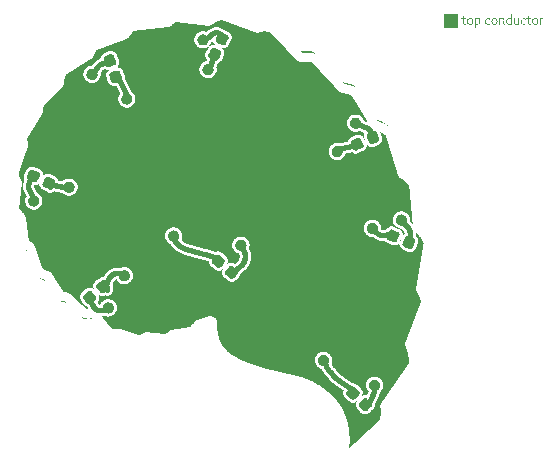
<source format=gtl>
G04                                                      *
G04 Greetings!                                           *
G04 This Gerber was generated by PCBmodE, an open source *
G04 PCB design software. Get it here:                    *
G04                                                      *
G04   http://pcbmode.com                                 *
G04                                                      *
G04 Also visit                                           *
G04                                                      *
G04   http://boldport.com                                *
G04                                                      *
G04 and follow @boldport / @pcbmode for updates!         *
G04                                                      *

G04 leading zeros omitted (L); absolute data (A); 6 integer digits and 6 fractional digits *
%FSLAX66Y66*%

G04 mode (MO): millimeters (MM) *
%MOMM*%

G04 Aperture definitions *
%ADD10C,0.001X*%
%ADD11C,0.001X*%
%ADD20C,0.80X*%
%ADD21C,0.50X*%
%ADD22C,0.95X*%
%ADD23C,0.45X*%

%LPD*%
G36*
G01X17671875Y-0500000D02*
G01X17671875Y-0500000D01*
G01X17669224Y-0500518D01*
G01X17661413Y-0502124D01*
G01X17648656Y-0504899D01*
G01X17631169Y-0508920D01*
G01X17609166Y-0514267D01*
G01X17582861Y-0521020D01*
G01X17552471Y-0529258D01*
G01X17518208Y-0539059D01*
G01X17480288Y-0550503D01*
G01X17438926Y-0563669D01*
G01X17394335Y-0578637D01*
G01X17346732Y-0595485D01*
G01X17296330Y-0614293D01*
G01X17243345Y-0635140D01*
G01X17187990Y-0658105D01*
G01X17130480Y-0683268D01*
G01X17071031Y-0710707D01*
G01X17009857Y-0740502D01*
G01X16947173Y-0772732D01*
G01X16883192Y-0807476D01*
G01X16818131Y-0844813D01*
G01X16752203Y-0884823D01*
G01X16685623Y-0927584D01*
G01X16618607Y-0973177D01*
G01X16551368Y-1021680D01*
G01X16551368Y-1021680D01*
G01X13768750Y-0662109D01*
G01X13768750Y-0662109D01*
G01X13765221Y-0663732D01*
G01X13754901Y-0668631D01*
G01X13738197Y-0676852D01*
G01X13715512Y-0688442D01*
G01X13687252Y-0703447D01*
G01X13653821Y-0721915D01*
G01X13615624Y-0743890D01*
G01X13573066Y-0769420D01*
G01X13526552Y-0798550D01*
G01X13476486Y-0831328D01*
G01X13423274Y-0867800D01*
G01X13367319Y-0908012D01*
G01X13309027Y-0952011D01*
G01X13248803Y-0999842D01*
G01X13187052Y-1051553D01*
G01X13124177Y-1107189D01*
G01X13081836Y-1146484D01*
G01X10095899Y-1403711D01*
G01X10095899Y-1403711D01*
G01X10092979Y-1405914D01*
G01X10084465Y-1412498D01*
G01X10070733Y-1423424D01*
G01X10052156Y-1438656D01*
G01X10029110Y-1458155D01*
G01X10001967Y-1481883D01*
G01X9971102Y-1509802D01*
G01X9936889Y-1541875D01*
G01X9899702Y-1578063D01*
G01X9859916Y-1618328D01*
G01X9817904Y-1662634D01*
G01X9774040Y-1710941D01*
G01X9728699Y-1763212D01*
G01X9682254Y-1819409D01*
G01X9635081Y-1879494D01*
G01X9587552Y-1943429D01*
G01X9540042Y-2011177D01*
G01X9492925Y-2082699D01*
G01X9446576Y-2157957D01*
G01X9401367Y-2236914D01*
G01X9401367Y-2236914D01*
G01X6830470Y-3098242D01*
G01X6830470Y-3098242D01*
G01X6827756Y-3101551D01*
G01X6819924Y-3111371D01*
G01X6807433Y-3127540D01*
G01X6790743Y-3149895D01*
G01X6770317Y-3178275D01*
G01X6746614Y-3212517D01*
G01X6720095Y-3252460D01*
G01X6691221Y-3297942D01*
G01X6660453Y-3348800D01*
G01X6628251Y-3404873D01*
G01X6595075Y-3465999D01*
G01X6561387Y-3532016D01*
G01X6527648Y-3602761D01*
G01X6494317Y-3678073D01*
G01X6461856Y-3757790D01*
G01X6430726Y-3841750D01*
G01X6410939Y-3900000D01*
G01X4101564Y-5307031D01*
G01X4101564Y-5307031D01*
G01X4099943Y-5310256D01*
G01X4095298Y-5319794D01*
G01X4087954Y-5335444D01*
G01X4078237Y-5357003D01*
G01X4066472Y-5384267D01*
G01X4052983Y-5417036D01*
G01X4038097Y-5455105D01*
G01X4022139Y-5498273D01*
G01X4005434Y-5546337D01*
G01X3988307Y-5599095D01*
G01X3971084Y-5656343D01*
G01X3954091Y-5717879D01*
G01X3937651Y-5783501D01*
G01X3922092Y-5853006D01*
G01X3907738Y-5926191D01*
G01X3894914Y-6002854D01*
G01X3883946Y-6082793D01*
G01X3875159Y-6165804D01*
G01X3868879Y-6251685D01*
G01X3865430Y-6340234D01*
G01X3865430Y-6340234D01*
G01X2158203Y-8035937D01*
G01X2158203Y-8035937D01*
G01X2157182Y-8040344D01*
G01X2154375Y-8053299D01*
G01X2150171Y-8074405D01*
G01X2144958Y-8103267D01*
G01X2139124Y-8139489D01*
G01X2133058Y-8182673D01*
G01X2127146Y-8232424D01*
G01X2121777Y-8288344D01*
G01X2117339Y-8350038D01*
G01X2114220Y-8417109D01*
G01X2112808Y-8489161D01*
G01X2113491Y-8565798D01*
G01X2116657Y-8646622D01*
G01X2122694Y-8731238D01*
G01X2125001Y-8756055D01*
G01X0728517Y-10913672D01*
G01X0728517Y-10913672D01*
G01X0728453Y-10919330D01*
G01X0728541Y-10935858D01*
G01X0729197Y-10962588D01*
G01X0730836Y-10998853D01*
G01X0733876Y-11043984D01*
G01X0738734Y-11097314D01*
G01X0745825Y-11158173D01*
G01X0755565Y-11225896D01*
G01X0768373Y-11299812D01*
G01X0784663Y-11379255D01*
G01X0804853Y-11463557D01*
G01X0829359Y-11552048D01*
G01X0843360Y-11597657D01*
G01X0000000Y-14026563D01*
G01X0000000Y-14026563D01*
G01X0001131Y-14031420D01*
G01X0004663Y-14045571D01*
G01X0010804Y-14068384D01*
G01X0019763Y-14099227D01*
G01X0031748Y-14137468D01*
G01X0046967Y-14182477D01*
G01X0065630Y-14233621D01*
G01X0087944Y-14290269D01*
G01X0114118Y-14351789D01*
G01X0144361Y-14417550D01*
G01X0178880Y-14486919D01*
G01X0217885Y-14559266D01*
G01X0261584Y-14633959D01*
G01X0310185Y-14710365D01*
G01X0325001Y-14732422D01*
G01X0069336Y-17041407D01*
G01X0069336Y-17041407D01*
G01X0071272Y-17045417D01*
G01X0077117Y-17057070D01*
G01X0086928Y-17075799D01*
G01X0100762Y-17101039D01*
G01X0118676Y-17132222D01*
G01X0140726Y-17168782D01*
G01X0166970Y-17210153D01*
G01X0197464Y-17255768D01*
G01X0232265Y-17305061D01*
G01X0271430Y-17357466D01*
G01X0315015Y-17412416D01*
G01X0363078Y-17469344D01*
G01X0415675Y-17527685D01*
G01X0472864Y-17586872D01*
G01X0534700Y-17646338D01*
G01X0601241Y-17705518D01*
G01X0648243Y-17744532D01*
G01X0904883Y-19795313D01*
G01X0904883Y-19795313D01*
G01X0908092Y-19799227D01*
G01X0917653Y-19810499D01*
G01X0933467Y-19828425D01*
G01X0955438Y-19852301D01*
G01X0983468Y-19881422D01*
G01X1017460Y-19915083D01*
G01X1057314Y-19952580D01*
G01X1102934Y-19993208D01*
G01X1154222Y-20036263D01*
G01X1211080Y-20081041D01*
G01X1273411Y-20126837D01*
G01X1341116Y-20172947D01*
G01X1376953Y-20195899D01*
G01X2111134Y-22277930D01*
G01X2111134Y-22277930D01*
G01X2114167Y-22280331D01*
G01X2123155Y-22287236D01*
G01X2137934Y-22298197D01*
G01X2158336Y-22312764D01*
G01X2184197Y-22330488D01*
G01X2215350Y-22350921D01*
G01X2251629Y-22373614D01*
G01X2292870Y-22398119D01*
G01X2338905Y-22423986D01*
G01X2389570Y-22450767D01*
G01X2444698Y-22478013D01*
G01X2504124Y-22505275D01*
G01X2567682Y-22532106D01*
G01X2635206Y-22558055D01*
G01X2706531Y-22582674D01*
G01X2781490Y-22605514D01*
G01X2833400Y-22619532D01*
G01X3921680Y-24294336D01*
G01X3921680Y-24294336D01*
G01X3926747Y-24296661D01*
G01X3941630Y-24303167D01*
G01X3965854Y-24313144D01*
G01X3998942Y-24325884D01*
G01X4040420Y-24340680D01*
G01X4089811Y-24356823D01*
G01X4146640Y-24373606D01*
G01X4210432Y-24390320D01*
G01X4280710Y-24406258D01*
G01X4357000Y-24420711D01*
G01X4438824Y-24432972D01*
G01X4525709Y-24442332D01*
G01X4570900Y-24445703D01*
G01X6000197Y-25833399D01*
G01X6000197Y-25833399D01*
G01X6005266Y-25834472D01*
G01X6020099Y-25837334D01*
G01X6044134Y-25841453D01*
G01X6076809Y-25846295D01*
G01X6117563Y-25851324D01*
G01X6165834Y-25856009D01*
G01X6221060Y-25859814D01*
G01X6282679Y-25862207D01*
G01X6350129Y-25862652D01*
G01X6422849Y-25860618D01*
G01X6500277Y-25855568D01*
G01X6581850Y-25846971D01*
G01X6667009Y-25834292D01*
G01X6755189Y-25816997D01*
G01X6780861Y-25811133D01*
G01X8304884Y-26716016D01*
G01X8304884Y-26716016D01*
G01X8311625Y-26715805D01*
G01X8331161Y-26714780D01*
G01X8362457Y-26712355D01*
G01X8404481Y-26707942D01*
G01X8456199Y-26700954D01*
G01X8516577Y-26690804D01*
G01X8584582Y-26676904D01*
G01X8659181Y-26658668D01*
G01X8739339Y-26635507D01*
G01X8824025Y-26606836D01*
G01X8824025Y-26606836D01*
G01X10620900Y-27205078D01*
G01X10620900Y-27205078D01*
G01X10626070Y-27203799D01*
G01X10641046Y-27199792D01*
G01X10665027Y-27192802D01*
G01X10697210Y-27182573D01*
G01X10736794Y-27168849D01*
G01X10782978Y-27151374D01*
G01X10834960Y-27129893D01*
G01X10891938Y-27104150D01*
G01X10953110Y-27073890D01*
G01X11017676Y-27038856D01*
G01X11084832Y-26998793D01*
G01X11153779Y-26953446D01*
G01X11188672Y-26928711D01*
G01X12863672Y-27092578D01*
G01X12863672Y-27092578D01*
G01X12869020Y-27089877D01*
G01X12884375Y-27081717D01*
G01X12908706Y-27068012D01*
G01X12940984Y-27048676D01*
G01X12980176Y-27023622D01*
G01X13025253Y-26992764D01*
G01X13075182Y-26956016D01*
G01X13128934Y-26913291D01*
G01X13185478Y-26864504D01*
G01X13243782Y-26809568D01*
G01X13302816Y-26748396D01*
G01X13309375Y-26741211D01*
G01X14992384Y-26527149D01*
G01X14992384Y-26527149D01*
G01X14996817Y-26523493D01*
G01X15009467Y-26512615D01*
G01X15029356Y-26494647D01*
G01X15055507Y-26469724D01*
G01X15086943Y-26437978D01*
G01X15122688Y-26399544D01*
G01X15161764Y-26354554D01*
G01X15203195Y-26303143D01*
G01X15246003Y-26245443D01*
G01X15289213Y-26181588D01*
G01X15331846Y-26111712D01*
G01X15372926Y-26035947D01*
G01X15392579Y-25995899D01*
G01X16804689Y-25462500D01*
G01X16793556Y-25605664D01*
G01X16793556Y-25605664D01*
G01X16796323Y-25669591D01*
G01X16799358Y-25733135D01*
G01X16802693Y-25796301D01*
G01X16806360Y-25859090D01*
G01X16810391Y-25921506D01*
G01X16814818Y-25983550D01*
G01X16819673Y-26045226D01*
G01X16824988Y-26106536D01*
G01X16830795Y-26167483D01*
G01X16837127Y-26228069D01*
G01X16844015Y-26288298D01*
G01X16851492Y-26348171D01*
G01X16859589Y-26407693D01*
G01X16868338Y-26466864D01*
G01X16877773Y-26525689D01*
G01X16887923Y-26584169D01*
G01X16898823Y-26642307D01*
G01X16910503Y-26700107D01*
G01X16922996Y-26757570D01*
G01X16936335Y-26814699D01*
G01X16950550Y-26871498D01*
G01X16965674Y-26927968D01*
G01X16981739Y-26984113D01*
G01X16998777Y-27039935D01*
G01X17016820Y-27095436D01*
G01X17035901Y-27150620D01*
G01X17056051Y-27205489D01*
G01X17077302Y-27260046D01*
G01X17099687Y-27314293D01*
G01X17123238Y-27368234D01*
G01X17147985Y-27421870D01*
G01X17173963Y-27475205D01*
G01X17201202Y-27528241D01*
G01X17229735Y-27580981D01*
G01X17259594Y-27633428D01*
G01X17290810Y-27685584D01*
G01X17323417Y-27737451D01*
G01X17357445Y-27789034D01*
G01X17392928Y-27840333D01*
G01X17429896Y-27891353D01*
G01X17468383Y-27942095D01*
G01X17508420Y-27992563D01*
G01X17550039Y-28042758D01*
G01X17593273Y-28092684D01*
G01X17638153Y-28142344D01*
G01X17684711Y-28191740D01*
G01X17732980Y-28240874D01*
G01X17782992Y-28289750D01*
G01X17834778Y-28338369D01*
G01X17888371Y-28386736D01*
G01X17943802Y-28434852D01*
G01X18001105Y-28482720D01*
G01X18060310Y-28530343D01*
G01X18121450Y-28577723D01*
G01X18184558Y-28624864D01*
G01X18249664Y-28671767D01*
G01X18316801Y-28718436D01*
G01X18386002Y-28764873D01*
G01X18457298Y-28811081D01*
G01X18530721Y-28857063D01*
G01X18606303Y-28902821D01*
G01X18684077Y-28948357D01*
G01X18764075Y-28993676D01*
G01X18846328Y-29038778D01*
G01X18930868Y-29083668D01*
G01X19017728Y-29128347D01*
G01X19106940Y-29172819D01*
G01X19198536Y-29217085D01*
G01X19292547Y-29261149D01*
G01X19389007Y-29305014D01*
G01X19487946Y-29348681D01*
G01X19589397Y-29392155D01*
G01X19693393Y-29435436D01*
G01X19799965Y-29478529D01*
G01X19909144Y-29521435D01*
G01X20020964Y-29564158D01*
G01X20135457Y-29606700D01*
G01X20252653Y-29649064D01*
G01X20372587Y-29691253D01*
G01X20495288Y-29733268D01*
G01X20620790Y-29775113D01*
G01X20749125Y-29816791D01*
G01X20880325Y-29858304D01*
G01X21014421Y-29899655D01*
G01X21151446Y-29940846D01*
G01X21291432Y-29981881D01*
G01X21434411Y-30022762D01*
G01X21580415Y-30063491D01*
G01X21729476Y-30104071D01*
G01X21881626Y-30144506D01*
G01X22036897Y-30184797D01*
G01X22195321Y-30224947D01*
G01X22356931Y-30264959D01*
G01X22521757Y-30304836D01*
G01X22689834Y-30344581D01*
G01X22861192Y-30384195D01*
G01X23035863Y-30423682D01*
G01X23213880Y-30463045D01*
G01X23395274Y-30502285D01*
G01X23580078Y-30541407D01*
G01X23580078Y-30541407D01*
G01X23580078Y-30541407D01*
G01X23760151Y-30580906D01*
G01X23935496Y-30622943D01*
G01X24106173Y-30667456D01*
G01X24272241Y-30714388D01*
G01X24433760Y-30763677D01*
G01X24590788Y-30815264D01*
G01X24743386Y-30869091D01*
G01X24891612Y-30925097D01*
G01X25035525Y-30983223D01*
G01X25175185Y-31043409D01*
G01X25310651Y-31105595D01*
G01X25441982Y-31169723D01*
G01X25569238Y-31235732D01*
G01X25692477Y-31303562D01*
G01X25811759Y-31373156D01*
G01X25927143Y-31444452D01*
G01X26038689Y-31517391D01*
G01X26146455Y-31591914D01*
G01X26250502Y-31667961D01*
G01X26350887Y-31745473D01*
G01X26447670Y-31824389D01*
G01X26540911Y-31904651D01*
G01X26630669Y-31986198D01*
G01X26717003Y-32068972D01*
G01X26799972Y-32152913D01*
G01X26879636Y-32237960D01*
G01X26956054Y-32324056D01*
G01X27029284Y-32411139D01*
G01X27099387Y-32499150D01*
G01X27166421Y-32588031D01*
G01X27230446Y-32677720D01*
G01X27291521Y-32768159D01*
G01X27349705Y-32859289D01*
G01X27405057Y-32951049D01*
G01X27457637Y-33043380D01*
G01X27507504Y-33136222D01*
G01X27554717Y-33229516D01*
G01X27599335Y-33323203D01*
G01X27641418Y-33417222D01*
G01X27681025Y-33511514D01*
G01X27718215Y-33606020D01*
G01X27753047Y-33700680D01*
G01X27785581Y-33795434D01*
G01X27815875Y-33890223D01*
G01X27843990Y-33984988D01*
G01X27869984Y-34079668D01*
G01X27893916Y-34174204D01*
G01X27915846Y-34268537D01*
G01X27935833Y-34362607D01*
G01X27953936Y-34456354D01*
G01X27970215Y-34549720D01*
G01X27984728Y-34642643D01*
G01X27997536Y-34735066D01*
G01X28008696Y-34826927D01*
G01X28018269Y-34918168D01*
G01X28026313Y-35008729D01*
G01X28032889Y-35098551D01*
G01X28038054Y-35187574D01*
G01X28041869Y-35275738D01*
G01X28044392Y-35362983D01*
G01X28045683Y-35449251D01*
G01X28045802Y-35534482D01*
G01X28044806Y-35618615D01*
G01X28042756Y-35701592D01*
G01X28039711Y-35783353D01*
G01X28035730Y-35863839D01*
G01X28030872Y-35942989D01*
G01X28025196Y-36020744D01*
G01X28018763Y-36097045D01*
G01X28011630Y-36171832D01*
G01X28003857Y-36245046D01*
G01X27995504Y-36316626D01*
G01X27986630Y-36386514D01*
G01X27977293Y-36454650D01*
G01X27967554Y-36520974D01*
G01X27957471Y-36585427D01*
G01X27947103Y-36647949D01*
G01X27936510Y-36708480D01*
G01X27925752Y-36766961D01*
G01X27914887Y-36823333D01*
G01X27903974Y-36877536D01*
G01X27893073Y-36929509D01*
G01X27882244Y-36979195D01*
G01X27871544Y-37026532D01*
G01X27861034Y-37071463D01*
G01X27850773Y-37113926D01*
G01X27840820Y-37153862D01*
G01X27831234Y-37191213D01*
G01X27822074Y-37225918D01*
G01X27813400Y-37257917D01*
G01X27805271Y-37287152D01*
G01X27797747Y-37313562D01*
G01X27790885Y-37337088D01*
G01X27784747Y-37357671D01*
G01X27779390Y-37375250D01*
G01X27774874Y-37389767D01*
G01X27771259Y-37401161D01*
G01X27768603Y-37409374D01*
G01X27766966Y-37414345D01*
G01X27766407Y-37416016D01*
G01X27766407Y-37416016D01*
G01X31335939Y-34110743D01*
G01X31335939Y-34110743D01*
G01X31336741Y-34107797D01*
G01X31339039Y-34099068D01*
G01X31342663Y-34084714D01*
G01X31347448Y-34064894D01*
G01X31353226Y-34039769D01*
G01X31359830Y-34009497D01*
G01X31367093Y-33974238D01*
G01X31374848Y-33934151D01*
G01X31382928Y-33889396D01*
G01X31391167Y-33840133D01*
G01X31399396Y-33786520D01*
G01X31407449Y-33728717D01*
G01X31415159Y-33666884D01*
G01X31422359Y-33601180D01*
G01X31428882Y-33531765D01*
G01X31434561Y-33458798D01*
G01X31439228Y-33382437D01*
G01X31442717Y-33302844D01*
G01X31444861Y-33220177D01*
G01X31445492Y-33134596D01*
G01X31444444Y-33046260D01*
G01X31441550Y-32955328D01*
G01X31436642Y-32861960D01*
G01X31429554Y-32766316D01*
G01X31420117Y-32668555D01*
G01X31420117Y-32668555D01*
G01X33857813Y-29104688D01*
G01X33857813Y-29104688D01*
G01X33857908Y-29102603D01*
G01X33858144Y-29096422D01*
G01X33858446Y-29086255D01*
G01X33858742Y-29072211D01*
G01X33858958Y-29054401D01*
G01X33859020Y-29032933D01*
G01X33858856Y-29007919D01*
G01X33858391Y-28979467D01*
G01X33857552Y-28947688D01*
G01X33856266Y-28912691D01*
G01X33854459Y-28874586D01*
G01X33852057Y-28833483D01*
G01X33848988Y-28789492D01*
G01X33845177Y-28742723D01*
G01X33840551Y-28693285D01*
G01X33835037Y-28641288D01*
G01X33828561Y-28586842D01*
G01X33821050Y-28530057D01*
G01X33812429Y-28471043D01*
G01X33802627Y-28409910D01*
G01X33791568Y-28346766D01*
G01X33779180Y-28281723D01*
G01X33765390Y-28214890D01*
G01X33750122Y-28146377D01*
G01X33733306Y-28076293D01*
G01X33714865Y-28004748D01*
G01X33694728Y-27931853D01*
G01X33672821Y-27857717D01*
G01X33649069Y-27782449D01*
G01X33623401Y-27706161D01*
G01X33595741Y-27628961D01*
G01X33566017Y-27550959D01*
G01X33534156Y-27472265D01*
G01X33523047Y-27445899D01*
G01X34894728Y-23857422D01*
G01X34894728Y-23857422D01*
G01X34894019Y-23853787D01*
G01X34891819Y-23843084D01*
G01X34888016Y-23825616D01*
G01X34882500Y-23801688D01*
G01X34875159Y-23771601D01*
G01X34865883Y-23735659D01*
G01X34854559Y-23694165D01*
G01X34841077Y-23647423D01*
G01X34825326Y-23595735D01*
G01X34807195Y-23539405D01*
G01X34786571Y-23478737D01*
G01X34763346Y-23414032D01*
G01X34737406Y-23345596D01*
G01X34708642Y-23273730D01*
G01X34676941Y-23198738D01*
G01X34642194Y-23120923D01*
G01X34604288Y-23040588D01*
G01X34563112Y-22958038D01*
G01X34518556Y-22873574D01*
G01X34470509Y-22787500D01*
G01X34470509Y-22787500D01*
G01X35086525Y-18730664D01*
G01X35086525Y-18730664D01*
G01X35085249Y-18727712D01*
G01X35081400Y-18719032D01*
G01X35074942Y-18704884D01*
G01X35065838Y-18685529D01*
G01X35054054Y-18661228D01*
G01X35039553Y-18632244D01*
G01X35022300Y-18598836D01*
G01X35002260Y-18561267D01*
G01X34979397Y-18519796D01*
G01X34953675Y-18474686D01*
G01X34925059Y-18426198D01*
G01X34893512Y-18374592D01*
G01X34859000Y-18320130D01*
G01X34821487Y-18263073D01*
G01X34780938Y-18203682D01*
G01X34737316Y-18142218D01*
G01X34690585Y-18078943D01*
G01X34640712Y-18014118D01*
G01X34587659Y-17948003D01*
G01X34531392Y-17880860D01*
G01X34471874Y-17812951D01*
G01X34409070Y-17744535D01*
G01X34342944Y-17675876D01*
G01X34273462Y-17607232D01*
G01X34200587Y-17538867D01*
G01X34200587Y-17538867D01*
G01X33879297Y-13840235D01*
G01X33879297Y-13840235D01*
G01X33877724Y-13838141D01*
G01X33873018Y-13831991D01*
G01X33865199Y-13821982D01*
G01X33854287Y-13808311D01*
G01X33840303Y-13791176D01*
G01X33823267Y-13770772D01*
G01X33803198Y-13747299D01*
G01X33780118Y-13720951D01*
G01X33754046Y-13691928D01*
G01X33725002Y-13660425D01*
G01X33693007Y-13626640D01*
G01X33658081Y-13590770D01*
G01X33620244Y-13553012D01*
G01X33579516Y-13513564D01*
G01X33535917Y-13472621D01*
G01X33489468Y-13430383D01*
G01X33440189Y-13387045D01*
G01X33388099Y-13342804D01*
G01X33333220Y-13297858D01*
G01X33275571Y-13252405D01*
G01X33215172Y-13206640D01*
G01X33152044Y-13160761D01*
G01X33086207Y-13114966D01*
G01X33017681Y-13069451D01*
G01X32946486Y-13024414D01*
G01X32946486Y-13024414D01*
G01X31815236Y-9499024D01*
G01X31815236Y-9499024D01*
G01X31812817Y-9496970D01*
G01X31805618Y-9490981D01*
G01X31793724Y-9481309D01*
G01X31777219Y-9468211D01*
G01X31756187Y-9451941D01*
G01X31730715Y-9432754D01*
G01X31700885Y-9410906D01*
G01X31666784Y-9386650D01*
G01X31628496Y-9360243D01*
G01X31586106Y-9331939D01*
G01X31539698Y-9301993D01*
G01X31489358Y-9270660D01*
G01X31435170Y-9238195D01*
G01X31377218Y-9204853D01*
G01X31315588Y-9170889D01*
G01X31250365Y-9136558D01*
G01X31181632Y-9102114D01*
G01X31109476Y-9067814D01*
G01X31033980Y-9033911D01*
G01X30955229Y-9000661D01*
G01X30873309Y-8968318D01*
G01X30788304Y-8937138D01*
G01X30700298Y-8907376D01*
G01X30609377Y-8879287D01*
G01X30515625Y-8853125D01*
G01X30515625Y-8853125D01*
G01X28806642Y-6036328D01*
G01X28806642Y-6036328D01*
G01X28803807Y-6034898D01*
G01X28795403Y-6030765D01*
G01X28781575Y-6024163D01*
G01X28762470Y-6015326D01*
G01X28738236Y-6004488D01*
G01X28709020Y-5991884D01*
G01X28674969Y-5977748D01*
G01X28636229Y-5962314D01*
G01X28592948Y-5945816D01*
G01X28545272Y-5928489D01*
G01X28493350Y-5910566D01*
G01X28437327Y-5892283D01*
G01X28377351Y-5873873D01*
G01X28313569Y-5855571D01*
G01X28246128Y-5837610D01*
G01X28175174Y-5820226D01*
G01X28100856Y-5803651D01*
G01X28023320Y-5788122D01*
G01X27942712Y-5773871D01*
G01X27859181Y-5761133D01*
G01X27859181Y-5761133D01*
G01X25435157Y-3209570D01*
G01X25435157Y-3209570D01*
G01X25431381Y-3208596D01*
G01X25420230Y-3205856D01*
G01X25401970Y-3201623D01*
G01X25376868Y-3196171D01*
G01X25345192Y-3189774D01*
G01X25307206Y-3182705D01*
G01X25263179Y-3175238D01*
G01X25213376Y-3167647D01*
G01X25158065Y-3160204D01*
G01X25097511Y-3153184D01*
G01X25031982Y-3146860D01*
G01X24961743Y-3141505D01*
G01X24887063Y-3137394D01*
G01X24808206Y-3134800D01*
G01X24725441Y-3133996D01*
G01X24639032Y-3135256D01*
G01X24549248Y-3138853D01*
G01X24456354Y-3145062D01*
G01X24360618Y-3154155D01*
G01X24262306Y-3166406D01*
G01X24262306Y-3166406D01*
G01X21658009Y-1433399D01*
G01X21658009Y-1433399D01*
G01X21654535Y-1433301D01*
G01X21644299Y-1433128D01*
G01X21627577Y-1433059D01*
G01X21604647Y-1433270D01*
G01X21575786Y-1433941D01*
G01X21541271Y-1435250D01*
G01X21501378Y-1437376D01*
G01X21456386Y-1440497D01*
G01X21406570Y-1444792D01*
G01X21352209Y-1450438D01*
G01X21293579Y-1457615D01*
G01X21230957Y-1466500D01*
G01X21164621Y-1477272D01*
G01X21094847Y-1490110D01*
G01X21021913Y-1505192D01*
G01X20946095Y-1522697D01*
G01X20867671Y-1542802D01*
G01X20786918Y-1565687D01*
G01X20704113Y-1591529D01*
G01X20619532Y-1620508D01*
G01X20619532Y-1620508D01*
G37*
%LPC*%
D20*
G01X17671872Y-0000000D02*
G01X17671872Y-0000000D01*
G01X17669220Y-0000518D01*
G01X17661409Y-0002124D01*
G01X17648652Y-0004899D01*
G01X17631165Y-0008920D01*
G01X17609162Y-0014267D01*
G01X17582857Y-0021020D01*
G01X17552467Y-0029258D01*
G01X17518204Y-0039059D01*
G01X17480284Y-0050503D01*
G01X17438922Y-0063669D01*
G01X17394331Y-0078637D01*
G01X17346728Y-0095485D01*
G01X17296326Y-0114293D01*
G01X17243341Y-0135140D01*
G01X17187986Y-0158106D01*
G01X17130476Y-0183268D01*
G01X17071027Y-0210707D01*
G01X17009853Y-0240502D01*
G01X16947169Y-0272732D01*
G01X16883188Y-0307476D01*
G01X16818127Y-0344813D01*
G01X16752199Y-0384823D01*
G01X16685619Y-0427585D01*
G01X16618603Y-0473177D01*
G01X16551364Y-0521680D01*
G01X16551364Y-0521680D01*
G01X13768747Y-0162109D01*
G01X13768747Y-0162109D01*
G01X13765217Y-0163732D01*
G01X13754897Y-0168630D01*
G01X13738193Y-0176851D01*
G01X13715508Y-0188442D01*
G01X13687248Y-0203447D01*
G01X13653817Y-0221914D01*
G01X13615620Y-0243889D01*
G01X13573062Y-0269419D01*
G01X13526548Y-0298550D01*
G01X13476482Y-0331328D01*
G01X13423270Y-0367800D01*
G01X13367315Y-0408012D01*
G01X13309023Y-0452010D01*
G01X13248799Y-0499842D01*
G01X13187048Y-0551552D01*
G01X13124173Y-0607189D01*
G01X13081833Y-0646484D01*
G01X10095895Y-0903711D01*
G01X10095895Y-0903711D01*
G01X10092975Y-0905914D01*
G01X10084461Y-0912498D01*
G01X10070729Y-0923425D01*
G01X10052152Y-0938656D01*
G01X10029106Y-0958155D01*
G01X10001963Y-0981883D01*
G01X9971098Y-1009802D01*
G01X9936885Y-1041875D01*
G01X9899698Y-1078063D01*
G01X9859912Y-1118329D01*
G01X9817900Y-1162634D01*
G01X9774036Y-1210941D01*
G01X9728695Y-1263212D01*
G01X9682250Y-1319409D01*
G01X9635077Y-1379494D01*
G01X9587548Y-1443429D01*
G01X9540038Y-1511177D01*
G01X9492921Y-1582699D01*
G01X9446572Y-1657957D01*
G01X9401364Y-1736914D01*
G01X9401364Y-1736914D01*
G01X6830465Y-2598242D01*
G01X6830465Y-2598242D01*
G01X6827752Y-2601551D01*
G01X6819920Y-2611371D01*
G01X6807429Y-2627540D01*
G01X6790739Y-2649895D01*
G01X6770313Y-2678274D01*
G01X6746610Y-2712517D01*
G01X6720091Y-2752460D01*
G01X6691217Y-2797941D01*
G01X6660449Y-2848800D01*
G01X6628247Y-2904873D01*
G01X6595071Y-2965999D01*
G01X6561383Y-3032015D01*
G01X6527644Y-3102761D01*
G01X6494313Y-3178073D01*
G01X6461852Y-3257790D01*
G01X6430722Y-3341750D01*
G01X6410934Y-3400000D01*
G01X4101559Y-4807031D01*
G01X4101559Y-4807031D01*
G01X4099939Y-4810256D01*
G01X4095294Y-4819794D01*
G01X4087950Y-4835444D01*
G01X4078233Y-4857002D01*
G01X4066468Y-4884267D01*
G01X4052979Y-4917036D01*
G01X4038093Y-4955105D01*
G01X4022135Y-4998273D01*
G01X4005430Y-5046337D01*
G01X3988303Y-5099094D01*
G01X3971080Y-5156343D01*
G01X3954087Y-5217879D01*
G01X3937647Y-5283501D01*
G01X3922088Y-5353005D01*
G01X3907734Y-5426191D01*
G01X3894910Y-5502854D01*
G01X3883942Y-5582792D01*
G01X3875155Y-5665804D01*
G01X3868875Y-5751685D01*
G01X3865426Y-5840234D01*
G01X3865426Y-5840234D01*
G01X2158199Y-7535937D01*
G01X2158199Y-7535937D01*
G01X2157178Y-7540343D01*
G01X2154371Y-7553298D01*
G01X2150167Y-7574405D01*
G01X2144954Y-7603267D01*
G01X2139121Y-7639488D01*
G01X2133054Y-7682673D01*
G01X2127142Y-7732423D01*
G01X2121774Y-7788344D01*
G01X2117336Y-7850038D01*
G01X2114218Y-7917109D01*
G01X2112806Y-7989161D01*
G01X2113489Y-8065798D01*
G01X2116656Y-8146622D01*
G01X2122693Y-8231238D01*
G01X2124999Y-8256055D01*
G01X0728515Y-10413672D01*
G01X0728515Y-10413672D01*
G01X0728452Y-10419330D01*
G01X0728541Y-10435858D01*
G01X0729197Y-10462588D01*
G01X0730837Y-10498853D01*
G01X0733878Y-10543984D01*
G01X0738736Y-10597314D01*
G01X0745828Y-10658173D01*
G01X0755569Y-10725896D01*
G01X0768376Y-10799812D01*
G01X0784666Y-10879255D01*
G01X0804855Y-10963557D01*
G01X0829359Y-11052048D01*
G01X0843360Y-11097657D01*
G01X-0000000Y-13526563D01*
G01X-0000000Y-13526563D01*
G01X0001130Y-13531420D01*
G01X0004662Y-13545571D01*
G01X0010803Y-13568384D01*
G01X0019762Y-13599227D01*
G01X0031747Y-13637468D01*
G01X0046966Y-13682477D01*
G01X0065629Y-13733621D01*
G01X0087943Y-13790269D01*
G01X0114117Y-13851789D01*
G01X0144360Y-13917550D01*
G01X0178879Y-13986919D01*
G01X0217884Y-14059266D01*
G01X0261583Y-14133959D01*
G01X0310184Y-14210365D01*
G01X0324999Y-14232422D01*
G01X0069335Y-16541407D01*
G01X0069335Y-16541407D01*
G01X0071271Y-16545417D01*
G01X0077116Y-16557070D01*
G01X0086927Y-16575799D01*
G01X0100761Y-16601039D01*
G01X0118675Y-16632222D01*
G01X0140725Y-16668782D01*
G01X0166969Y-16710153D01*
G01X0197463Y-16755768D01*
G01X0232264Y-16805061D01*
G01X0271429Y-16857466D01*
G01X0315014Y-16912416D01*
G01X0363077Y-16969344D01*
G01X0415674Y-17027685D01*
G01X0472863Y-17086872D01*
G01X0534699Y-17146338D01*
G01X0601240Y-17205518D01*
G01X0648243Y-17244532D01*
G01X0904883Y-19295313D01*
G01X0904883Y-19295313D01*
G01X0908091Y-19299227D01*
G01X0917652Y-19310499D01*
G01X0933466Y-19328425D01*
G01X0955437Y-19352301D01*
G01X0983467Y-19381422D01*
G01X1017459Y-19415083D01*
G01X1057313Y-19452580D01*
G01X1102933Y-19493208D01*
G01X1154221Y-19536263D01*
G01X1211079Y-19581041D01*
G01X1273410Y-19626837D01*
G01X1341115Y-19672947D01*
G01X1376953Y-19695899D01*
G01X2111133Y-21777930D01*
G01X2111133Y-21777930D01*
G01X2114166Y-21780331D01*
G01X2123154Y-21787236D01*
G01X2137933Y-21798197D01*
G01X2158335Y-21812764D01*
G01X2184196Y-21830488D01*
G01X2215349Y-21850921D01*
G01X2251628Y-21873614D01*
G01X2292869Y-21898119D01*
G01X2338904Y-21923986D01*
G01X2389569Y-21950767D01*
G01X2444697Y-21978013D01*
G01X2504123Y-22005275D01*
G01X2567681Y-22032106D01*
G01X2635205Y-22058055D01*
G01X2706530Y-22082674D01*
G01X2781489Y-22105514D01*
G01X2833398Y-22119532D01*
G01X3921680Y-23794336D01*
G01X3921680Y-23794336D01*
G01X3926746Y-23796661D01*
G01X3941629Y-23803167D01*
G01X3965853Y-23813144D01*
G01X3998941Y-23825884D01*
G01X4040419Y-23840680D01*
G01X4089810Y-23856823D01*
G01X4146639Y-23873606D01*
G01X4210431Y-23890320D01*
G01X4280709Y-23906258D01*
G01X4356999Y-23920711D01*
G01X4438823Y-23932972D01*
G01X4525708Y-23942332D01*
G01X4570899Y-23945703D01*
G01X6000196Y-25333399D01*
G01X6000196Y-25333399D01*
G01X6005265Y-25334472D01*
G01X6020098Y-25337334D01*
G01X6044133Y-25341453D01*
G01X6076808Y-25346295D01*
G01X6117562Y-25351324D01*
G01X6165833Y-25356009D01*
G01X6221059Y-25359814D01*
G01X6282678Y-25362207D01*
G01X6350128Y-25362652D01*
G01X6422848Y-25360618D01*
G01X6500276Y-25355568D01*
G01X6581849Y-25346971D01*
G01X6667008Y-25334292D01*
G01X6755188Y-25316997D01*
G01X6780860Y-25311133D01*
G01X8304882Y-27216016D01*
G01X8304882Y-27216016D01*
G01X8311624Y-27215805D01*
G01X8331160Y-27214780D01*
G01X8362456Y-27212355D01*
G01X8404480Y-27207942D01*
G01X8456198Y-27200954D01*
G01X8516576Y-27190804D01*
G01X8584581Y-27176904D01*
G01X8659180Y-27158668D01*
G01X8739338Y-27135507D01*
G01X8824023Y-27106836D01*
G01X8824023Y-27106836D01*
G01X10620898Y-27705078D01*
G01X10620898Y-27705078D01*
G01X10626069Y-27703799D01*
G01X10641045Y-27699792D01*
G01X10665026Y-27692802D01*
G01X10697209Y-27682573D01*
G01X10736793Y-27668849D01*
G01X10782977Y-27651374D01*
G01X10834959Y-27629893D01*
G01X10891937Y-27604150D01*
G01X10953109Y-27573890D01*
G01X11017675Y-27538856D01*
G01X11084831Y-27498793D01*
G01X11153778Y-27453446D01*
G01X11188671Y-27428711D01*
G01X12863672Y-27592578D01*
G01X12863672Y-27592578D01*
G01X12869019Y-27589877D01*
G01X12884374Y-27581717D01*
G01X12908705Y-27568012D01*
G01X12940983Y-27548676D01*
G01X12980175Y-27523622D01*
G01X13025252Y-27492764D01*
G01X13075181Y-27456016D01*
G01X13128934Y-27413291D01*
G01X13185477Y-27364504D01*
G01X13243781Y-27309568D01*
G01X13302815Y-27248396D01*
G01X13309375Y-27241211D01*
G01X14992382Y-27027149D01*
G01X14992382Y-27027149D01*
G01X14996816Y-27023493D01*
G01X15009466Y-27012615D01*
G01X15029355Y-26994647D01*
G01X15055506Y-26969724D01*
G01X15086942Y-26937978D01*
G01X15122687Y-26899544D01*
G01X15161763Y-26854554D01*
G01X15203194Y-26803143D01*
G01X15246002Y-26745443D01*
G01X15289212Y-26681588D01*
G01X15331845Y-26611712D01*
G01X15372925Y-26535947D01*
G01X15392577Y-26495899D01*
G01X16804688Y-25962500D01*
G01X16793554Y-26105664D01*
G01X16793554Y-26105664D01*
G01X16796322Y-26169591D01*
G01X16799357Y-26233135D01*
G01X16802692Y-26296301D01*
G01X16806359Y-26359090D01*
G01X16810390Y-26421506D01*
G01X16814817Y-26483550D01*
G01X16819672Y-26545226D01*
G01X16824987Y-26606536D01*
G01X16830794Y-26667483D01*
G01X16837126Y-26728069D01*
G01X16844014Y-26788298D01*
G01X16851491Y-26848171D01*
G01X16859588Y-26907693D01*
G01X16868337Y-26966864D01*
G01X16877772Y-27025689D01*
G01X16887922Y-27084169D01*
G01X16898822Y-27142307D01*
G01X16910502Y-27200107D01*
G01X16922995Y-27257570D01*
G01X16936334Y-27314699D01*
G01X16950549Y-27371498D01*
G01X16965673Y-27427968D01*
G01X16981738Y-27484113D01*
G01X16998776Y-27539935D01*
G01X17016819Y-27595436D01*
G01X17035900Y-27650620D01*
G01X17056050Y-27705489D01*
G01X17077301Y-27760046D01*
G01X17099686Y-27814293D01*
G01X17123237Y-27868234D01*
G01X17147984Y-27921870D01*
G01X17173962Y-27975205D01*
G01X17201201Y-28028241D01*
G01X17229734Y-28080981D01*
G01X17259593Y-28133428D01*
G01X17290809Y-28185584D01*
G01X17323416Y-28237451D01*
G01X17357444Y-28289034D01*
G01X17392927Y-28340333D01*
G01X17429895Y-28391353D01*
G01X17468382Y-28442095D01*
G01X17508419Y-28492563D01*
G01X17550038Y-28542758D01*
G01X17593272Y-28592684D01*
G01X17638152Y-28642344D01*
G01X17684710Y-28691740D01*
G01X17732979Y-28740874D01*
G01X17782991Y-28789750D01*
G01X17834777Y-28838370D01*
G01X17888370Y-28886736D01*
G01X17943801Y-28934852D01*
G01X18001104Y-28982720D01*
G01X18060309Y-29030343D01*
G01X18121449Y-29077724D01*
G01X18184557Y-29124864D01*
G01X18249663Y-29171768D01*
G01X18316800Y-29218436D01*
G01X18386001Y-29264874D01*
G01X18457297Y-29311082D01*
G01X18530720Y-29357063D01*
G01X18606302Y-29402821D01*
G01X18684076Y-29448358D01*
G01X18764074Y-29493676D01*
G01X18846327Y-29538779D01*
G01X18930867Y-29583668D01*
G01X19017727Y-29628347D01*
G01X19106939Y-29672819D01*
G01X19198535Y-29717085D01*
G01X19292546Y-29761149D01*
G01X19389006Y-29805014D01*
G01X19487945Y-29848682D01*
G01X19589396Y-29892155D01*
G01X19693392Y-29935436D01*
G01X19799964Y-29978529D01*
G01X19909143Y-30021436D01*
G01X20020963Y-30064159D01*
G01X20135456Y-30106701D01*
G01X20252652Y-30149065D01*
G01X20372586Y-30191253D01*
G01X20495287Y-30233268D01*
G01X20620790Y-30275114D01*
G01X20749124Y-30316791D01*
G01X20880324Y-30358304D01*
G01X21014420Y-30399655D01*
G01X21151445Y-30440847D01*
G01X21291431Y-30481881D01*
G01X21434410Y-30522762D01*
G01X21580414Y-30563491D01*
G01X21729475Y-30604072D01*
G01X21881625Y-30644506D01*
G01X22036896Y-30684797D01*
G01X22195320Y-30724947D01*
G01X22356930Y-30764960D01*
G01X22521756Y-30804837D01*
G01X22689833Y-30844581D01*
G01X22861191Y-30884196D01*
G01X23035862Y-30923683D01*
G01X23213879Y-30963045D01*
G01X23395273Y-31002286D01*
G01X23580078Y-31041407D01*
G01X23580078Y-31041407D01*
G01X23580078Y-31041407D01*
G01X23760150Y-31080907D01*
G01X23935495Y-31122943D01*
G01X24106172Y-31167457D01*
G01X24272240Y-31214388D01*
G01X24433759Y-31263677D01*
G01X24590787Y-31315265D01*
G01X24743385Y-31369091D01*
G01X24891611Y-31425097D01*
G01X25035524Y-31483223D01*
G01X25175184Y-31543409D01*
G01X25310650Y-31605595D01*
G01X25441981Y-31669723D01*
G01X25569237Y-31735732D01*
G01X25692476Y-31803563D01*
G01X25811758Y-31873156D01*
G01X25927142Y-31944452D01*
G01X26038688Y-32017391D01*
G01X26146454Y-32091914D01*
G01X26250501Y-32167961D01*
G01X26350886Y-32245473D01*
G01X26447669Y-32324389D01*
G01X26540910Y-32404651D01*
G01X26630668Y-32486199D01*
G01X26717002Y-32568973D01*
G01X26799971Y-32652913D01*
G01X26879635Y-32737961D01*
G01X26956053Y-32824056D01*
G01X27029283Y-32911139D01*
G01X27099386Y-32999151D01*
G01X27166420Y-33088031D01*
G01X27230445Y-33177720D01*
G01X27291520Y-33268160D01*
G01X27349704Y-33359289D01*
G01X27405056Y-33451049D01*
G01X27457636Y-33543380D01*
G01X27507503Y-33636222D01*
G01X27554716Y-33729516D01*
G01X27599334Y-33823203D01*
G01X27641417Y-33917222D01*
G01X27681024Y-34011514D01*
G01X27718214Y-34106020D01*
G01X27753046Y-34200680D01*
G01X27785580Y-34295434D01*
G01X27815874Y-34390223D01*
G01X27843989Y-34484988D01*
G01X27869983Y-34579668D01*
G01X27893915Y-34674204D01*
G01X27915845Y-34768537D01*
G01X27935832Y-34862607D01*
G01X27953935Y-34956355D01*
G01X27970214Y-35049720D01*
G01X27984727Y-35142644D01*
G01X27997535Y-35235066D01*
G01X28008695Y-35326927D01*
G01X28018268Y-35418169D01*
G01X28026312Y-35508730D01*
G01X28032888Y-35598551D01*
G01X28038053Y-35687574D01*
G01X28041868Y-35775738D01*
G01X28044391Y-35862984D01*
G01X28045682Y-35949251D01*
G01X28045801Y-36034482D01*
G01X28044805Y-36118616D01*
G01X28042755Y-36201593D01*
G01X28039710Y-36283354D01*
G01X28035729Y-36363839D01*
G01X28030871Y-36442989D01*
G01X28025195Y-36520744D01*
G01X28018762Y-36597045D01*
G01X28011629Y-36671833D01*
G01X28003856Y-36745046D01*
G01X27995503Y-36816627D01*
G01X27986629Y-36886515D01*
G01X27977292Y-36954651D01*
G01X27967553Y-37020975D01*
G01X27957470Y-37085427D01*
G01X27947102Y-37147949D01*
G01X27936509Y-37208480D01*
G01X27925751Y-37266962D01*
G01X27914886Y-37323333D01*
G01X27903973Y-37377536D01*
G01X27893072Y-37429510D01*
G01X27882243Y-37479195D01*
G01X27871543Y-37526533D01*
G01X27861033Y-37571463D01*
G01X27850772Y-37613926D01*
G01X27840819Y-37653863D01*
G01X27831233Y-37691213D01*
G01X27822073Y-37725918D01*
G01X27813399Y-37757917D01*
G01X27805270Y-37787152D01*
G01X27797746Y-37813562D01*
G01X27790884Y-37837088D01*
G01X27784746Y-37857671D01*
G01X27779389Y-37875250D01*
G01X27774873Y-37889767D01*
G01X27771258Y-37901162D01*
G01X27768602Y-37909374D01*
G01X27766965Y-37914346D01*
G01X27766406Y-37916016D01*
G01X27766406Y-37916016D01*
G01X31335938Y-34610743D01*
G01X31335938Y-34610743D01*
G01X31336740Y-34607798D01*
G01X31339037Y-34599068D01*
G01X31342662Y-34584714D01*
G01X31347447Y-34564894D01*
G01X31353225Y-34539769D01*
G01X31359829Y-34509497D01*
G01X31367092Y-34474238D01*
G01X31374847Y-34434151D01*
G01X31382927Y-34389396D01*
G01X31391166Y-34340133D01*
G01X31399395Y-34286520D01*
G01X31407448Y-34228718D01*
G01X31415159Y-34166885D01*
G01X31422359Y-34101181D01*
G01X31428881Y-34031765D01*
G01X31434560Y-33958798D01*
G01X31439228Y-33882438D01*
G01X31442717Y-33802844D01*
G01X31444860Y-33720177D01*
G01X31445492Y-33634596D01*
G01X31444444Y-33546260D01*
G01X31441550Y-33455328D01*
G01X31436642Y-33361961D01*
G01X31429553Y-33266316D01*
G01X31420117Y-33168555D01*
G01X31420117Y-33168555D01*
G01X33857813Y-29604688D01*
G01X33857813Y-29604688D01*
G01X33857908Y-29602603D01*
G01X33858144Y-29596422D01*
G01X33858446Y-29586255D01*
G01X33858742Y-29572211D01*
G01X33858958Y-29554401D01*
G01X33859021Y-29532933D01*
G01X33858856Y-29507919D01*
G01X33858392Y-29479467D01*
G01X33857553Y-29447688D01*
G01X33856267Y-29412691D01*
G01X33854460Y-29374586D01*
G01X33852058Y-29333483D01*
G01X33848989Y-29289492D01*
G01X33845178Y-29242723D01*
G01X33840553Y-29193285D01*
G01X33835039Y-29141288D01*
G01X33828563Y-29086842D01*
G01X33821051Y-29030058D01*
G01X33812431Y-28971043D01*
G01X33802629Y-28909910D01*
G01X33791570Y-28846766D01*
G01X33779182Y-28781723D01*
G01X33765391Y-28714890D01*
G01X33750124Y-28646377D01*
G01X33733307Y-28576293D01*
G01X33714867Y-28504748D01*
G01X33694730Y-28431853D01*
G01X33672822Y-28357717D01*
G01X33649070Y-28282449D01*
G01X33623402Y-28206161D01*
G01X33595742Y-28128961D01*
G01X33566018Y-28050959D01*
G01X33534156Y-27972265D01*
G01X33523047Y-27945899D01*
G01X34894728Y-24357422D01*
G01X34894728Y-24357422D01*
G01X34894019Y-24353787D01*
G01X34891819Y-24343084D01*
G01X34888017Y-24325616D01*
G01X34882501Y-24301688D01*
G01X34875160Y-24271601D01*
G01X34865884Y-24235659D01*
G01X34854560Y-24194165D01*
G01X34841079Y-24147423D01*
G01X34825328Y-24095735D01*
G01X34807196Y-24039405D01*
G01X34786573Y-23978737D01*
G01X34763348Y-23914032D01*
G01X34737408Y-23845596D01*
G01X34708644Y-23773730D01*
G01X34676943Y-23698738D01*
G01X34642196Y-23620923D01*
G01X34604289Y-23540588D01*
G01X34563113Y-23458038D01*
G01X34518557Y-23373574D01*
G01X34470509Y-23287500D01*
G01X34470509Y-23287500D01*
G01X35086525Y-19230664D01*
G01X35086525Y-19230664D01*
G01X35085249Y-19227712D01*
G01X35081400Y-19219032D01*
G01X35074942Y-19204884D01*
G01X35065838Y-19185529D01*
G01X35054054Y-19161228D01*
G01X35039553Y-19132244D01*
G01X35022300Y-19098836D01*
G01X35002260Y-19061267D01*
G01X34979397Y-19019796D01*
G01X34953675Y-18974686D01*
G01X34925059Y-18926198D01*
G01X34893512Y-18874592D01*
G01X34859000Y-18820130D01*
G01X34821487Y-18763073D01*
G01X34780938Y-18703682D01*
G01X34737316Y-18642218D01*
G01X34690585Y-18578943D01*
G01X34640712Y-18514118D01*
G01X34587659Y-18448003D01*
G01X34531392Y-18380860D01*
G01X34471874Y-18312951D01*
G01X34409070Y-18244535D01*
G01X34342944Y-18175876D01*
G01X34273462Y-18107232D01*
G01X34200587Y-18038867D01*
G01X34200587Y-18038867D01*
G01X33879297Y-14340235D01*
G01X33879297Y-14340235D01*
G01X33877724Y-14338141D01*
G01X33873018Y-14331991D01*
G01X33865199Y-14321982D01*
G01X33854287Y-14308311D01*
G01X33840303Y-14291176D01*
G01X33823267Y-14270772D01*
G01X33803198Y-14247299D01*
G01X33780118Y-14220951D01*
G01X33754046Y-14191928D01*
G01X33725002Y-14160425D01*
G01X33693007Y-14126640D01*
G01X33658081Y-14090770D01*
G01X33620244Y-14053012D01*
G01X33579516Y-14013564D01*
G01X33535917Y-13972621D01*
G01X33489468Y-13930383D01*
G01X33440189Y-13887045D01*
G01X33388099Y-13842804D01*
G01X33333220Y-13797858D01*
G01X33275571Y-13752405D01*
G01X33215172Y-13706640D01*
G01X33152044Y-13660761D01*
G01X33086207Y-13614966D01*
G01X33017681Y-13569451D01*
G01X32946486Y-13524414D01*
G01X32946486Y-13524414D01*
G01X31815236Y-9999024D01*
G01X31815236Y-9999024D01*
G01X31812817Y-9996970D01*
G01X31805618Y-9990981D01*
G01X31793724Y-9981309D01*
G01X31777219Y-9968211D01*
G01X31756187Y-9951941D01*
G01X31730715Y-9932754D01*
G01X31700885Y-9910906D01*
G01X31666784Y-9886650D01*
G01X31628496Y-9860243D01*
G01X31586106Y-9831939D01*
G01X31539698Y-9801993D01*
G01X31489358Y-9770660D01*
G01X31435170Y-9738195D01*
G01X31377218Y-9704853D01*
G01X31315588Y-9670889D01*
G01X31250365Y-9636558D01*
G01X31181632Y-9602114D01*
G01X31109476Y-9567814D01*
G01X31033980Y-9533911D01*
G01X30955229Y-9500661D01*
G01X30873309Y-9468318D01*
G01X30788304Y-9437139D01*
G01X30700298Y-9407376D01*
G01X30609377Y-9379287D01*
G01X30515625Y-9353125D01*
G01X30515625Y-9353125D01*
G01X28806642Y-6536328D01*
G01X28806642Y-6536328D01*
G01X28803807Y-6534898D01*
G01X28795403Y-6530765D01*
G01X28781575Y-6524163D01*
G01X28762470Y-6515326D01*
G01X28738236Y-6504488D01*
G01X28709020Y-6491884D01*
G01X28674969Y-6477748D01*
G01X28636229Y-6462314D01*
G01X28592948Y-6445816D01*
G01X28545272Y-6428489D01*
G01X28493350Y-6410566D01*
G01X28437327Y-6392283D01*
G01X28377351Y-6373873D01*
G01X28313569Y-6355571D01*
G01X28246128Y-6337610D01*
G01X28175174Y-6320226D01*
G01X28100856Y-6303651D01*
G01X28023320Y-6288122D01*
G01X27942712Y-6273871D01*
G01X27859181Y-6261133D01*
G01X27859181Y-6261133D01*
G01X25435157Y-3709570D01*
G01X25435157Y-3709570D01*
G01X25431381Y-3708596D01*
G01X25420230Y-3705856D01*
G01X25401970Y-3701623D01*
G01X25376868Y-3696171D01*
G01X25345192Y-3689774D01*
G01X25307206Y-3682705D01*
G01X25263179Y-3675238D01*
G01X25213376Y-3667647D01*
G01X25158065Y-3660204D01*
G01X25097511Y-3653184D01*
G01X25031982Y-3646860D01*
G01X24961743Y-3641506D01*
G01X24887063Y-3637395D01*
G01X24808206Y-3634801D01*
G01X24725441Y-3633997D01*
G01X24639032Y-3635258D01*
G01X24549248Y-3638855D01*
G01X24456354Y-3645064D01*
G01X24360618Y-3654158D01*
G01X24262306Y-3666410D01*
G01X24262306Y-3666410D01*
G01X21658009Y-0933403D01*
G01X21658009Y-0933403D01*
G01X21645299Y-0933133D01*
G01X21612647Y-0933275D01*
G01X21568271Y-0935255D01*
G01X21520386Y-0940502D01*
G01X21477209Y-0950443D01*
G01X21446957Y-0966505D01*
G01X21437847Y-0990115D01*
G01X21458095Y-1022702D01*
G01X21515918Y-1065691D01*
G01X21619532Y-1120512D01*
G01X21619532Y-1120512D01*
G01X17671872Y-0000000D01*
D21*
G01X28399861Y-31767319D02*
G01X28553311Y-31602765D01*
G01X28553311Y-31602765D01*
G01X28593015Y-31568232D01*
G01X28637613Y-31543434D01*
G01X28685508Y-31528427D01*
G01X28735100Y-31523266D01*
G01X28784793Y-31528007D01*
G01X28832986Y-31542707D01*
G01X28878082Y-31567421D01*
G01X28906649Y-31590426D01*
G01X29071203Y-31743875D01*
G01X29235758Y-31897325D01*
G01X29235758Y-31897325D01*
G01X29270291Y-31937029D01*
G01X29295089Y-31981628D01*
G01X29310096Y-32029522D01*
G01X29315257Y-32079115D01*
G01X29310515Y-32128807D01*
G01X29295815Y-32177000D01*
G01X29271102Y-32222097D01*
G01X29248097Y-32250663D01*
G01X29094647Y-32415218D01*
G01X28941197Y-32579772D01*
G01X28941197Y-32579772D01*
G01X28901493Y-32614305D01*
G01X28856895Y-32639103D01*
G01X28809000Y-32654110D01*
G01X28759408Y-32659271D01*
G01X28709716Y-32654529D01*
G01X28661522Y-32639830D01*
G01X28616426Y-32615116D01*
G01X28587859Y-32592111D01*
G01X28423305Y-32438661D01*
G01X28258750Y-32285212D01*
G01X28258750Y-32285212D01*
G01X28224217Y-32245508D01*
G01X28199419Y-32200909D01*
G01X28184412Y-32153015D01*
G01X28179251Y-32103422D01*
G01X28183993Y-32053730D01*
G01X28198693Y-32005537D01*
G01X28223406Y-31960440D01*
G01X28246411Y-31931874D01*
G01X28399861Y-31767319D01*
D21*
G01X28399861Y-31767319D02*
G01X28553311Y-31602765D01*
G01X28553311Y-31602765D01*
G01X28593015Y-31568232D01*
G01X28637613Y-31543434D01*
G01X28685508Y-31528427D01*
G01X28735100Y-31523266D01*
G01X28784793Y-31528007D01*
G01X28832986Y-31542707D01*
G01X28878082Y-31567421D01*
G01X28906649Y-31590426D01*
G01X29071203Y-31743875D01*
G01X29235758Y-31897325D01*
G01X29235758Y-31897325D01*
G01X29270291Y-31937029D01*
G01X29295089Y-31981628D01*
G01X29310096Y-32029522D01*
G01X29315257Y-32079115D01*
G01X29310515Y-32128807D01*
G01X29295815Y-32177000D01*
G01X29271102Y-32222097D01*
G01X29248097Y-32250663D01*
G01X29094647Y-32415218D01*
G01X28941197Y-32579772D01*
G01X28941197Y-32579772D01*
G01X28901493Y-32614305D01*
G01X28856895Y-32639103D01*
G01X28809000Y-32654110D01*
G01X28759408Y-32659271D01*
G01X28709716Y-32654529D01*
G01X28661522Y-32639830D01*
G01X28616426Y-32615116D01*
G01X28587859Y-32592111D01*
G01X28423305Y-32438661D01*
G01X28258750Y-32285212D01*
G01X28258750Y-32285212D01*
G01X28224217Y-32245508D01*
G01X28199419Y-32200909D01*
G01X28184412Y-32153015D01*
G01X28179251Y-32103422D01*
G01X28183993Y-32053730D01*
G01X28198693Y-32005537D01*
G01X28223406Y-31960440D01*
G01X28246411Y-31931874D01*
G01X28399861Y-31767319D01*
D21*
G01X30155110Y-33404115D02*
G01X30001660Y-33568669D01*
G01X30001660Y-33568669D01*
G01X29961956Y-33603202D01*
G01X29917358Y-33628000D01*
G01X29869463Y-33643007D01*
G01X29819871Y-33648168D01*
G01X29770178Y-33643427D01*
G01X29721985Y-33628727D01*
G01X29676889Y-33604013D01*
G01X29648322Y-33581008D01*
G01X29483768Y-33427559D01*
G01X29319213Y-33274109D01*
G01X29319213Y-33274109D01*
G01X29284680Y-33234405D01*
G01X29259882Y-33189806D01*
G01X29244875Y-33141912D01*
G01X29239714Y-33092319D01*
G01X29244456Y-33042627D01*
G01X29259156Y-32994434D01*
G01X29283869Y-32949337D01*
G01X29306874Y-32920771D01*
G01X29460324Y-32756216D01*
G01X29613774Y-32591662D01*
G01X29613774Y-32591662D01*
G01X29653478Y-32557129D01*
G01X29698076Y-32532331D01*
G01X29745971Y-32517324D01*
G01X29795563Y-32512163D01*
G01X29845255Y-32516905D01*
G01X29893449Y-32531604D01*
G01X29938545Y-32556318D01*
G01X29967112Y-32579323D01*
G01X30131666Y-32732773D01*
G01X30296221Y-32886222D01*
G01X30296221Y-32886222D01*
G01X30330754Y-32925926D01*
G01X30355552Y-32970525D01*
G01X30370559Y-33018419D01*
G01X30375720Y-33068012D01*
G01X30370978Y-33117704D01*
G01X30356278Y-33165897D01*
G01X30331565Y-33210994D01*
G01X30308560Y-33239560D01*
G01X30155110Y-33404115D01*
D21*
G01X30155110Y-33404115D02*
G01X30001660Y-33568669D01*
G01X30001660Y-33568669D01*
G01X29961956Y-33603202D01*
G01X29917358Y-33628000D01*
G01X29869463Y-33643007D01*
G01X29819871Y-33648168D01*
G01X29770178Y-33643427D01*
G01X29721985Y-33628727D01*
G01X29676889Y-33604013D01*
G01X29648322Y-33581008D01*
G01X29483768Y-33427559D01*
G01X29319213Y-33274109D01*
G01X29319213Y-33274109D01*
G01X29284680Y-33234405D01*
G01X29259882Y-33189806D01*
G01X29244875Y-33141912D01*
G01X29239714Y-33092319D01*
G01X29244456Y-33042627D01*
G01X29259156Y-32994434D01*
G01X29283869Y-32949337D01*
G01X29306874Y-32920771D01*
G01X29460324Y-32756216D01*
G01X29613774Y-32591662D01*
G01X29613774Y-32591662D01*
G01X29653478Y-32557129D01*
G01X29698076Y-32532331D01*
G01X29745971Y-32517324D01*
G01X29795563Y-32512163D01*
G01X29845255Y-32516905D01*
G01X29893449Y-32531604D01*
G01X29938545Y-32556318D01*
G01X29967112Y-32579323D01*
G01X30131666Y-32732773D01*
G01X30296221Y-32886222D01*
G01X30296221Y-32886222D01*
G01X30330754Y-32925926D01*
G01X30355552Y-32970525D01*
G01X30370559Y-33018419D01*
G01X30375720Y-33068012D01*
G01X30370978Y-33117704D01*
G01X30356278Y-33165897D01*
G01X30331565Y-33210994D01*
G01X30308560Y-33239560D01*
G01X30155110Y-33404115D01*
D21*
G01X31718476Y-18605052D02*
G01X31806391Y-18397938D01*
G01X31806391Y-18397938D01*
G01X31831890Y-18351908D01*
G01X31865317Y-18313352D01*
G01X31905191Y-18282869D01*
G01X31950027Y-18261058D01*
G01X31998344Y-18248518D01*
G01X32048659Y-18245848D01*
G01X32099488Y-18253648D01*
G01X32134200Y-18265495D01*
G01X32341314Y-18353409D01*
G01X32548427Y-18441324D01*
G01X32548427Y-18441324D01*
G01X32594457Y-18466823D01*
G01X32633013Y-18500250D01*
G01X32663496Y-18540123D01*
G01X32685307Y-18584960D01*
G01X32697847Y-18633277D01*
G01X32700517Y-18683592D01*
G01X32692718Y-18734421D01*
G01X32680871Y-18769133D01*
G01X32592956Y-18976246D01*
G01X32505042Y-19183360D01*
G01X32505042Y-19183360D01*
G01X32479543Y-19229390D01*
G01X32446115Y-19267946D01*
G01X32406242Y-19298429D01*
G01X32361405Y-19320240D01*
G01X32313088Y-19332780D01*
G01X32262774Y-19335450D01*
G01X32211944Y-19327651D01*
G01X32177233Y-19315804D01*
G01X31970119Y-19227889D01*
G01X31763005Y-19139975D01*
G01X31763005Y-19139975D01*
G01X31716976Y-19114476D01*
G01X31678420Y-19081048D01*
G01X31647936Y-19041175D01*
G01X31626125Y-18996338D01*
G01X31613585Y-18948021D01*
G01X31610915Y-18897707D01*
G01X31618715Y-18846877D01*
G01X31630562Y-18812166D01*
G01X31718476Y-18605052D01*
D21*
G01X31718476Y-18605052D02*
G01X31806391Y-18397938D01*
G01X31806391Y-18397938D01*
G01X31831890Y-18351908D01*
G01X31865317Y-18313352D01*
G01X31905191Y-18282869D01*
G01X31950027Y-18261058D01*
G01X31998344Y-18248518D01*
G01X32048659Y-18245848D01*
G01X32099488Y-18253648D01*
G01X32134200Y-18265495D01*
G01X32341314Y-18353409D01*
G01X32548427Y-18441324D01*
G01X32548427Y-18441324D01*
G01X32594457Y-18466823D01*
G01X32633013Y-18500250D01*
G01X32663496Y-18540123D01*
G01X32685307Y-18584960D01*
G01X32697847Y-18633277D01*
G01X32700517Y-18683592D01*
G01X32692718Y-18734421D01*
G01X32680871Y-18769133D01*
G01X32592956Y-18976246D01*
G01X32505042Y-19183360D01*
G01X32505042Y-19183360D01*
G01X32479543Y-19229390D01*
G01X32446115Y-19267946D01*
G01X32406242Y-19298429D01*
G01X32361405Y-19320240D01*
G01X32313088Y-19332780D01*
G01X32262774Y-19335450D01*
G01X32211944Y-19327651D01*
G01X32177233Y-19315804D01*
G01X31970119Y-19227889D01*
G01X31763005Y-19139975D01*
G01X31763005Y-19139975D01*
G01X31716976Y-19114476D01*
G01X31678420Y-19081048D01*
G01X31647936Y-19041175D01*
G01X31626125Y-18996338D01*
G01X31613585Y-18948021D01*
G01X31610915Y-18897707D01*
G01X31618715Y-18846877D01*
G01X31630562Y-18812166D01*
G01X31718476Y-18605052D01*
D21*
G01X33927689Y-19542806D02*
G01X33839774Y-19749920D01*
G01X33839774Y-19749920D01*
G01X33814275Y-19795950D01*
G01X33780848Y-19834506D01*
G01X33740974Y-19864989D01*
G01X33696138Y-19886800D01*
G01X33647821Y-19899340D01*
G01X33597506Y-19902010D01*
G01X33546677Y-19894210D01*
G01X33511965Y-19882363D01*
G01X33304851Y-19794449D01*
G01X33097738Y-19706534D01*
G01X33097738Y-19706534D01*
G01X33051708Y-19681035D01*
G01X33013152Y-19647608D01*
G01X32982669Y-19607735D01*
G01X32960858Y-19562898D01*
G01X32948318Y-19514581D01*
G01X32945648Y-19464266D01*
G01X32953447Y-19413437D01*
G01X32965294Y-19378725D01*
G01X33053209Y-19171612D01*
G01X33141123Y-18964498D01*
G01X33141123Y-18964498D01*
G01X33166622Y-18918468D01*
G01X33200049Y-18879912D01*
G01X33239923Y-18849429D01*
G01X33284760Y-18827618D01*
G01X33333077Y-18815078D01*
G01X33383391Y-18812408D01*
G01X33434221Y-18820207D01*
G01X33468932Y-18832054D01*
G01X33676046Y-18919969D01*
G01X33883160Y-19007883D01*
G01X33883160Y-19007883D01*
G01X33929189Y-19033382D01*
G01X33967745Y-19066810D01*
G01X33998229Y-19106683D01*
G01X34020040Y-19151520D01*
G01X34032580Y-19199837D01*
G01X34035250Y-19250151D01*
G01X34027450Y-19300981D01*
G01X34015603Y-19335692D01*
G01X33927689Y-19542806D01*
D21*
G01X33927689Y-19542806D02*
G01X33839774Y-19749920D01*
G01X33839774Y-19749920D01*
G01X33814275Y-19795950D01*
G01X33780848Y-19834506D01*
G01X33740974Y-19864989D01*
G01X33696138Y-19886800D01*
G01X33647821Y-19899340D01*
G01X33597506Y-19902010D01*
G01X33546677Y-19894210D01*
G01X33511965Y-19882363D01*
G01X33304851Y-19794449D01*
G01X33097738Y-19706534D01*
G01X33097738Y-19706534D01*
G01X33051708Y-19681035D01*
G01X33013152Y-19647608D01*
G01X32982669Y-19607735D01*
G01X32960858Y-19562898D01*
G01X32948318Y-19514581D01*
G01X32945648Y-19464266D01*
G01X32953447Y-19413437D01*
G01X32965294Y-19378725D01*
G01X33053209Y-19171612D01*
G01X33141123Y-18964498D01*
G01X33141123Y-18964498D01*
G01X33166622Y-18918468D01*
G01X33200049Y-18879912D01*
G01X33239923Y-18849429D01*
G01X33284760Y-18827618D01*
G01X33333077Y-18815078D01*
G01X33383391Y-18812408D01*
G01X33434221Y-18820207D01*
G01X33468932Y-18832054D01*
G01X33676046Y-18919969D01*
G01X33883160Y-19007883D01*
G01X33883160Y-19007883D01*
G01X33929189Y-19033382D01*
G01X33967745Y-19066810D01*
G01X33998229Y-19106683D01*
G01X34020040Y-19151520D01*
G01X34032580Y-19199837D01*
G01X34035250Y-19250151D01*
G01X34027450Y-19300981D01*
G01X34015603Y-19335692D01*
G01X33927689Y-19542806D01*
D21*
G01X28677262Y-11215806D02*
G01X28589348Y-11008692D01*
G01X28589348Y-11008692D01*
G01X28573950Y-10958375D01*
G01X28569435Y-10907546D01*
G01X28575206Y-10857688D01*
G01X28590663Y-10810284D01*
G01X28615206Y-10766817D01*
G01X28648237Y-10728769D01*
G01X28689156Y-10697623D01*
G01X28721791Y-10680883D01*
G01X28928905Y-10592969D01*
G01X29136019Y-10505054D01*
G01X29136019Y-10505054D01*
G01X29186336Y-10489656D01*
G01X29237165Y-10485142D01*
G01X29287023Y-10490913D01*
G01X29334427Y-10506369D01*
G01X29377894Y-10530912D01*
G01X29415942Y-10563943D01*
G01X29447088Y-10604863D01*
G01X29463828Y-10637498D01*
G01X29551742Y-10844611D01*
G01X29639657Y-11051725D01*
G01X29639657Y-11051725D01*
G01X29655055Y-11102042D01*
G01X29659569Y-11152871D01*
G01X29653798Y-11202729D01*
G01X29638342Y-11250133D01*
G01X29613799Y-11293601D01*
G01X29580768Y-11331649D01*
G01X29539848Y-11362795D01*
G01X29507213Y-11379534D01*
G01X29300100Y-11467449D01*
G01X29092986Y-11555363D01*
G01X29092986Y-11555363D01*
G01X29042669Y-11570761D01*
G01X28991840Y-11575276D01*
G01X28941982Y-11569505D01*
G01X28894578Y-11554048D01*
G01X28851110Y-11529505D01*
G01X28813062Y-11496474D01*
G01X28781917Y-11455555D01*
G01X28765177Y-11422920D01*
G01X28677262Y-11215806D01*
D21*
G01X28677262Y-11215806D02*
G01X28589348Y-11008692D01*
G01X28589348Y-11008692D01*
G01X28573950Y-10958375D01*
G01X28569435Y-10907546D01*
G01X28575206Y-10857688D01*
G01X28590663Y-10810284D01*
G01X28615206Y-10766817D01*
G01X28648237Y-10728769D01*
G01X28689156Y-10697623D01*
G01X28721791Y-10680883D01*
G01X28928905Y-10592969D01*
G01X29136019Y-10505054D01*
G01X29136019Y-10505054D01*
G01X29186336Y-10489656D01*
G01X29237165Y-10485142D01*
G01X29287023Y-10490913D01*
G01X29334427Y-10506369D01*
G01X29377894Y-10530912D01*
G01X29415942Y-10563943D01*
G01X29447088Y-10604863D01*
G01X29463828Y-10637498D01*
G01X29551742Y-10844611D01*
G01X29639657Y-11051725D01*
G01X29639657Y-11051725D01*
G01X29655055Y-11102042D01*
G01X29659569Y-11152871D01*
G01X29653798Y-11202729D01*
G01X29638342Y-11250133D01*
G01X29613799Y-11293601D01*
G01X29580768Y-11331649D01*
G01X29539848Y-11362795D01*
G01X29507213Y-11379534D01*
G01X29300100Y-11467449D01*
G01X29092986Y-11555363D01*
G01X29092986Y-11555363D01*
G01X29042669Y-11570761D01*
G01X28991840Y-11575276D01*
G01X28941982Y-11569505D01*
G01X28894578Y-11554048D01*
G01X28851110Y-11529505D01*
G01X28813062Y-11496474D01*
G01X28781917Y-11455555D01*
G01X28765177Y-11422920D01*
G01X28677262Y-11215806D01*
D21*
G01X30886475Y-10278052D02*
G01X30974389Y-10485166D01*
G01X30974389Y-10485166D01*
G01X30989787Y-10535483D01*
G01X30994302Y-10586312D01*
G01X30988531Y-10636170D01*
G01X30973074Y-10683574D01*
G01X30948531Y-10727041D01*
G01X30915500Y-10765089D01*
G01X30874581Y-10796235D01*
G01X30841946Y-10812975D01*
G01X30634832Y-10900889D01*
G01X30427718Y-10988804D01*
G01X30427718Y-10988804D01*
G01X30377401Y-11004202D01*
G01X30326572Y-11008716D01*
G01X30276714Y-11002945D01*
G01X30229310Y-10987489D01*
G01X30185843Y-10962946D01*
G01X30147795Y-10929915D01*
G01X30116649Y-10888995D01*
G01X30099909Y-10856360D01*
G01X30011995Y-10649247D01*
G01X29924080Y-10442133D01*
G01X29924080Y-10442133D01*
G01X29908682Y-10391816D01*
G01X29904168Y-10340987D01*
G01X29909939Y-10291129D01*
G01X29925395Y-10243725D01*
G01X29949938Y-10200257D01*
G01X29982969Y-10162209D01*
G01X30023889Y-10131063D01*
G01X30056524Y-10114324D01*
G01X30263637Y-10026409D01*
G01X30470751Y-9938495D01*
G01X30470751Y-9938495D01*
G01X30521068Y-9923097D01*
G01X30571897Y-9918582D01*
G01X30621755Y-9924353D01*
G01X30669159Y-9939810D01*
G01X30712627Y-9964353D01*
G01X30750675Y-9997384D01*
G01X30781820Y-10038303D01*
G01X30798560Y-10070938D01*
G01X30886475Y-10278052D01*
D21*
G01X30886475Y-10278052D02*
G01X30974389Y-10485166D01*
G01X30974389Y-10485166D01*
G01X30989787Y-10535483D01*
G01X30994302Y-10586312D01*
G01X30988531Y-10636170D01*
G01X30973074Y-10683574D01*
G01X30948531Y-10727041D01*
G01X30915500Y-10765089D01*
G01X30874581Y-10796235D01*
G01X30841946Y-10812975D01*
G01X30634832Y-10900889D01*
G01X30427718Y-10988804D01*
G01X30427718Y-10988804D01*
G01X30377401Y-11004202D01*
G01X30326572Y-11008716D01*
G01X30276714Y-11002945D01*
G01X30229310Y-10987489D01*
G01X30185843Y-10962946D01*
G01X30147795Y-10929915D01*
G01X30116649Y-10888995D01*
G01X30099909Y-10856360D01*
G01X30011995Y-10649247D01*
G01X29924080Y-10442133D01*
G01X29924080Y-10442133D01*
G01X29908682Y-10391816D01*
G01X29904168Y-10340987D01*
G01X29909939Y-10291129D01*
G01X29925395Y-10243725D01*
G01X29949938Y-10200257D01*
G01X29982969Y-10162209D01*
G01X30023889Y-10131063D01*
G01X30056524Y-10114324D01*
G01X30263637Y-10026409D01*
G01X30470751Y-9938495D01*
G01X30470751Y-9938495D01*
G01X30521068Y-9923097D01*
G01X30571897Y-9918582D01*
G01X30621755Y-9924353D01*
G01X30669159Y-9939810D01*
G01X30712627Y-9964353D01*
G01X30750675Y-9997384D01*
G01X30781820Y-10038303D01*
G01X30798560Y-10070938D01*
G01X30886475Y-10278052D01*
D21*
G01X16838569Y-3824890D02*
G01X16636341Y-3726256D01*
G01X16636341Y-3726256D01*
G01X16591708Y-3698383D01*
G01X16554955Y-3662984D01*
G01X16526600Y-3621570D01*
G01X16507165Y-3575653D01*
G01X16497171Y-3526746D01*
G01X16497138Y-3476360D01*
G01X16507587Y-3426009D01*
G01X16521235Y-3391965D01*
G01X16619869Y-3189736D01*
G01X16718502Y-2987508D01*
G01X16718502Y-2987508D01*
G01X16746375Y-2942875D01*
G01X16781774Y-2906122D01*
G01X16823188Y-2877767D01*
G01X16869105Y-2858332D01*
G01X16918012Y-2848338D01*
G01X16968398Y-2848305D01*
G01X17018749Y-2858754D01*
G01X17052793Y-2872402D01*
G01X17255022Y-2971035D01*
G01X17457251Y-3069669D01*
G01X17457251Y-3069669D01*
G01X17501883Y-3097542D01*
G01X17538637Y-3132941D01*
G01X17566991Y-3174355D01*
G01X17586426Y-3220272D01*
G01X17596420Y-3269179D01*
G01X17596453Y-3319565D01*
G01X17586004Y-3369916D01*
G01X17572356Y-3403960D01*
G01X17473723Y-3606189D01*
G01X17375089Y-3808417D01*
G01X17375089Y-3808417D01*
G01X17347217Y-3853050D01*
G01X17311817Y-3889803D01*
G01X17270403Y-3918158D01*
G01X17224486Y-3937593D01*
G01X17175579Y-3947587D01*
G01X17125194Y-3947620D01*
G01X17074842Y-3937171D01*
G01X17040798Y-3923523D01*
G01X16838569Y-3824890D01*
D21*
G01X16838569Y-3824890D02*
G01X16636341Y-3726256D01*
G01X16636341Y-3726256D01*
G01X16591708Y-3698383D01*
G01X16554955Y-3662984D01*
G01X16526600Y-3621570D01*
G01X16507165Y-3575653D01*
G01X16497171Y-3526746D01*
G01X16497138Y-3476360D01*
G01X16507587Y-3426009D01*
G01X16521235Y-3391965D01*
G01X16619869Y-3189736D01*
G01X16718502Y-2987508D01*
G01X16718502Y-2987508D01*
G01X16746375Y-2942875D01*
G01X16781774Y-2906122D01*
G01X16823188Y-2877767D01*
G01X16869105Y-2858332D01*
G01X16918012Y-2848338D01*
G01X16968398Y-2848305D01*
G01X17018749Y-2858754D01*
G01X17052793Y-2872402D01*
G01X17255022Y-2971035D01*
G01X17457251Y-3069669D01*
G01X17457251Y-3069669D01*
G01X17501883Y-3097542D01*
G01X17538637Y-3132941D01*
G01X17566991Y-3174355D01*
G01X17586426Y-3220272D01*
G01X17596420Y-3269179D01*
G01X17596453Y-3319565D01*
G01X17586004Y-3369916D01*
G01X17572356Y-3403960D01*
G01X17473723Y-3606189D01*
G01X17375089Y-3808417D01*
G01X17375089Y-3808417D01*
G01X17347217Y-3853050D01*
G01X17311817Y-3889803D01*
G01X17270403Y-3918158D01*
G01X17224486Y-3937593D01*
G01X17175579Y-3947587D01*
G01X17125194Y-3947620D01*
G01X17074842Y-3937171D01*
G01X17040798Y-3923523D01*
G01X16838569Y-3824890D01*
D21*
G01X17890660Y-1667784D02*
G01X18092888Y-1766418D01*
G01X18092888Y-1766418D01*
G01X18137521Y-1794291D01*
G01X18174274Y-1829690D01*
G01X18202629Y-1871104D01*
G01X18222064Y-1917021D01*
G01X18232058Y-1965928D01*
G01X18232091Y-2016314D01*
G01X18221642Y-2066665D01*
G01X18207994Y-2100709D01*
G01X18109360Y-2302938D01*
G01X18010727Y-2505166D01*
G01X18010727Y-2505166D01*
G01X17982854Y-2549799D01*
G01X17947455Y-2586552D01*
G01X17906041Y-2614907D01*
G01X17860124Y-2634342D01*
G01X17811217Y-2644336D01*
G01X17760831Y-2644369D01*
G01X17710480Y-2633920D01*
G01X17676436Y-2620272D01*
G01X17474207Y-2521639D01*
G01X17271978Y-2423005D01*
G01X17271978Y-2423005D01*
G01X17227346Y-2395132D01*
G01X17190592Y-2359733D01*
G01X17162238Y-2318319D01*
G01X17142803Y-2272402D01*
G01X17132809Y-2223495D01*
G01X17132776Y-2173109D01*
G01X17143225Y-2122758D01*
G01X17156873Y-2088714D01*
G01X17255506Y-1886485D01*
G01X17354140Y-1684257D01*
G01X17354140Y-1684257D01*
G01X17382012Y-1639624D01*
G01X17417412Y-1602871D01*
G01X17458826Y-1574516D01*
G01X17504743Y-1555081D01*
G01X17553650Y-1545087D01*
G01X17604035Y-1545054D01*
G01X17654387Y-1555503D01*
G01X17688431Y-1569151D01*
G01X17890660Y-1667784D01*
D21*
G01X17890660Y-1667784D02*
G01X18092888Y-1766418D01*
G01X18092888Y-1766418D01*
G01X18137521Y-1794291D01*
G01X18174274Y-1829690D01*
G01X18202629Y-1871104D01*
G01X18222064Y-1917021D01*
G01X18232058Y-1965928D01*
G01X18232091Y-2016314D01*
G01X18221642Y-2066665D01*
G01X18207994Y-2100709D01*
G01X18109360Y-2302938D01*
G01X18010727Y-2505166D01*
G01X18010727Y-2505166D01*
G01X17982854Y-2549799D01*
G01X17947455Y-2586552D01*
G01X17906041Y-2614907D01*
G01X17860124Y-2634342D01*
G01X17811217Y-2644336D01*
G01X17760831Y-2644369D01*
G01X17710480Y-2633920D01*
G01X17676436Y-2620272D01*
G01X17474207Y-2521639D01*
G01X17271978Y-2423005D01*
G01X17271978Y-2423005D01*
G01X17227346Y-2395132D01*
G01X17190592Y-2359733D01*
G01X17162238Y-2318319D01*
G01X17142803Y-2272402D01*
G01X17132809Y-2223495D01*
G01X17132776Y-2173109D01*
G01X17143225Y-2122758D01*
G01X17156873Y-2088714D01*
G01X17255506Y-1886485D01*
G01X17354140Y-1684257D01*
G01X17354140Y-1684257D01*
G01X17382012Y-1639624D01*
G01X17417412Y-1602871D01*
G01X17458826Y-1574516D01*
G01X17504743Y-1555081D01*
G01X17553650Y-1545087D01*
G01X17604035Y-1545054D01*
G01X17654387Y-1555503D01*
G01X17688431Y-1569151D01*
G01X17890660Y-1667784D01*
D21*
G01X8829654Y-5763549D02*
G01X8618223Y-5840504D01*
G01X8618223Y-5840504D01*
G01X8567169Y-5853247D01*
G01X8516174Y-5855095D01*
G01X8466686Y-5846723D01*
G01X8420156Y-5828807D01*
G01X8378032Y-5802022D01*
G01X8341765Y-5767045D01*
G01X8312804Y-5724552D01*
G01X8297795Y-5691086D01*
G01X8220841Y-5479655D01*
G01X8143886Y-5268224D01*
G01X8143886Y-5268224D01*
G01X8131142Y-5217170D01*
G01X8129294Y-5166174D01*
G01X8137667Y-5116687D01*
G01X8155583Y-5070156D01*
G01X8182367Y-5028033D01*
G01X8217344Y-4991766D01*
G01X8259838Y-4962804D01*
G01X8293304Y-4947796D01*
G01X8504735Y-4870841D01*
G01X8716166Y-4793887D01*
G01X8716166Y-4793887D01*
G01X8767220Y-4781143D01*
G01X8818216Y-4779295D01*
G01X8867703Y-4787667D01*
G01X8914233Y-4805583D01*
G01X8956357Y-4832368D01*
G01X8992624Y-4867345D01*
G01X9021585Y-4909838D01*
G01X9036594Y-4943305D01*
G01X9113549Y-5154736D01*
G01X9190503Y-5366166D01*
G01X9190503Y-5366166D01*
G01X9203247Y-5417221D01*
G01X9205095Y-5468216D01*
G01X9196723Y-5517704D01*
G01X9178806Y-5564234D01*
G01X9152022Y-5606357D01*
G01X9117045Y-5642624D01*
G01X9074551Y-5671586D01*
G01X9041085Y-5686595D01*
G01X8829654Y-5763549D01*
D21*
G01X8829654Y-5763549D02*
G01X8618223Y-5840504D01*
G01X8618223Y-5840504D01*
G01X8567169Y-5853247D01*
G01X8516174Y-5855095D01*
G01X8466686Y-5846723D01*
G01X8420156Y-5828807D01*
G01X8378032Y-5802022D01*
G01X8341765Y-5767045D01*
G01X8312804Y-5724552D01*
G01X8297795Y-5691086D01*
G01X8220841Y-5479655D01*
G01X8143886Y-5268224D01*
G01X8143886Y-5268224D01*
G01X8131142Y-5217170D01*
G01X8129294Y-5166174D01*
G01X8137667Y-5116687D01*
G01X8155583Y-5070156D01*
G01X8182367Y-5028033D01*
G01X8217344Y-4991766D01*
G01X8259838Y-4962804D01*
G01X8293304Y-4947796D01*
G01X8504735Y-4870841D01*
G01X8716166Y-4793887D01*
G01X8716166Y-4793887D01*
G01X8767220Y-4781143D01*
G01X8818216Y-4779295D01*
G01X8867703Y-4787667D01*
G01X8914233Y-4805583D01*
G01X8956357Y-4832368D01*
G01X8992624Y-4867345D01*
G01X9021585Y-4909838D01*
G01X9036594Y-4943305D01*
G01X9113549Y-5154736D01*
G01X9190503Y-5366166D01*
G01X9190503Y-5366166D01*
G01X9203247Y-5417221D01*
G01X9205095Y-5468216D01*
G01X9196723Y-5517704D01*
G01X9178806Y-5564234D01*
G01X9152022Y-5606357D01*
G01X9117045Y-5642624D01*
G01X9074551Y-5671586D01*
G01X9041085Y-5686595D01*
G01X8829654Y-5763549D01*
D21*
G01X8008805Y-3508287D02*
G01X8220236Y-3431332D01*
G01X8220236Y-3431332D01*
G01X8271290Y-3418589D01*
G01X8322285Y-3416741D01*
G01X8371773Y-3425113D01*
G01X8418303Y-3443029D01*
G01X8460427Y-3469814D01*
G01X8496694Y-3504791D01*
G01X8525655Y-3547284D01*
G01X8540664Y-3580750D01*
G01X8617618Y-3792181D01*
G01X8694573Y-4003612D01*
G01X8694573Y-4003612D01*
G01X8707317Y-4054666D01*
G01X8709165Y-4105662D01*
G01X8700792Y-4155149D01*
G01X8682876Y-4201680D01*
G01X8656092Y-4243803D01*
G01X8621115Y-4280070D01*
G01X8578621Y-4309032D01*
G01X8545155Y-4324040D01*
G01X8333724Y-4400995D01*
G01X8122293Y-4477949D01*
G01X8122293Y-4477949D01*
G01X8071239Y-4490693D01*
G01X8020243Y-4492541D01*
G01X7970756Y-4484169D01*
G01X7924226Y-4466253D01*
G01X7882102Y-4439468D01*
G01X7845835Y-4404491D01*
G01X7816874Y-4361998D01*
G01X7801865Y-4328531D01*
G01X7724910Y-4117100D01*
G01X7647956Y-3905670D01*
G01X7647956Y-3905670D01*
G01X7635212Y-3854615D01*
G01X7633364Y-3803620D01*
G01X7641736Y-3754132D01*
G01X7659653Y-3707602D01*
G01X7686437Y-3665479D01*
G01X7721414Y-3629212D01*
G01X7763908Y-3600250D01*
G01X7797374Y-3585241D01*
G01X8008805Y-3508287D01*
D21*
G01X8008805Y-3508287D02*
G01X8220236Y-3431332D01*
G01X8220236Y-3431332D01*
G01X8271290Y-3418589D01*
G01X8322285Y-3416741D01*
G01X8371773Y-3425113D01*
G01X8418303Y-3443029D01*
G01X8460427Y-3469814D01*
G01X8496694Y-3504791D01*
G01X8525655Y-3547284D01*
G01X8540664Y-3580750D01*
G01X8617618Y-3792181D01*
G01X8694573Y-4003612D01*
G01X8694573Y-4003612D01*
G01X8707317Y-4054666D01*
G01X8709165Y-4105662D01*
G01X8700792Y-4155149D01*
G01X8682876Y-4201680D01*
G01X8656092Y-4243803D01*
G01X8621115Y-4280070D01*
G01X8578621Y-4309032D01*
G01X8545155Y-4324040D01*
G01X8333724Y-4400995D01*
G01X8122293Y-4477949D01*
G01X8122293Y-4477949D01*
G01X8071239Y-4490693D01*
G01X8020243Y-4492541D01*
G01X7970756Y-4484169D01*
G01X7924226Y-4466253D01*
G01X7882102Y-4439468D01*
G01X7845835Y-4404491D01*
G01X7816874Y-4361998D01*
G01X7801865Y-4328531D01*
G01X7724910Y-4117100D01*
G01X7647956Y-3905670D01*
G01X7647956Y-3905670D01*
G01X7635212Y-3854615D01*
G01X7633364Y-3803620D01*
G01X7641736Y-3754132D01*
G01X7659653Y-3707602D01*
G01X7686437Y-3665479D01*
G01X7721414Y-3629212D01*
G01X7763908Y-3600250D01*
G01X7797374Y-3585241D01*
G01X8008805Y-3508287D01*
D21*
G01X3446754Y-14532616D02*
G01X3351665Y-14736535D01*
G01X3351665Y-14736535D01*
G01X3324575Y-14781647D01*
G01X3289822Y-14819013D01*
G01X3248909Y-14848086D01*
G01X3203339Y-14868319D01*
G01X3154614Y-14879166D01*
G01X3104236Y-14880078D01*
G01X3053710Y-14870509D01*
G01X3019433Y-14857458D01*
G01X2815514Y-14762369D01*
G01X2611595Y-14667280D01*
G01X2611595Y-14667280D01*
G01X2566483Y-14640190D01*
G01X2529117Y-14605437D01*
G01X2500044Y-14564524D01*
G01X2479811Y-14518954D01*
G01X2468964Y-14470229D01*
G01X2468052Y-14419851D01*
G01X2477621Y-14369325D01*
G01X2490672Y-14335048D01*
G01X2585761Y-14131129D01*
G01X2680850Y-13927210D01*
G01X2680850Y-13927210D01*
G01X2707940Y-13882098D01*
G01X2742693Y-13844732D01*
G01X2783606Y-13815659D01*
G01X2829176Y-13795426D01*
G01X2877901Y-13784579D01*
G01X2928279Y-13783667D01*
G01X2978805Y-13793236D01*
G01X3013082Y-13806287D01*
G01X3217001Y-13901376D01*
G01X3420920Y-13996465D01*
G01X3420920Y-13996465D01*
G01X3466032Y-14023555D01*
G01X3503398Y-14058308D01*
G01X3532471Y-14099221D01*
G01X3552704Y-14144791D01*
G01X3563551Y-14193516D01*
G01X3564463Y-14243894D01*
G01X3554894Y-14294420D01*
G01X3541843Y-14328697D01*
G01X3446754Y-14532616D01*
D21*
G01X3446754Y-14532616D02*
G01X3351665Y-14736535D01*
G01X3351665Y-14736535D01*
G01X3324575Y-14781647D01*
G01X3289822Y-14819013D01*
G01X3248909Y-14848086D01*
G01X3203339Y-14868319D01*
G01X3154614Y-14879166D01*
G01X3104236Y-14880078D01*
G01X3053710Y-14870509D01*
G01X3019433Y-14857458D01*
G01X2815514Y-14762369D01*
G01X2611595Y-14667280D01*
G01X2611595Y-14667280D01*
G01X2566483Y-14640190D01*
G01X2529117Y-14605437D01*
G01X2500044Y-14564524D01*
G01X2479811Y-14518954D01*
G01X2468964Y-14470229D01*
G01X2468052Y-14419851D01*
G01X2477621Y-14369325D01*
G01X2490672Y-14335048D01*
G01X2585761Y-14131129D01*
G01X2680850Y-13927210D01*
G01X2680850Y-13927210D01*
G01X2707940Y-13882098D01*
G01X2742693Y-13844732D01*
G01X2783606Y-13815659D01*
G01X2829176Y-13795426D01*
G01X2877901Y-13784579D01*
G01X2928279Y-13783667D01*
G01X2978805Y-13793236D01*
G01X3013082Y-13806287D01*
G01X3217001Y-13901376D01*
G01X3420920Y-13996465D01*
G01X3420920Y-13996465D01*
G01X3466032Y-14023555D01*
G01X3503398Y-14058308D01*
G01X3532471Y-14099221D01*
G01X3552704Y-14144791D01*
G01X3563551Y-14193516D01*
G01X3564463Y-14243894D01*
G01X3554894Y-14294420D01*
G01X3541843Y-14328697D01*
G01X3446754Y-14532616D01*
D21*
G01X1271615Y-13518332D02*
G01X1366704Y-13314413D01*
G01X1366704Y-13314413D01*
G01X1393794Y-13269301D01*
G01X1428547Y-13231935D01*
G01X1469460Y-13202862D01*
G01X1515030Y-13182629D01*
G01X1563755Y-13171782D01*
G01X1614133Y-13170870D01*
G01X1664659Y-13180439D01*
G01X1698936Y-13193490D01*
G01X1902855Y-13288579D01*
G01X2106774Y-13383668D01*
G01X2106774Y-13383668D01*
G01X2151886Y-13410758D01*
G01X2189252Y-13445511D01*
G01X2218325Y-13486424D01*
G01X2238558Y-13531994D01*
G01X2249405Y-13580719D01*
G01X2250317Y-13631097D01*
G01X2240748Y-13681623D01*
G01X2227697Y-13715900D01*
G01X2132608Y-13919819D01*
G01X2037519Y-14123738D01*
G01X2037519Y-14123738D01*
G01X2010429Y-14168850D01*
G01X1975676Y-14206216D01*
G01X1934763Y-14235289D01*
G01X1889193Y-14255522D01*
G01X1840468Y-14266369D01*
G01X1790090Y-14267281D01*
G01X1739564Y-14257712D01*
G01X1705287Y-14244661D01*
G01X1501368Y-14149572D01*
G01X1297449Y-14054483D01*
G01X1297449Y-14054483D01*
G01X1252337Y-14027393D01*
G01X1214971Y-13992640D01*
G01X1185898Y-13951727D01*
G01X1165665Y-13906157D01*
G01X1154818Y-13857432D01*
G01X1153906Y-13807054D01*
G01X1163475Y-13756528D01*
G01X1176526Y-13722251D01*
G01X1271615Y-13518332D01*
D21*
G01X1271615Y-13518332D02*
G01X1366704Y-13314413D01*
G01X1366704Y-13314413D01*
G01X1393794Y-13269301D01*
G01X1428547Y-13231935D01*
G01X1469460Y-13202862D01*
G01X1515030Y-13182629D01*
G01X1563755Y-13171782D01*
G01X1614133Y-13170870D01*
G01X1664659Y-13180439D01*
G01X1698936Y-13193490D01*
G01X1902855Y-13288579D01*
G01X2106774Y-13383668D01*
G01X2106774Y-13383668D01*
G01X2151886Y-13410758D01*
G01X2189252Y-13445511D01*
G01X2218325Y-13486424D01*
G01X2238558Y-13531994D01*
G01X2249405Y-13580719D01*
G01X2250317Y-13631097D01*
G01X2240748Y-13681623D01*
G01X2227697Y-13715900D01*
G01X2132608Y-13919819D01*
G01X2037519Y-14123738D01*
G01X2037519Y-14123738D01*
G01X2010429Y-14168850D01*
G01X1975676Y-14206216D01*
G01X1934763Y-14235289D01*
G01X1889193Y-14255522D01*
G01X1840468Y-14266369D01*
G01X1790090Y-14267281D01*
G01X1739564Y-14257712D01*
G01X1705287Y-14244661D01*
G01X1501368Y-14149572D01*
G01X1297449Y-14054483D01*
G01X1297449Y-14054483D01*
G01X1252337Y-14027393D01*
G01X1214971Y-13992640D01*
G01X1185898Y-13951727D01*
G01X1165665Y-13906157D01*
G01X1154818Y-13857432D01*
G01X1153906Y-13807054D01*
G01X1163475Y-13756528D01*
G01X1176526Y-13722251D01*
G01X1271615Y-13518332D01*
D21*
G01X7962830Y-22791448D02*
G01X8104427Y-22966306D01*
G01X8104427Y-22966306D01*
G01X8133098Y-23010429D01*
G01X8151448Y-23058045D01*
G01X8159644Y-23107562D01*
G01X8157852Y-23157390D01*
G01X8146241Y-23205939D01*
G01X8124977Y-23251617D01*
G01X8094228Y-23292836D01*
G01X8067471Y-23317922D01*
G01X7892613Y-23459519D01*
G01X7717755Y-23601116D01*
G01X7717755Y-23601116D01*
G01X7673632Y-23629787D01*
G01X7626016Y-23648137D01*
G01X7576499Y-23656333D01*
G01X7526671Y-23654541D01*
G01X7478122Y-23642930D01*
G01X7432443Y-23621666D01*
G01X7391225Y-23590917D01*
G01X7366139Y-23564160D01*
G01X7224542Y-23389302D01*
G01X7082945Y-23214444D01*
G01X7082945Y-23214444D01*
G01X7054274Y-23170321D01*
G01X7035924Y-23122705D01*
G01X7027728Y-23073188D01*
G01X7029520Y-23023360D01*
G01X7041131Y-22974811D01*
G01X7062395Y-22929132D01*
G01X7093144Y-22887914D01*
G01X7119901Y-22862828D01*
G01X7294759Y-22721231D01*
G01X7469617Y-22579633D01*
G01X7469617Y-22579633D01*
G01X7513740Y-22550962D01*
G01X7561356Y-22532613D01*
G01X7610873Y-22524417D01*
G01X7660701Y-22526209D01*
G01X7709250Y-22537820D01*
G01X7754929Y-22559084D01*
G01X7796147Y-22589833D01*
G01X7821233Y-22616590D01*
G01X7962830Y-22791448D01*
D21*
G01X7962830Y-22791448D02*
G01X8104427Y-22966306D01*
G01X8104427Y-22966306D01*
G01X8133098Y-23010429D01*
G01X8151448Y-23058045D01*
G01X8159644Y-23107562D01*
G01X8157852Y-23157390D01*
G01X8146241Y-23205939D01*
G01X8124977Y-23251617D01*
G01X8094228Y-23292836D01*
G01X8067471Y-23317922D01*
G01X7892613Y-23459519D01*
G01X7717755Y-23601116D01*
G01X7717755Y-23601116D01*
G01X7673632Y-23629787D01*
G01X7626016Y-23648137D01*
G01X7576499Y-23656333D01*
G01X7526671Y-23654541D01*
G01X7478122Y-23642930D01*
G01X7432443Y-23621666D01*
G01X7391225Y-23590917D01*
G01X7366139Y-23564160D01*
G01X7224542Y-23389302D01*
G01X7082945Y-23214444D01*
G01X7082945Y-23214444D01*
G01X7054274Y-23170321D01*
G01X7035924Y-23122705D01*
G01X7027728Y-23073188D01*
G01X7029520Y-23023360D01*
G01X7041131Y-22974811D01*
G01X7062395Y-22929132D01*
G01X7093144Y-22887914D01*
G01X7119901Y-22862828D01*
G01X7294759Y-22721231D01*
G01X7469617Y-22579633D01*
G01X7469617Y-22579633D01*
G01X7513740Y-22550962D01*
G01X7561356Y-22532613D01*
G01X7610873Y-22524417D01*
G01X7660701Y-22526209D01*
G01X7709250Y-22537820D01*
G01X7754929Y-22559084D01*
G01X7796147Y-22589833D01*
G01X7821233Y-22616590D01*
G01X7962830Y-22791448D01*
D21*
G01X6097681Y-24301816D02*
G01X5956084Y-24126958D01*
G01X5956084Y-24126958D01*
G01X5927413Y-24082835D01*
G01X5909063Y-24035219D01*
G01X5900867Y-23985702D01*
G01X5902659Y-23935874D01*
G01X5914270Y-23887325D01*
G01X5935534Y-23841647D01*
G01X5966283Y-23800428D01*
G01X5993040Y-23775342D01*
G01X6167898Y-23633745D01*
G01X6342756Y-23492148D01*
G01X6342756Y-23492148D01*
G01X6386879Y-23463477D01*
G01X6434495Y-23445127D01*
G01X6484012Y-23436931D01*
G01X6533840Y-23438723D01*
G01X6582389Y-23450334D01*
G01X6628068Y-23471598D01*
G01X6669286Y-23502347D01*
G01X6694372Y-23529104D01*
G01X6835969Y-23703962D01*
G01X6977566Y-23878820D01*
G01X6977566Y-23878820D01*
G01X7006237Y-23922943D01*
G01X7024587Y-23970559D01*
G01X7032783Y-24020076D01*
G01X7030991Y-24069904D01*
G01X7019380Y-24118453D01*
G01X6998116Y-24164132D01*
G01X6967367Y-24205350D01*
G01X6940610Y-24230436D01*
G01X6765752Y-24372033D01*
G01X6590894Y-24513631D01*
G01X6590894Y-24513631D01*
G01X6546771Y-24542302D01*
G01X6499155Y-24560651D01*
G01X6449638Y-24568847D01*
G01X6399810Y-24567055D01*
G01X6351261Y-24555444D01*
G01X6305582Y-24534180D01*
G01X6264364Y-24503431D01*
G01X6239278Y-24476674D01*
G01X6097681Y-24301816D01*
D21*
G01X6097681Y-24301816D02*
G01X5956084Y-24126958D01*
G01X5956084Y-24126958D01*
G01X5927413Y-24082835D01*
G01X5909063Y-24035219D01*
G01X5900867Y-23985702D01*
G01X5902659Y-23935874D01*
G01X5914270Y-23887325D01*
G01X5935534Y-23841647D01*
G01X5966283Y-23800428D01*
G01X5993040Y-23775342D01*
G01X6167898Y-23633745D01*
G01X6342756Y-23492148D01*
G01X6342756Y-23492148D01*
G01X6386879Y-23463477D01*
G01X6434495Y-23445127D01*
G01X6484012Y-23436931D01*
G01X6533840Y-23438723D01*
G01X6582389Y-23450334D01*
G01X6628068Y-23471598D01*
G01X6669286Y-23502347D01*
G01X6694372Y-23529104D01*
G01X6835969Y-23703962D01*
G01X6977566Y-23878820D01*
G01X6977566Y-23878820D01*
G01X7006237Y-23922943D01*
G01X7024587Y-23970559D01*
G01X7032783Y-24020076D01*
G01X7030991Y-24069904D01*
G01X7019380Y-24118453D01*
G01X6998116Y-24164132D01*
G01X6967367Y-24205350D01*
G01X6940610Y-24230436D01*
G01X6765752Y-24372033D01*
G01X6590894Y-24513631D01*
G01X6590894Y-24513631D01*
G01X6546771Y-24542302D01*
G01X6499155Y-24560651D01*
G01X6449638Y-24568847D01*
G01X6399810Y-24567055D01*
G01X6351261Y-24555444D01*
G01X6305582Y-24534180D01*
G01X6264364Y-24503431D01*
G01X6239278Y-24476674D01*
G01X6097681Y-24301816D01*
D21*
G01X16984261Y-20626940D02*
G01X17128888Y-20454580D01*
G01X17128888Y-20454580D01*
G01X17166731Y-20418016D01*
G01X17209970Y-20390918D01*
G01X17257014Y-20373425D01*
G01X17306268Y-20365676D01*
G01X17356141Y-20367810D01*
G01X17405037Y-20379968D01*
G01X17451365Y-20402287D01*
G01X17481096Y-20423766D01*
G01X17653457Y-20568393D01*
G01X17825816Y-20713020D01*
G01X17825816Y-20713020D01*
G01X17862380Y-20750862D01*
G01X17889478Y-20794102D01*
G01X17906971Y-20841146D01*
G01X17914721Y-20890400D01*
G01X17912586Y-20940272D01*
G01X17900429Y-20989169D01*
G01X17878109Y-21035497D01*
G01X17856631Y-21065228D01*
G01X17712004Y-21237588D01*
G01X17567376Y-21409948D01*
G01X17567376Y-21409948D01*
G01X17529534Y-21446512D01*
G01X17486294Y-21473610D01*
G01X17439251Y-21491103D01*
G01X17389996Y-21498852D01*
G01X17340124Y-21496718D01*
G01X17291227Y-21484560D01*
G01X17244899Y-21462241D01*
G01X17215168Y-21440762D01*
G01X17042808Y-21296135D01*
G01X16870448Y-21151508D01*
G01X16870448Y-21151508D01*
G01X16833885Y-21113666D01*
G01X16806787Y-21070426D01*
G01X16789293Y-21023383D01*
G01X16781544Y-20974128D01*
G01X16783679Y-20924256D01*
G01X16795836Y-20875359D01*
G01X16818156Y-20829031D01*
G01X16839634Y-20799300D01*
G01X16984261Y-20626940D01*
D21*
G01X16984261Y-20626940D02*
G01X17128888Y-20454580D01*
G01X17128888Y-20454580D01*
G01X17166731Y-20418016D01*
G01X17209970Y-20390918D01*
G01X17257014Y-20373425D01*
G01X17306268Y-20365676D01*
G01X17356141Y-20367810D01*
G01X17405037Y-20379968D01*
G01X17451365Y-20402287D01*
G01X17481096Y-20423766D01*
G01X17653457Y-20568393D01*
G01X17825816Y-20713020D01*
G01X17825816Y-20713020D01*
G01X17862380Y-20750862D01*
G01X17889478Y-20794102D01*
G01X17906971Y-20841146D01*
G01X17914721Y-20890400D01*
G01X17912586Y-20940272D01*
G01X17900429Y-20989169D01*
G01X17878109Y-21035497D01*
G01X17856631Y-21065228D01*
G01X17712004Y-21237588D01*
G01X17567376Y-21409948D01*
G01X17567376Y-21409948D01*
G01X17529534Y-21446512D01*
G01X17486294Y-21473610D01*
G01X17439251Y-21491103D01*
G01X17389996Y-21498852D01*
G01X17340124Y-21496718D01*
G01X17291227Y-21484560D01*
G01X17244899Y-21462241D01*
G01X17215168Y-21440762D01*
G01X17042808Y-21296135D01*
G01X16870448Y-21151508D01*
G01X16870448Y-21151508D01*
G01X16833885Y-21113666D01*
G01X16806787Y-21070426D01*
G01X16789293Y-21023383D01*
G01X16781544Y-20974128D01*
G01X16783679Y-20924256D01*
G01X16795836Y-20875359D01*
G01X16818156Y-20829031D01*
G01X16839634Y-20799300D01*
G01X16984261Y-20626940D01*
D21*
G01X18822768Y-22169630D02*
G01X18678141Y-22341990D01*
G01X18678141Y-22341990D01*
G01X18640298Y-22378554D01*
G01X18597059Y-22405652D01*
G01X18550015Y-22423145D01*
G01X18500761Y-22430894D01*
G01X18450888Y-22428760D01*
G01X18401992Y-22416602D01*
G01X18355664Y-22394283D01*
G01X18325933Y-22372804D01*
G01X18153572Y-22228177D01*
G01X17981213Y-22083550D01*
G01X17981213Y-22083550D01*
G01X17944649Y-22045708D01*
G01X17917551Y-22002468D01*
G01X17900058Y-21955424D01*
G01X17892308Y-21906170D01*
G01X17894443Y-21856298D01*
G01X17906600Y-21807401D01*
G01X17928920Y-21761073D01*
G01X17950398Y-21731342D01*
G01X18095025Y-21558982D01*
G01X18239653Y-21386622D01*
G01X18239653Y-21386622D01*
G01X18277495Y-21350058D01*
G01X18320735Y-21322960D01*
G01X18367778Y-21305467D01*
G01X18417033Y-21297718D01*
G01X18466905Y-21299852D01*
G01X18515802Y-21312010D01*
G01X18562130Y-21334329D01*
G01X18591861Y-21355808D01*
G01X18764221Y-21500435D01*
G01X18936581Y-21645062D01*
G01X18936581Y-21645062D01*
G01X18973144Y-21682904D01*
G01X19000242Y-21726144D01*
G01X19017736Y-21773187D01*
G01X19025485Y-21822442D01*
G01X19023350Y-21872314D01*
G01X19011193Y-21921211D01*
G01X18988873Y-21967539D01*
G01X18967395Y-21997270D01*
G01X18822768Y-22169630D01*
D21*
G01X18822768Y-22169630D02*
G01X18678141Y-22341990D01*
G01X18678141Y-22341990D01*
G01X18640298Y-22378554D01*
G01X18597059Y-22405652D01*
G01X18550015Y-22423145D01*
G01X18500761Y-22430894D01*
G01X18450888Y-22428760D01*
G01X18401992Y-22416602D01*
G01X18355664Y-22394283D01*
G01X18325933Y-22372804D01*
G01X18153572Y-22228177D01*
G01X17981213Y-22083550D01*
G01X17981213Y-22083550D01*
G01X17944649Y-22045708D01*
G01X17917551Y-22002468D01*
G01X17900058Y-21955424D01*
G01X17892308Y-21906170D01*
G01X17894443Y-21856298D01*
G01X17906600Y-21807401D01*
G01X17928920Y-21761073D01*
G01X17950398Y-21731342D01*
G01X18095025Y-21558982D01*
G01X18239653Y-21386622D01*
G01X18239653Y-21386622D01*
G01X18277495Y-21350058D01*
G01X18320735Y-21322960D01*
G01X18367778Y-21305467D01*
G01X18417033Y-21297718D01*
G01X18466905Y-21299852D01*
G01X18515802Y-21312010D01*
G01X18562130Y-21334329D01*
G01X18591861Y-21355808D01*
G01X18764221Y-21500435D01*
G01X18936581Y-21645062D01*
G01X18936581Y-21645062D01*
G01X18973144Y-21682904D01*
G01X19000242Y-21726144D01*
G01X19017736Y-21773187D01*
G01X19025485Y-21822442D01*
G01X19023350Y-21872314D01*
G01X19011193Y-21921211D01*
G01X18988873Y-21967539D01*
G01X18967395Y-21997270D01*
G01X18822768Y-22169630D01*
D22*
G01X1567173Y-13733531D02*
G01X1567173Y-13733531D01*
G01X1509714Y-13829894D01*
G01X1458907Y-13920523D01*
G01X1414483Y-14005787D01*
G01X1376177Y-14086057D01*
G01X1343720Y-14161702D01*
G01X1316847Y-14233093D01*
G01X1295289Y-14300600D01*
G01X1278780Y-14364592D01*
G01X1267052Y-14425440D01*
G01X1259839Y-14483513D01*
G01X1256873Y-14539182D01*
G01X1257887Y-14592816D01*
G01X1262614Y-14644786D01*
G01X1270786Y-14695462D01*
G01X1282137Y-14745213D01*
G01X1296400Y-14794409D01*
G01X1313307Y-14843421D01*
G01X1332591Y-14892619D01*
G01X1353986Y-14942372D01*
G01X1377223Y-14993051D01*
G01X1402036Y-15045025D01*
G01X1428158Y-15098665D01*
G01X1455321Y-15154340D01*
G01X1483259Y-15212421D01*
G01X1511704Y-15273278D01*
G01X1540389Y-15337279D01*
G01X1569047Y-15404797D01*
G01X1597411Y-15476200D01*
G01X1625213Y-15551858D01*
G01X1652188Y-15632142D01*
G01X1678066Y-15717421D01*
G01X1702582Y-15808066D01*
G01X1725468Y-15904447D01*
G01X1732689Y-15937912D01*
D22*
G01X19268044Y-19677638D02*
G01X19268044Y-19677638D01*
G01X19310409Y-19730609D01*
G01X19349802Y-19783404D01*
G01X19386257Y-19836009D01*
G01X19419811Y-19888410D01*
G01X19450499Y-19940591D01*
G01X19478356Y-19992539D01*
G01X19503419Y-20044239D01*
G01X19525723Y-20095676D01*
G01X19545304Y-20146837D01*
G01X19562197Y-20197705D01*
G01X19576438Y-20248268D01*
G01X19588063Y-20298511D01*
G01X19597106Y-20348418D01*
G01X19603605Y-20397977D01*
G01X19607593Y-20447171D01*
G01X19609108Y-20495987D01*
G01X19608185Y-20544410D01*
G01X19604858Y-20592427D01*
G01X19599165Y-20640021D01*
G01X19591139Y-20687179D01*
G01X19580818Y-20733887D01*
G01X19568237Y-20780129D01*
G01X19553431Y-20825892D01*
G01X19536436Y-20871160D01*
G01X19517288Y-20915920D01*
G01X19496022Y-20960157D01*
G01X19472673Y-21003857D01*
G01X19447278Y-21047004D01*
G01X19419872Y-21089585D01*
G01X19390491Y-21131586D01*
G01X19359170Y-21172990D01*
G01X19325945Y-21213785D01*
G01X19290852Y-21253956D01*
G01X19253926Y-21293487D01*
G01X19215202Y-21332366D01*
G01X19174717Y-21370576D01*
G01X19132506Y-21408105D01*
G01X19088605Y-21444936D01*
G01X19043048Y-21481057D01*
G01X18995873Y-21516451D01*
G01X18947114Y-21551106D01*
G01X18896808Y-21585006D01*
G01X18844989Y-21618137D01*
G01X18791693Y-21650484D01*
G01X18736957Y-21682034D01*
G01X18680815Y-21712771D01*
G01X18623303Y-21742681D01*
G01X18564457Y-21771749D01*
G01X18504313Y-21799961D01*
G01X18442905Y-21827303D01*
G01X18442905Y-21827303D01*
D22*
G01X32862612Y-17543204D02*
G01X32862612Y-17543204D01*
G01X32948661Y-17618028D01*
G01X33027269Y-17688002D01*
G01X33098779Y-17753482D01*
G01X33163535Y-17814823D01*
G01X33221881Y-17872380D01*
G01X33274161Y-17926510D01*
G01X33320718Y-17977568D01*
G01X33361897Y-18025910D01*
G01X33398040Y-18071891D01*
G01X33429491Y-18115867D01*
G01X33456595Y-18158194D01*
G01X33479694Y-18199228D01*
G01X33499133Y-18239323D01*
G01X33515255Y-18278836D01*
G01X33528405Y-18318122D01*
G01X33538924Y-18357538D01*
G01X33547159Y-18397438D01*
G01X33553451Y-18438178D01*
G01X33558145Y-18480114D01*
G01X33561585Y-18523602D01*
G01X33564114Y-18568998D01*
G01X33566076Y-18616656D01*
G01X33567814Y-18666933D01*
G01X33569673Y-18720184D01*
G01X33571996Y-18776765D01*
G01X33575126Y-18837032D01*
G01X33579408Y-18901340D01*
G01X33585185Y-18970045D01*
G01X33592801Y-19043502D01*
G01X33602600Y-19122068D01*
G01X33614925Y-19206097D01*
G01X33630119Y-19295946D01*
G01X33648528Y-19391970D01*
G01X33655437Y-19425412D01*
D22*
G01X29112165Y-11028677D02*
G01X29112165Y-11028677D01*
G01X29068911Y-11046399D01*
G01X29021788Y-11064104D01*
G01X28971124Y-11081758D01*
G01X28917244Y-11099328D01*
G01X28860473Y-11116782D01*
G01X28801138Y-11134086D01*
G01X28739564Y-11151208D01*
G01X28676078Y-11168116D01*
G01X28611004Y-11184776D01*
G01X28544669Y-11201156D01*
G01X28477398Y-11217223D01*
G01X28409518Y-11232943D01*
G01X28341353Y-11248286D01*
G01X28273231Y-11263216D01*
G01X28205476Y-11277703D01*
G01X28138414Y-11291712D01*
G01X28072372Y-11305212D01*
G01X28007674Y-11318169D01*
G01X27944647Y-11330551D01*
G01X27883617Y-11342325D01*
G01X27824909Y-11353458D01*
G01X27768850Y-11363917D01*
G01X27715764Y-11373669D01*
G01X27665978Y-11382683D01*
G01X27619817Y-11390924D01*
G01X27577608Y-11398361D01*
G01X27539675Y-11404960D01*
G01X27506346Y-11410689D01*
G01X27477945Y-11415515D01*
G01X27454799Y-11419405D01*
G01X27437233Y-11422326D01*
G01X27425572Y-11424246D01*
G01X27420144Y-11425131D01*
G01X27419776Y-11425191D01*
D22*
G01X8036034Y-24988881D02*
G01X8036034Y-24988881D01*
G01X7937147Y-25009702D01*
G01X7844077Y-25028428D01*
G01X7756562Y-25044968D01*
G01X7674341Y-25059233D01*
G01X7597153Y-25071133D01*
G01X7524736Y-25080577D01*
G01X7456830Y-25087474D01*
G01X7393174Y-25091736D01*
G01X7333505Y-25093271D01*
G01X7277564Y-25091990D01*
G01X7225089Y-25087803D01*
G01X7175819Y-25080618D01*
G01X7129493Y-25070346D01*
G01X7085849Y-25056897D01*
G01X7044627Y-25040181D01*
G01X7005566Y-25020107D01*
G01X6968404Y-24996586D01*
G01X6932880Y-24969526D01*
G01X6898734Y-24938839D01*
G01X6865703Y-24904433D01*
G01X6833527Y-24866218D01*
G01X6801945Y-24824105D01*
G01X6770696Y-24778003D01*
G01X6739518Y-24727822D01*
G01X6708151Y-24673472D01*
G01X6676333Y-24614863D01*
G01X6643803Y-24551903D01*
G01X6610301Y-24484505D01*
G01X6575564Y-24412576D01*
G01X6539332Y-24336027D01*
G01X6501344Y-24254768D01*
G01X6461339Y-24168708D01*
G01X6419055Y-24077758D01*
G01X6404408Y-24046339D01*
D22*
G01X17044213Y-3391823D02*
G01X17044213Y-3391823D01*
G01X17017344Y-3457888D01*
G01X16990375Y-3523796D01*
G01X16963446Y-3589419D01*
G01X16936698Y-3654633D01*
G01X16910271Y-3719310D01*
G01X16884306Y-3783325D01*
G01X16858944Y-3846550D01*
G01X16834326Y-3908859D01*
G01X16810592Y-3970126D01*
G01X16787883Y-4030225D01*
G01X16766340Y-4089029D01*
G01X16746104Y-4146412D01*
G01X16727315Y-4202247D01*
G01X16710115Y-4256408D01*
G01X16694643Y-4308769D01*
G01X16681040Y-4359203D01*
G01X16669448Y-4407584D01*
G01X16660007Y-4453786D01*
G01X16652858Y-4497681D01*
G01X16648141Y-4539145D01*
G01X16645997Y-4578049D01*
G01X16646568Y-4614269D01*
G01X16649993Y-4647677D01*
G01X16656414Y-4678148D01*
G01X16665971Y-4705554D01*
G01X16665971Y-4705554D01*
D22*
G01X8172043Y-3870177D02*
G01X8172043Y-3870177D01*
G01X8107949Y-3909640D01*
G01X8046727Y-3945012D01*
G01X7988215Y-3976688D01*
G01X7932248Y-4005066D01*
G01X7878664Y-4030544D01*
G01X7827297Y-4053517D01*
G01X7777985Y-4074383D01*
G01X7730564Y-4093538D01*
G01X7684871Y-4111380D01*
G01X7640740Y-4128306D01*
G01X7598010Y-4144712D01*
G01X7556517Y-4160996D01*
G01X7516096Y-4177554D01*
G01X7476584Y-4194783D01*
G01X7437817Y-4213080D01*
G01X7399632Y-4232843D01*
G01X7361865Y-4254468D01*
G01X7324353Y-4278351D01*
G01X7286932Y-4304891D01*
G01X7249437Y-4334483D01*
G01X7211706Y-4367526D01*
G01X7173575Y-4404415D01*
G01X7134880Y-4445548D01*
G01X7095458Y-4491321D01*
G01X7055144Y-4542132D01*
G01X7013776Y-4598378D01*
G01X6971190Y-4660455D01*
G01X6927221Y-4728760D01*
G01X6881706Y-4803691D01*
G01X6834483Y-4885643D01*
G01X6785386Y-4975015D01*
G01X6734252Y-5072203D01*
G01X6680919Y-5177605D01*
G01X6662623Y-5214632D01*
D22*
G01X28859029Y-32087212D02*
G01X28859029Y-32087212D01*
G01X28823184Y-32036275D01*
G01X28786359Y-31987504D01*
G01X28748574Y-31940758D01*
G01X28709850Y-31895898D01*
G01X28670206Y-31852783D01*
G01X28629663Y-31811271D01*
G01X28588241Y-31771223D01*
G01X28545960Y-31732498D01*
G01X28502840Y-31694954D01*
G01X28458902Y-31658453D01*
G01X28414166Y-31622853D01*
G01X28368652Y-31588013D01*
G01X28322379Y-31553793D01*
G01X28275370Y-31520052D01*
G01X28227642Y-31486650D01*
G01X28179218Y-31453446D01*
G01X28130116Y-31420300D01*
G01X28080358Y-31387070D01*
G01X28029963Y-31353617D01*
G01X27978952Y-31319800D01*
G01X27927344Y-31285478D01*
G01X27875160Y-31250511D01*
G01X27822421Y-31214757D01*
G01X27769146Y-31178077D01*
G01X27715355Y-31140330D01*
G01X27661069Y-31101375D01*
G01X27606309Y-31061072D01*
G01X27551093Y-31019280D01*
G01X27495443Y-30975859D01*
G01X27439378Y-30930667D01*
G01X27382920Y-30883565D01*
G01X27326087Y-30834411D01*
G01X27268900Y-30783066D01*
G01X27211380Y-30729388D01*
G01X27153546Y-30673238D01*
G01X27095419Y-30614473D01*
G01X27037020Y-30552955D01*
G01X26978367Y-30488541D01*
G01X26919482Y-30421093D01*
G01X26860384Y-30350468D01*
G01X26801094Y-30276527D01*
G01X26741633Y-30199129D01*
G01X26682019Y-30118133D01*
G01X26622274Y-30033399D01*
G01X26562417Y-29944786D01*
G01X26502469Y-29852153D01*
G01X26442451Y-29755361D01*
G01X26382381Y-29654268D01*
G01X26322281Y-29548733D01*
G01X26262170Y-29438617D01*
G01X26262170Y-29438617D01*
D22*
G01X4713190Y-14764392D02*
G01X4713190Y-14764392D01*
G01X4690835Y-14755333D01*
G01X4664430Y-14746152D01*
G01X4634208Y-14736841D01*
G01X4600404Y-14727391D01*
G01X4563253Y-14717796D01*
G01X4522990Y-14708046D01*
G01X4479851Y-14698135D01*
G01X4434069Y-14688054D01*
G01X4385879Y-14677795D01*
G01X4335518Y-14667351D01*
G01X4283219Y-14656713D01*
G01X4229217Y-14645874D01*
G01X4173748Y-14634826D01*
G01X4117046Y-14623560D01*
G01X4059346Y-14612070D01*
G01X4000882Y-14600347D01*
G01X3941891Y-14588383D01*
G01X3882606Y-14576171D01*
G01X3823264Y-14563702D01*
G01X3764097Y-14550969D01*
G01X3705342Y-14537964D01*
G01X3647234Y-14524678D01*
G01X3590006Y-14511104D01*
G01X3533895Y-14497235D01*
G01X3479134Y-14483061D01*
G01X3425960Y-14468576D01*
G01X3374606Y-14453771D01*
G01X3325308Y-14438639D01*
G01X3278300Y-14423172D01*
G01X3233818Y-14407361D01*
G01X3192096Y-14391199D01*
G01X3153370Y-14374678D01*
G01X3117873Y-14357790D01*
G01X3106800Y-14352078D01*
D22*
G01X30361939Y-10443945D02*
G01X30361939Y-10443945D01*
G01X30362019Y-10388842D01*
G01X30359889Y-10335515D01*
G01X30355514Y-10283925D01*
G01X30348860Y-10234033D01*
G01X30339893Y-10185799D01*
G01X30328576Y-10139183D01*
G01X30314876Y-10094147D01*
G01X30298758Y-10050651D01*
G01X30280186Y-10008655D01*
G01X30259127Y-9968119D01*
G01X30235545Y-9929005D01*
G01X30209406Y-9891272D01*
G01X30180675Y-9854882D01*
G01X30149317Y-9819794D01*
G01X30115297Y-9785969D01*
G01X30078581Y-9753368D01*
G01X30039134Y-9721951D01*
G01X29996921Y-9691678D01*
G01X29951907Y-9662511D01*
G01X29904057Y-9634409D01*
G01X29853338Y-9607334D01*
G01X29799713Y-9581245D01*
G01X29743148Y-9556103D01*
G01X29683609Y-9531869D01*
G01X29621061Y-9508502D01*
G01X29555468Y-9485965D01*
G01X29486797Y-9464216D01*
G01X29415012Y-9443217D01*
G01X29340079Y-9422928D01*
G01X29261962Y-9403310D01*
G01X29180628Y-9384323D01*
G01X29096040Y-9365927D01*
G01X29008166Y-9348083D01*
G01X28978137Y-9342251D01*
D22*
G01X17673664Y-1911412D02*
G01X17673664Y-1911412D01*
G01X17621102Y-1838053D01*
G01X17569419Y-1773923D01*
G01X17518556Y-1718640D01*
G01X17468450Y-1671824D01*
G01X17419043Y-1633094D01*
G01X17370273Y-1602066D01*
G01X17322081Y-1578361D01*
G01X17274405Y-1561597D01*
G01X17227185Y-1551392D01*
G01X17180360Y-1547365D01*
G01X17133871Y-1549135D01*
G01X17087657Y-1556320D01*
G01X17041657Y-1568539D01*
G01X16995811Y-1585410D01*
G01X16950058Y-1606552D01*
G01X16904338Y-1631583D01*
G01X16858591Y-1660123D01*
G01X16812755Y-1691789D01*
G01X16766771Y-1726200D01*
G01X16720578Y-1762976D01*
G01X16674115Y-1801734D01*
G01X16627323Y-1842093D01*
G01X16580140Y-1883672D01*
G01X16532506Y-1926089D01*
G01X16484361Y-1968962D01*
G01X16435644Y-2011912D01*
G01X16386295Y-2054555D01*
G01X16336253Y-2096511D01*
G01X16285458Y-2137398D01*
G01X16233849Y-2176835D01*
G01X16181366Y-2214440D01*
G01X16127948Y-2249833D01*
G01X16073536Y-2282631D01*
G01X16055166Y-2292921D01*
D22*
G01X9789832Y-7202224D02*
G01X9789832Y-7202224D01*
G01X9741685Y-7128642D01*
G01X9696484Y-7056567D01*
G01X9654036Y-6985969D01*
G01X9614150Y-6916817D01*
G01X9576631Y-6849081D01*
G01X9541288Y-6782732D01*
G01X9507929Y-6717739D01*
G01X9476360Y-6654071D01*
G01X9446389Y-6591699D01*
G01X9417824Y-6530592D01*
G01X9390472Y-6470720D01*
G01X9364140Y-6412053D01*
G01X9338637Y-6354561D01*
G01X9313770Y-6298213D01*
G01X9289345Y-6242979D01*
G01X9265171Y-6188830D01*
G01X9241055Y-6135734D01*
G01X9216805Y-6083662D01*
G01X9192228Y-6032584D01*
G01X9167131Y-5982468D01*
G01X9141322Y-5933286D01*
G01X9114609Y-5885007D01*
G01X9086798Y-5837600D01*
G01X9057698Y-5791036D01*
G01X9027116Y-5745283D01*
G01X8994860Y-5700313D01*
G01X8960736Y-5656095D01*
G01X8924552Y-5612598D01*
G01X8886117Y-5569793D01*
G01X8845237Y-5527649D01*
G01X8801720Y-5486136D01*
G01X8755373Y-5445223D01*
G01X8706003Y-5404882D01*
G01X8688842Y-5391556D01*
D22*
G01X30582231Y-31537171D02*
G01X30582231Y-31537171D01*
G01X30581534Y-31572111D01*
G01X30579443Y-31609333D01*
G01X30575967Y-31648690D01*
G01X30571110Y-31690036D01*
G01X30564878Y-31733226D01*
G01X30557276Y-31778111D01*
G01X30548311Y-31824547D01*
G01X30537989Y-31872385D01*
G01X30526314Y-31921481D01*
G01X30513293Y-31971688D01*
G01X30498932Y-32022859D01*
G01X30483236Y-32074848D01*
G01X30466211Y-32127508D01*
G01X30447862Y-32180693D01*
G01X30428196Y-32234257D01*
G01X30407218Y-32288053D01*
G01X30384934Y-32341935D01*
G01X30361349Y-32395756D01*
G01X30336470Y-32449370D01*
G01X30310302Y-32502630D01*
G01X30282851Y-32555391D01*
G01X30254122Y-32607505D01*
G01X30224121Y-32658827D01*
G01X30192855Y-32709209D01*
G01X30160328Y-32758506D01*
G01X30126547Y-32806571D01*
G01X30091517Y-32853257D01*
G01X30055244Y-32898419D01*
G01X30017733Y-32941910D01*
G01X29978992Y-32983582D01*
G01X29939024Y-33023291D01*
G01X29897836Y-33060890D01*
G01X29855433Y-33096231D01*
G01X29841030Y-33107485D01*
D22*
G01X17359834Y-20908811D02*
G01X17359834Y-20908811D01*
G01X17321622Y-20858083D01*
G01X17277850Y-20809943D01*
G01X17228769Y-20764257D01*
G01X17174630Y-20720889D01*
G01X17115685Y-20679706D01*
G01X17052187Y-20640572D01*
G01X16984385Y-20603352D01*
G01X16912533Y-20567911D01*
G01X16836881Y-20534115D01*
G01X16757681Y-20501829D01*
G01X16675184Y-20470918D01*
G01X16589642Y-20441247D01*
G01X16501307Y-20412681D01*
G01X16410430Y-20385086D01*
G01X16317263Y-20358327D01*
G01X16222057Y-20332268D01*
G01X16125063Y-20306776D01*
G01X16026534Y-20281714D01*
G01X15926721Y-20256949D01*
G01X15825875Y-20232346D01*
G01X15724248Y-20207769D01*
G01X15622091Y-20183084D01*
G01X15519657Y-20158156D01*
G01X15417196Y-20132850D01*
G01X15314960Y-20107032D01*
G01X15213200Y-20080566D01*
G01X15112169Y-20053318D01*
G01X15012118Y-20025153D01*
G01X14913297Y-19995936D01*
G01X14815960Y-19965533D01*
G01X14720357Y-19933807D01*
G01X14626740Y-19900625D01*
G01X14535360Y-19865852D01*
G01X14446469Y-19829353D01*
G01X14360318Y-19790994D01*
G01X14277160Y-19750638D01*
G01X14197245Y-19708152D01*
G01X14120826Y-19663400D01*
G01X14048153Y-19616248D01*
G01X13979478Y-19566562D01*
G01X13915053Y-19514205D01*
G01X13855129Y-19459044D01*
G01X13799958Y-19400943D01*
G01X13749792Y-19339768D01*
G01X13704881Y-19275383D01*
G01X13665478Y-19207655D01*
G01X13631834Y-19136448D01*
G01X13604201Y-19061627D01*
G01X13582829Y-18983057D01*
G01X13567972Y-18900605D01*
G01X13567972Y-18900605D01*
D22*
G01X31718477Y-18605052D02*
G01X31718477Y-18605052D01*
G01X31714343Y-18606313D01*
G01X31707359Y-18611947D01*
G01X31697366Y-18621211D01*
G01X31684208Y-18633362D01*
G01X31667725Y-18647660D01*
G01X31647761Y-18663360D01*
G01X31624157Y-18679722D01*
G01X31596755Y-18696003D01*
G01X31565398Y-18711461D01*
G01X31529927Y-18725353D01*
G01X31490185Y-18736937D01*
G01X31446014Y-18745471D01*
G01X31397256Y-18750214D01*
G01X31343754Y-18750422D01*
G01X31285348Y-18745353D01*
G01X31221882Y-18734265D01*
G01X31153197Y-18716416D01*
G01X31079136Y-18691064D01*
G01X30999541Y-18657466D01*
G01X30914254Y-18614881D01*
G01X30823117Y-18562565D01*
G01X30725972Y-18499777D01*
G01X30622661Y-18425775D01*
G01X30513026Y-18339816D01*
G01X30396911Y-18241158D01*
G01X30396911Y-18241158D01*
D22*
G01X9401701Y-22266012D02*
G01X9401701Y-22266012D01*
G01X9365696Y-22216011D01*
G01X9328440Y-22170096D01*
G01X9290025Y-22128196D01*
G01X9250545Y-22090241D01*
G01X9210094Y-22056160D01*
G01X9168765Y-22025883D01*
G01X9126652Y-21999339D01*
G01X9083848Y-21976458D01*
G01X9040446Y-21957170D01*
G01X8996541Y-21941403D01*
G01X8952225Y-21929087D01*
G01X8907591Y-21920152D01*
G01X8862735Y-21914528D01*
G01X8817748Y-21912143D01*
G01X8772724Y-21912927D01*
G01X8727757Y-21916811D01*
G01X8682941Y-21923722D01*
G01X8638368Y-21933591D01*
G01X8594133Y-21946348D01*
G01X8550328Y-21961921D01*
G01X8507047Y-21980240D01*
G01X8464383Y-22001235D01*
G01X8422431Y-22024836D01*
G01X8381283Y-22050971D01*
G01X8341034Y-22079570D01*
G01X8301775Y-22110563D01*
G01X8263602Y-22143879D01*
G01X8226607Y-22179448D01*
G01X8190883Y-22217199D01*
G01X8156525Y-22257062D01*
G01X8123626Y-22298965D01*
G01X8092279Y-22342840D01*
G01X8062577Y-22388615D01*
G01X8034615Y-22436219D01*
G01X8008485Y-22485583D01*
G01X7984281Y-22536635D01*
G01X7962097Y-22589306D01*
G01X7942026Y-22643524D01*
G01X7924161Y-22699219D01*
G01X7908596Y-22756321D01*
G01X7895425Y-22814759D01*
G01X7884740Y-22874463D01*
G01X7876636Y-22935362D01*
G01X7871205Y-22997386D01*
G01X7868542Y-23060463D01*
G01X7868739Y-23124525D01*
G01X7871891Y-23189499D01*
G01X7878090Y-23255316D01*
G01X7887430Y-23321905D01*
G01X7900004Y-23389196D01*
G01X7900004Y-23389196D01*
D21*
G01X27419776Y-12125191D02*
G01X27419776Y-12125191D01*
G01X27365471Y-12122121D01*
G01X27312963Y-12113134D01*
G01X27262585Y-12098565D01*
G01X27214674Y-12078750D01*
G01X27169566Y-12054025D01*
G01X27127595Y-12024725D01*
G01X27089096Y-11991185D01*
G01X27054407Y-11953740D01*
G01X27023861Y-11912727D01*
G01X26997794Y-11868481D01*
G01X26976542Y-11821336D01*
G01X26960441Y-11771630D01*
G01X26949824Y-11719696D01*
G01X26945029Y-11665870D01*
G01X26944775Y-11650191D01*
G01X26944775Y-11650191D01*
G01X26947846Y-11595887D01*
G01X26956833Y-11543378D01*
G01X26971402Y-11493001D01*
G01X26991216Y-11445090D01*
G01X27015941Y-11399981D01*
G01X27045242Y-11358010D01*
G01X27078782Y-11319512D01*
G01X27116226Y-11284822D01*
G01X27157239Y-11254276D01*
G01X27201486Y-11228210D01*
G01X27248630Y-11206958D01*
G01X27298337Y-11190856D01*
G01X27350271Y-11180240D01*
G01X27404096Y-11175445D01*
G01X27419776Y-11175191D01*
G01X27419776Y-11175191D01*
G01X27474080Y-11178261D01*
G01X27526588Y-11187248D01*
G01X27576966Y-11201817D01*
G01X27624877Y-11221632D01*
G01X27669985Y-11246357D01*
G01X27711956Y-11275657D01*
G01X27750455Y-11309197D01*
G01X27785144Y-11346642D01*
G01X27815690Y-11387655D01*
G01X27841757Y-11431901D01*
G01X27863009Y-11479046D01*
G01X27879110Y-11528752D01*
G01X27889727Y-11580686D01*
G01X27894522Y-11634512D01*
G01X27894776Y-11650191D01*
G01X27894776Y-11650191D01*
G01X27891705Y-11704495D01*
G01X27882718Y-11757004D01*
G01X27868149Y-11807381D01*
G01X27848335Y-11855292D01*
G01X27823610Y-11900401D01*
G01X27794309Y-11942372D01*
G01X27760769Y-11980870D01*
G01X27723325Y-12015560D01*
G01X27682312Y-12046106D01*
G01X27638065Y-12072172D01*
G01X27590921Y-12093424D01*
G01X27541214Y-12109526D01*
G01X27489280Y-12120142D01*
G01X27435455Y-12124937D01*
G01X27419776Y-12125191D01*
D21*
G01X27419776Y-12125191D02*
G01X27419776Y-12125191D01*
G01X27365471Y-12122121D01*
G01X27312963Y-12113134D01*
G01X27262585Y-12098565D01*
G01X27214674Y-12078750D01*
G01X27169566Y-12054025D01*
G01X27127595Y-12024725D01*
G01X27089096Y-11991185D01*
G01X27054407Y-11953740D01*
G01X27023861Y-11912727D01*
G01X26997794Y-11868481D01*
G01X26976542Y-11821336D01*
G01X26960441Y-11771630D01*
G01X26949824Y-11719696D01*
G01X26945029Y-11665870D01*
G01X26944775Y-11650191D01*
G01X26944775Y-11650191D01*
G01X26947846Y-11595887D01*
G01X26956833Y-11543378D01*
G01X26971402Y-11493001D01*
G01X26991216Y-11445090D01*
G01X27015941Y-11399981D01*
G01X27045242Y-11358010D01*
G01X27078782Y-11319512D01*
G01X27116226Y-11284822D01*
G01X27157239Y-11254276D01*
G01X27201486Y-11228210D01*
G01X27248630Y-11206958D01*
G01X27298337Y-11190856D01*
G01X27350271Y-11180240D01*
G01X27404096Y-11175445D01*
G01X27419776Y-11175191D01*
G01X27419776Y-11175191D01*
G01X27474080Y-11178261D01*
G01X27526588Y-11187248D01*
G01X27576966Y-11201817D01*
G01X27624877Y-11221632D01*
G01X27669985Y-11246357D01*
G01X27711956Y-11275657D01*
G01X27750455Y-11309197D01*
G01X27785144Y-11346642D01*
G01X27815690Y-11387655D01*
G01X27841757Y-11431901D01*
G01X27863009Y-11479046D01*
G01X27879110Y-11528752D01*
G01X27889727Y-11580686D01*
G01X27894522Y-11634512D01*
G01X27894776Y-11650191D01*
G01X27894776Y-11650191D01*
G01X27891705Y-11704495D01*
G01X27882718Y-11757004D01*
G01X27868149Y-11807381D01*
G01X27848335Y-11855292D01*
G01X27823610Y-11900401D01*
G01X27794309Y-11942372D01*
G01X27760769Y-11980870D01*
G01X27723325Y-12015560D01*
G01X27682312Y-12046106D01*
G01X27638065Y-12072172D01*
G01X27590921Y-12093424D01*
G01X27541214Y-12109526D01*
G01X27489280Y-12120142D01*
G01X27435455Y-12124937D01*
G01X27419776Y-12125191D01*
D21*
G01X28978137Y-9717251D02*
G01X28978137Y-9717251D01*
G01X28923833Y-9714181D01*
G01X28871325Y-9705194D01*
G01X28820947Y-9690625D01*
G01X28773036Y-9670810D01*
G01X28727928Y-9646085D01*
G01X28685957Y-9616785D01*
G01X28647458Y-9583245D01*
G01X28612769Y-9545800D01*
G01X28582223Y-9504787D01*
G01X28556156Y-9460541D01*
G01X28534904Y-9413396D01*
G01X28518803Y-9363690D01*
G01X28508186Y-9311756D01*
G01X28503391Y-9257930D01*
G01X28503138Y-9242251D01*
G01X28503138Y-9242251D01*
G01X28506208Y-9187947D01*
G01X28515195Y-9135438D01*
G01X28529764Y-9085061D01*
G01X28549578Y-9037150D01*
G01X28574303Y-8992041D01*
G01X28603604Y-8950070D01*
G01X28637144Y-8911572D01*
G01X28674588Y-8876882D01*
G01X28715601Y-8846336D01*
G01X28759848Y-8820270D01*
G01X28806992Y-8799018D01*
G01X28856699Y-8782916D01*
G01X28908633Y-8772300D01*
G01X28962458Y-8767505D01*
G01X28978137Y-8767251D01*
G01X28978137Y-8767251D01*
G01X29032442Y-8770321D01*
G01X29084950Y-8779308D01*
G01X29135328Y-8793877D01*
G01X29183239Y-8813692D01*
G01X29228347Y-8838417D01*
G01X29270318Y-8867717D01*
G01X29308817Y-8901257D01*
G01X29343506Y-8938702D01*
G01X29374052Y-8979715D01*
G01X29400119Y-9023961D01*
G01X29421371Y-9071106D01*
G01X29437472Y-9120812D01*
G01X29448089Y-9172746D01*
G01X29452884Y-9226572D01*
G01X29453138Y-9242251D01*
G01X29453138Y-9242251D01*
G01X29450067Y-9296555D01*
G01X29441080Y-9349064D01*
G01X29426511Y-9399441D01*
G01X29406697Y-9447352D01*
G01X29381972Y-9492461D01*
G01X29352671Y-9534432D01*
G01X29319131Y-9572930D01*
G01X29281687Y-9607620D01*
G01X29240674Y-9638166D01*
G01X29196427Y-9664232D01*
G01X29149283Y-9685484D01*
G01X29099576Y-9701586D01*
G01X29047642Y-9712202D01*
G01X28993817Y-9716997D01*
G01X28978137Y-9717251D01*
D21*
G01X28978137Y-9717251D02*
G01X28978137Y-9717251D01*
G01X28923833Y-9714181D01*
G01X28871325Y-9705194D01*
G01X28820947Y-9690625D01*
G01X28773036Y-9670810D01*
G01X28727928Y-9646085D01*
G01X28685957Y-9616785D01*
G01X28647458Y-9583245D01*
G01X28612769Y-9545800D01*
G01X28582223Y-9504787D01*
G01X28556156Y-9460541D01*
G01X28534904Y-9413396D01*
G01X28518803Y-9363690D01*
G01X28508186Y-9311756D01*
G01X28503391Y-9257930D01*
G01X28503138Y-9242251D01*
G01X28503138Y-9242251D01*
G01X28506208Y-9187947D01*
G01X28515195Y-9135438D01*
G01X28529764Y-9085061D01*
G01X28549578Y-9037150D01*
G01X28574303Y-8992041D01*
G01X28603604Y-8950070D01*
G01X28637144Y-8911572D01*
G01X28674588Y-8876882D01*
G01X28715601Y-8846336D01*
G01X28759848Y-8820270D01*
G01X28806992Y-8799018D01*
G01X28856699Y-8782916D01*
G01X28908633Y-8772300D01*
G01X28962458Y-8767505D01*
G01X28978137Y-8767251D01*
G01X28978137Y-8767251D01*
G01X29032442Y-8770321D01*
G01X29084950Y-8779308D01*
G01X29135328Y-8793877D01*
G01X29183239Y-8813692D01*
G01X29228347Y-8838417D01*
G01X29270318Y-8867717D01*
G01X29308817Y-8901257D01*
G01X29343506Y-8938702D01*
G01X29374052Y-8979715D01*
G01X29400119Y-9023961D01*
G01X29421371Y-9071106D01*
G01X29437472Y-9120812D01*
G01X29448089Y-9172746D01*
G01X29452884Y-9226572D01*
G01X29453138Y-9242251D01*
G01X29453138Y-9242251D01*
G01X29450067Y-9296555D01*
G01X29441080Y-9349064D01*
G01X29426511Y-9399441D01*
G01X29406697Y-9447352D01*
G01X29381972Y-9492461D01*
G01X29352671Y-9534432D01*
G01X29319131Y-9572930D01*
G01X29281687Y-9607620D01*
G01X29240674Y-9638166D01*
G01X29196427Y-9664232D01*
G01X29149283Y-9685484D01*
G01X29099576Y-9701586D01*
G01X29047642Y-9712202D01*
G01X28993817Y-9716997D01*
G01X28978137Y-9717251D01*
D21*
G01X16485971Y-5180554D02*
G01X16485971Y-5180554D01*
G01X16431666Y-5177484D01*
G01X16379158Y-5168497D01*
G01X16328780Y-5153928D01*
G01X16280869Y-5134113D01*
G01X16235761Y-5109388D01*
G01X16193790Y-5080088D01*
G01X16155291Y-5046548D01*
G01X16120602Y-5009103D01*
G01X16090056Y-4968090D01*
G01X16063989Y-4923844D01*
G01X16042737Y-4876699D01*
G01X16026636Y-4826993D01*
G01X16016019Y-4775059D01*
G01X16011224Y-4721233D01*
G01X16010970Y-4705554D01*
G01X16010970Y-4705554D01*
G01X16014041Y-4651250D01*
G01X16023028Y-4598741D01*
G01X16037597Y-4548364D01*
G01X16057411Y-4500453D01*
G01X16082136Y-4455344D01*
G01X16111437Y-4413373D01*
G01X16144977Y-4374875D01*
G01X16182421Y-4340185D01*
G01X16223434Y-4309639D01*
G01X16267681Y-4283573D01*
G01X16314825Y-4262321D01*
G01X16364532Y-4246219D01*
G01X16416466Y-4235603D01*
G01X16470291Y-4230808D01*
G01X16485971Y-4230554D01*
G01X16485971Y-4230554D01*
G01X16540275Y-4233624D01*
G01X16592783Y-4242611D01*
G01X16643161Y-4257180D01*
G01X16691072Y-4276995D01*
G01X16736180Y-4301720D01*
G01X16778151Y-4331020D01*
G01X16816650Y-4364560D01*
G01X16851339Y-4402005D01*
G01X16881885Y-4443018D01*
G01X16907952Y-4487264D01*
G01X16929204Y-4534409D01*
G01X16945305Y-4584115D01*
G01X16955922Y-4636049D01*
G01X16960717Y-4689875D01*
G01X16960970Y-4705554D01*
G01X16960970Y-4705554D01*
G01X16957900Y-4759858D01*
G01X16948913Y-4812367D01*
G01X16934344Y-4862744D01*
G01X16914530Y-4910655D01*
G01X16889805Y-4955764D01*
G01X16860504Y-4997735D01*
G01X16826964Y-5036233D01*
G01X16789520Y-5070923D01*
G01X16748507Y-5101469D01*
G01X16704260Y-5127535D01*
G01X16657116Y-5148787D01*
G01X16607409Y-5164889D01*
G01X16555475Y-5175505D01*
G01X16501650Y-5180300D01*
G01X16485971Y-5180554D01*
D21*
G01X16485971Y-5180554D02*
G01X16485971Y-5180554D01*
G01X16431666Y-5177484D01*
G01X16379158Y-5168497D01*
G01X16328780Y-5153928D01*
G01X16280869Y-5134113D01*
G01X16235761Y-5109388D01*
G01X16193790Y-5080088D01*
G01X16155291Y-5046548D01*
G01X16120602Y-5009103D01*
G01X16090056Y-4968090D01*
G01X16063989Y-4923844D01*
G01X16042737Y-4876699D01*
G01X16026636Y-4826993D01*
G01X16016019Y-4775059D01*
G01X16011224Y-4721233D01*
G01X16010970Y-4705554D01*
G01X16010970Y-4705554D01*
G01X16014041Y-4651250D01*
G01X16023028Y-4598741D01*
G01X16037597Y-4548364D01*
G01X16057411Y-4500453D01*
G01X16082136Y-4455344D01*
G01X16111437Y-4413373D01*
G01X16144977Y-4374875D01*
G01X16182421Y-4340185D01*
G01X16223434Y-4309639D01*
G01X16267681Y-4283573D01*
G01X16314825Y-4262321D01*
G01X16364532Y-4246219D01*
G01X16416466Y-4235603D01*
G01X16470291Y-4230808D01*
G01X16485971Y-4230554D01*
G01X16485971Y-4230554D01*
G01X16540275Y-4233624D01*
G01X16592783Y-4242611D01*
G01X16643161Y-4257180D01*
G01X16691072Y-4276995D01*
G01X16736180Y-4301720D01*
G01X16778151Y-4331020D01*
G01X16816650Y-4364560D01*
G01X16851339Y-4402005D01*
G01X16881885Y-4443018D01*
G01X16907952Y-4487264D01*
G01X16929204Y-4534409D01*
G01X16945305Y-4584115D01*
G01X16955922Y-4636049D01*
G01X16960717Y-4689875D01*
G01X16960970Y-4705554D01*
G01X16960970Y-4705554D01*
G01X16957900Y-4759858D01*
G01X16948913Y-4812367D01*
G01X16934344Y-4862744D01*
G01X16914530Y-4910655D01*
G01X16889805Y-4955764D01*
G01X16860504Y-4997735D01*
G01X16826964Y-5036233D01*
G01X16789520Y-5070923D01*
G01X16748507Y-5101469D01*
G01X16704260Y-5127535D01*
G01X16657116Y-5148787D01*
G01X16607409Y-5164889D01*
G01X16555475Y-5175505D01*
G01X16501650Y-5180300D01*
G01X16485971Y-5180554D01*
D21*
G01X1732689Y-16312912D02*
G01X1732689Y-16312912D01*
G01X1678384Y-16309842D01*
G01X1625876Y-16300855D01*
G01X1575498Y-16286286D01*
G01X1527587Y-16266471D01*
G01X1482479Y-16241746D01*
G01X1440508Y-16212446D01*
G01X1402009Y-16178906D01*
G01X1367320Y-16141461D01*
G01X1336774Y-16100448D01*
G01X1310707Y-16056202D01*
G01X1289455Y-16009057D01*
G01X1273354Y-15959351D01*
G01X1262737Y-15907417D01*
G01X1257942Y-15853591D01*
G01X1257688Y-15837912D01*
G01X1257688Y-15837912D01*
G01X1260759Y-15783608D01*
G01X1269746Y-15731099D01*
G01X1284315Y-15680722D01*
G01X1304129Y-15632811D01*
G01X1328854Y-15587702D01*
G01X1358155Y-15545731D01*
G01X1391695Y-15507233D01*
G01X1429139Y-15472543D01*
G01X1470152Y-15441997D01*
G01X1514399Y-15415931D01*
G01X1561543Y-15394679D01*
G01X1611250Y-15378577D01*
G01X1663184Y-15367961D01*
G01X1717009Y-15363166D01*
G01X1732689Y-15362912D01*
G01X1732689Y-15362912D01*
G01X1786993Y-15365982D01*
G01X1839501Y-15374969D01*
G01X1889879Y-15389538D01*
G01X1937790Y-15409353D01*
G01X1982898Y-15434078D01*
G01X2024869Y-15463378D01*
G01X2063368Y-15496918D01*
G01X2098057Y-15534363D01*
G01X2128603Y-15575376D01*
G01X2154670Y-15619622D01*
G01X2175922Y-15666767D01*
G01X2192023Y-15716473D01*
G01X2202640Y-15768407D01*
G01X2207435Y-15822233D01*
G01X2207689Y-15837912D01*
G01X2207689Y-15837912D01*
G01X2204618Y-15892216D01*
G01X2195631Y-15944725D01*
G01X2181062Y-15995102D01*
G01X2161248Y-16043013D01*
G01X2136523Y-16088122D01*
G01X2107222Y-16130093D01*
G01X2073682Y-16168591D01*
G01X2036238Y-16203281D01*
G01X1995225Y-16233827D01*
G01X1950978Y-16259893D01*
G01X1903834Y-16281145D01*
G01X1854127Y-16297247D01*
G01X1802193Y-16307863D01*
G01X1748368Y-16312658D01*
G01X1732689Y-16312912D01*
D21*
G01X1732689Y-16312912D02*
G01X1732689Y-16312912D01*
G01X1678384Y-16309842D01*
G01X1625876Y-16300855D01*
G01X1575498Y-16286286D01*
G01X1527587Y-16266471D01*
G01X1482479Y-16241746D01*
G01X1440508Y-16212446D01*
G01X1402009Y-16178906D01*
G01X1367320Y-16141461D01*
G01X1336774Y-16100448D01*
G01X1310707Y-16056202D01*
G01X1289455Y-16009057D01*
G01X1273354Y-15959351D01*
G01X1262737Y-15907417D01*
G01X1257942Y-15853591D01*
G01X1257688Y-15837912D01*
G01X1257688Y-15837912D01*
G01X1260759Y-15783608D01*
G01X1269746Y-15731099D01*
G01X1284315Y-15680722D01*
G01X1304129Y-15632811D01*
G01X1328854Y-15587702D01*
G01X1358155Y-15545731D01*
G01X1391695Y-15507233D01*
G01X1429139Y-15472543D01*
G01X1470152Y-15441997D01*
G01X1514399Y-15415931D01*
G01X1561543Y-15394679D01*
G01X1611250Y-15378577D01*
G01X1663184Y-15367961D01*
G01X1717009Y-15363166D01*
G01X1732689Y-15362912D01*
G01X1732689Y-15362912D01*
G01X1786993Y-15365982D01*
G01X1839501Y-15374969D01*
G01X1889879Y-15389538D01*
G01X1937790Y-15409353D01*
G01X1982898Y-15434078D01*
G01X2024869Y-15463378D01*
G01X2063368Y-15496918D01*
G01X2098057Y-15534363D01*
G01X2128603Y-15575376D01*
G01X2154670Y-15619622D01*
G01X2175922Y-15666767D01*
G01X2192023Y-15716473D01*
G01X2202640Y-15768407D01*
G01X2207435Y-15822233D01*
G01X2207689Y-15837912D01*
G01X2207689Y-15837912D01*
G01X2204618Y-15892216D01*
G01X2195631Y-15944725D01*
G01X2181062Y-15995102D01*
G01X2161248Y-16043013D01*
G01X2136523Y-16088122D01*
G01X2107222Y-16130093D01*
G01X2073682Y-16168591D01*
G01X2036238Y-16203281D01*
G01X1995225Y-16233827D01*
G01X1950978Y-16259893D01*
G01X1903834Y-16281145D01*
G01X1854127Y-16297247D01*
G01X1802193Y-16307863D01*
G01X1748368Y-16312658D01*
G01X1732689Y-16312912D01*
D21*
G01X26262170Y-29813617D02*
G01X26262170Y-29813617D01*
G01X26207866Y-29810547D01*
G01X26155358Y-29801560D01*
G01X26104980Y-29786991D01*
G01X26057069Y-29767176D01*
G01X26011961Y-29742451D01*
G01X25969990Y-29713151D01*
G01X25931491Y-29679611D01*
G01X25896802Y-29642166D01*
G01X25866256Y-29601153D01*
G01X25840189Y-29556907D01*
G01X25818937Y-29509762D01*
G01X25802836Y-29460056D01*
G01X25792219Y-29408122D01*
G01X25787424Y-29354296D01*
G01X25787170Y-29338617D01*
G01X25787170Y-29338617D01*
G01X25790241Y-29284313D01*
G01X25799228Y-29231804D01*
G01X25813797Y-29181427D01*
G01X25833611Y-29133516D01*
G01X25858336Y-29088407D01*
G01X25887637Y-29046436D01*
G01X25921177Y-29007938D01*
G01X25958621Y-28973248D01*
G01X25999634Y-28942702D01*
G01X26043881Y-28916636D01*
G01X26091025Y-28895384D01*
G01X26140732Y-28879282D01*
G01X26192666Y-28868666D01*
G01X26246491Y-28863871D01*
G01X26262170Y-28863617D01*
G01X26262170Y-28863617D01*
G01X26316475Y-28866687D01*
G01X26368983Y-28875674D01*
G01X26419361Y-28890243D01*
G01X26467272Y-28910058D01*
G01X26512380Y-28934783D01*
G01X26554351Y-28964083D01*
G01X26592850Y-28997623D01*
G01X26627539Y-29035068D01*
G01X26658085Y-29076081D01*
G01X26684152Y-29120327D01*
G01X26705404Y-29167472D01*
G01X26721505Y-29217178D01*
G01X26732122Y-29269112D01*
G01X26736917Y-29322938D01*
G01X26737171Y-29338617D01*
G01X26737171Y-29338617D01*
G01X26734100Y-29392921D01*
G01X26725113Y-29445430D01*
G01X26710544Y-29495807D01*
G01X26690730Y-29543718D01*
G01X26666005Y-29588827D01*
G01X26636704Y-29630798D01*
G01X26603164Y-29669296D01*
G01X26565720Y-29703986D01*
G01X26524707Y-29734532D01*
G01X26480460Y-29760598D01*
G01X26433316Y-29781850D01*
G01X26383609Y-29797952D01*
G01X26331675Y-29808568D01*
G01X26277850Y-29813363D01*
G01X26262170Y-29813617D01*
D21*
G01X26262170Y-29813617D02*
G01X26262170Y-29813617D01*
G01X26207866Y-29810547D01*
G01X26155358Y-29801560D01*
G01X26104980Y-29786991D01*
G01X26057069Y-29767176D01*
G01X26011961Y-29742451D01*
G01X25969990Y-29713151D01*
G01X25931491Y-29679611D01*
G01X25896802Y-29642166D01*
G01X25866256Y-29601153D01*
G01X25840189Y-29556907D01*
G01X25818937Y-29509762D01*
G01X25802836Y-29460056D01*
G01X25792219Y-29408122D01*
G01X25787424Y-29354296D01*
G01X25787170Y-29338617D01*
G01X25787170Y-29338617D01*
G01X25790241Y-29284313D01*
G01X25799228Y-29231804D01*
G01X25813797Y-29181427D01*
G01X25833611Y-29133516D01*
G01X25858336Y-29088407D01*
G01X25887637Y-29046436D01*
G01X25921177Y-29007938D01*
G01X25958621Y-28973248D01*
G01X25999634Y-28942702D01*
G01X26043881Y-28916636D01*
G01X26091025Y-28895384D01*
G01X26140732Y-28879282D01*
G01X26192666Y-28868666D01*
G01X26246491Y-28863871D01*
G01X26262170Y-28863617D01*
G01X26262170Y-28863617D01*
G01X26316475Y-28866687D01*
G01X26368983Y-28875674D01*
G01X26419361Y-28890243D01*
G01X26467272Y-28910058D01*
G01X26512380Y-28934783D01*
G01X26554351Y-28964083D01*
G01X26592850Y-28997623D01*
G01X26627539Y-29035068D01*
G01X26658085Y-29076081D01*
G01X26684152Y-29120327D01*
G01X26705404Y-29167472D01*
G01X26721505Y-29217178D01*
G01X26732122Y-29269112D01*
G01X26736917Y-29322938D01*
G01X26737171Y-29338617D01*
G01X26737171Y-29338617D01*
G01X26734100Y-29392921D01*
G01X26725113Y-29445430D01*
G01X26710544Y-29495807D01*
G01X26690730Y-29543718D01*
G01X26666005Y-29588827D01*
G01X26636704Y-29630798D01*
G01X26603164Y-29669296D01*
G01X26565720Y-29703986D01*
G01X26524707Y-29734532D01*
G01X26480460Y-29760598D01*
G01X26433316Y-29781850D01*
G01X26383609Y-29797952D01*
G01X26331675Y-29808568D01*
G01X26277850Y-29813363D01*
G01X26262170Y-29813617D01*
D21*
G01X9401701Y-22641012D02*
G01X9401701Y-22641012D01*
G01X9347397Y-22637942D01*
G01X9294889Y-22628955D01*
G01X9244511Y-22614386D01*
G01X9196600Y-22594571D01*
G01X9151492Y-22569846D01*
G01X9109521Y-22540546D01*
G01X9071022Y-22507006D01*
G01X9036333Y-22469561D01*
G01X9005787Y-22428548D01*
G01X8979720Y-22384302D01*
G01X8958468Y-22337157D01*
G01X8942367Y-22287451D01*
G01X8931750Y-22235517D01*
G01X8926955Y-22181691D01*
G01X8926702Y-22166012D01*
G01X8926702Y-22166012D01*
G01X8929772Y-22111708D01*
G01X8938759Y-22059199D01*
G01X8953328Y-22008822D01*
G01X8973142Y-21960911D01*
G01X8997867Y-21915802D01*
G01X9027168Y-21873831D01*
G01X9060708Y-21835333D01*
G01X9098152Y-21800643D01*
G01X9139165Y-21770097D01*
G01X9183412Y-21744031D01*
G01X9230556Y-21722779D01*
G01X9280263Y-21706677D01*
G01X9332197Y-21696061D01*
G01X9386022Y-21691266D01*
G01X9401701Y-21691012D01*
G01X9401701Y-21691012D01*
G01X9456006Y-21694082D01*
G01X9508514Y-21703069D01*
G01X9558892Y-21717638D01*
G01X9606803Y-21737453D01*
G01X9651911Y-21762178D01*
G01X9693882Y-21791478D01*
G01X9732381Y-21825018D01*
G01X9767070Y-21862463D01*
G01X9797616Y-21903476D01*
G01X9823683Y-21947722D01*
G01X9844935Y-21994867D01*
G01X9861036Y-22044573D01*
G01X9871653Y-22096507D01*
G01X9876448Y-22150333D01*
G01X9876701Y-22166012D01*
G01X9876701Y-22166012D01*
G01X9873631Y-22220316D01*
G01X9864644Y-22272825D01*
G01X9850075Y-22323202D01*
G01X9830261Y-22371113D01*
G01X9805536Y-22416222D01*
G01X9776235Y-22458193D01*
G01X9742695Y-22496691D01*
G01X9705251Y-22531381D01*
G01X9664238Y-22561927D01*
G01X9619991Y-22587993D01*
G01X9572847Y-22609245D01*
G01X9523140Y-22625347D01*
G01X9471206Y-22635963D01*
G01X9417381Y-22640758D01*
G01X9401701Y-22641012D01*
D21*
G01X9401701Y-22641012D02*
G01X9401701Y-22641012D01*
G01X9347397Y-22637942D01*
G01X9294889Y-22628955D01*
G01X9244511Y-22614386D01*
G01X9196600Y-22594571D01*
G01X9151492Y-22569846D01*
G01X9109521Y-22540546D01*
G01X9071022Y-22507006D01*
G01X9036333Y-22469561D01*
G01X9005787Y-22428548D01*
G01X8979720Y-22384302D01*
G01X8958468Y-22337157D01*
G01X8942367Y-22287451D01*
G01X8931750Y-22235517D01*
G01X8926955Y-22181691D01*
G01X8926702Y-22166012D01*
G01X8926702Y-22166012D01*
G01X8929772Y-22111708D01*
G01X8938759Y-22059199D01*
G01X8953328Y-22008822D01*
G01X8973142Y-21960911D01*
G01X8997867Y-21915802D01*
G01X9027168Y-21873831D01*
G01X9060708Y-21835333D01*
G01X9098152Y-21800643D01*
G01X9139165Y-21770097D01*
G01X9183412Y-21744031D01*
G01X9230556Y-21722779D01*
G01X9280263Y-21706677D01*
G01X9332197Y-21696061D01*
G01X9386022Y-21691266D01*
G01X9401701Y-21691012D01*
G01X9401701Y-21691012D01*
G01X9456006Y-21694082D01*
G01X9508514Y-21703069D01*
G01X9558892Y-21717638D01*
G01X9606803Y-21737453D01*
G01X9651911Y-21762178D01*
G01X9693882Y-21791478D01*
G01X9732381Y-21825018D01*
G01X9767070Y-21862463D01*
G01X9797616Y-21903476D01*
G01X9823683Y-21947722D01*
G01X9844935Y-21994867D01*
G01X9861036Y-22044573D01*
G01X9871653Y-22096507D01*
G01X9876448Y-22150333D01*
G01X9876701Y-22166012D01*
G01X9876701Y-22166012D01*
G01X9873631Y-22220316D01*
G01X9864644Y-22272825D01*
G01X9850075Y-22323202D01*
G01X9830261Y-22371113D01*
G01X9805536Y-22416222D01*
G01X9776235Y-22458193D01*
G01X9742695Y-22496691D01*
G01X9705251Y-22531381D01*
G01X9664238Y-22561927D01*
G01X9619991Y-22587993D01*
G01X9572847Y-22609245D01*
G01X9523140Y-22625347D01*
G01X9471206Y-22635963D01*
G01X9417381Y-22640758D01*
G01X9401701Y-22641012D01*
D21*
G01X4713190Y-15139392D02*
G01X4713190Y-15139392D01*
G01X4658885Y-15136322D01*
G01X4606377Y-15127335D01*
G01X4555999Y-15112766D01*
G01X4508088Y-15092951D01*
G01X4462980Y-15068226D01*
G01X4421009Y-15038926D01*
G01X4382510Y-15005386D01*
G01X4347821Y-14967941D01*
G01X4317275Y-14926928D01*
G01X4291208Y-14882682D01*
G01X4269956Y-14835537D01*
G01X4253855Y-14785831D01*
G01X4243238Y-14733897D01*
G01X4238443Y-14680071D01*
G01X4238189Y-14664392D01*
G01X4238189Y-14664392D01*
G01X4241260Y-14610088D01*
G01X4250247Y-14557579D01*
G01X4264816Y-14507202D01*
G01X4284630Y-14459291D01*
G01X4309355Y-14414182D01*
G01X4338656Y-14372211D01*
G01X4372196Y-14333713D01*
G01X4409640Y-14299023D01*
G01X4450653Y-14268477D01*
G01X4494900Y-14242411D01*
G01X4542044Y-14221159D01*
G01X4591751Y-14205057D01*
G01X4643685Y-14194441D01*
G01X4697510Y-14189646D01*
G01X4713190Y-14189392D01*
G01X4713190Y-14189392D01*
G01X4767494Y-14192462D01*
G01X4820002Y-14201449D01*
G01X4870380Y-14216018D01*
G01X4918291Y-14235833D01*
G01X4963399Y-14260558D01*
G01X5005370Y-14289858D01*
G01X5043869Y-14323398D01*
G01X5078558Y-14360843D01*
G01X5109104Y-14401856D01*
G01X5135171Y-14446102D01*
G01X5156423Y-14493247D01*
G01X5172524Y-14542953D01*
G01X5183141Y-14594887D01*
G01X5187936Y-14648713D01*
G01X5188190Y-14664392D01*
G01X5188190Y-14664392D01*
G01X5185119Y-14718696D01*
G01X5176132Y-14771205D01*
G01X5161563Y-14821582D01*
G01X5141749Y-14869493D01*
G01X5117024Y-14914602D01*
G01X5087723Y-14956573D01*
G01X5054183Y-14995071D01*
G01X5016739Y-15029761D01*
G01X4975726Y-15060307D01*
G01X4931479Y-15086373D01*
G01X4884335Y-15107625D01*
G01X4834628Y-15123727D01*
G01X4782694Y-15134343D01*
G01X4728869Y-15139138D01*
G01X4713190Y-15139392D01*
D21*
G01X4713190Y-15139392D02*
G01X4713190Y-15139392D01*
G01X4658885Y-15136322D01*
G01X4606377Y-15127335D01*
G01X4555999Y-15112766D01*
G01X4508088Y-15092951D01*
G01X4462980Y-15068226D01*
G01X4421009Y-15038926D01*
G01X4382510Y-15005386D01*
G01X4347821Y-14967941D01*
G01X4317275Y-14926928D01*
G01X4291208Y-14882682D01*
G01X4269956Y-14835537D01*
G01X4253855Y-14785831D01*
G01X4243238Y-14733897D01*
G01X4238443Y-14680071D01*
G01X4238189Y-14664392D01*
G01X4238189Y-14664392D01*
G01X4241260Y-14610088D01*
G01X4250247Y-14557579D01*
G01X4264816Y-14507202D01*
G01X4284630Y-14459291D01*
G01X4309355Y-14414182D01*
G01X4338656Y-14372211D01*
G01X4372196Y-14333713D01*
G01X4409640Y-14299023D01*
G01X4450653Y-14268477D01*
G01X4494900Y-14242411D01*
G01X4542044Y-14221159D01*
G01X4591751Y-14205057D01*
G01X4643685Y-14194441D01*
G01X4697510Y-14189646D01*
G01X4713190Y-14189392D01*
G01X4713190Y-14189392D01*
G01X4767494Y-14192462D01*
G01X4820002Y-14201449D01*
G01X4870380Y-14216018D01*
G01X4918291Y-14235833D01*
G01X4963399Y-14260558D01*
G01X5005370Y-14289858D01*
G01X5043869Y-14323398D01*
G01X5078558Y-14360843D01*
G01X5109104Y-14401856D01*
G01X5135171Y-14446102D01*
G01X5156423Y-14493247D01*
G01X5172524Y-14542953D01*
G01X5183141Y-14594887D01*
G01X5187936Y-14648713D01*
G01X5188190Y-14664392D01*
G01X5188190Y-14664392D01*
G01X5185119Y-14718696D01*
G01X5176132Y-14771205D01*
G01X5161563Y-14821582D01*
G01X5141749Y-14869493D01*
G01X5117024Y-14914602D01*
G01X5087723Y-14956573D01*
G01X5054183Y-14995071D01*
G01X5016739Y-15029761D01*
G01X4975726Y-15060307D01*
G01X4931479Y-15086373D01*
G01X4884335Y-15107625D01*
G01X4834628Y-15123727D01*
G01X4782694Y-15134343D01*
G01X4728869Y-15139138D01*
G01X4713190Y-15139392D01*
D21*
G01X30582231Y-31912171D02*
G01X30582231Y-31912171D01*
G01X30527927Y-31909101D01*
G01X30475419Y-31900114D01*
G01X30425041Y-31885545D01*
G01X30377130Y-31865730D01*
G01X30332022Y-31841005D01*
G01X30290051Y-31811705D01*
G01X30251552Y-31778165D01*
G01X30216863Y-31740720D01*
G01X30186317Y-31699707D01*
G01X30160250Y-31655461D01*
G01X30138998Y-31608316D01*
G01X30122897Y-31558610D01*
G01X30112280Y-31506676D01*
G01X30107485Y-31452850D01*
G01X30107232Y-31437171D01*
G01X30107232Y-31437171D01*
G01X30110302Y-31382867D01*
G01X30119289Y-31330358D01*
G01X30133858Y-31279981D01*
G01X30153672Y-31232070D01*
G01X30178397Y-31186961D01*
G01X30207698Y-31144990D01*
G01X30241238Y-31106492D01*
G01X30278682Y-31071802D01*
G01X30319695Y-31041256D01*
G01X30363942Y-31015190D01*
G01X30411086Y-30993938D01*
G01X30460793Y-30977836D01*
G01X30512727Y-30967220D01*
G01X30566552Y-30962425D01*
G01X30582231Y-30962171D01*
G01X30582231Y-30962171D01*
G01X30636536Y-30965241D01*
G01X30689044Y-30974228D01*
G01X30739422Y-30988797D01*
G01X30787333Y-31008612D01*
G01X30832441Y-31033337D01*
G01X30874412Y-31062637D01*
G01X30912911Y-31096177D01*
G01X30947600Y-31133622D01*
G01X30978146Y-31174635D01*
G01X31004213Y-31218881D01*
G01X31025465Y-31266026D01*
G01X31041566Y-31315732D01*
G01X31052183Y-31367666D01*
G01X31056978Y-31421492D01*
G01X31057232Y-31437171D01*
G01X31057232Y-31437171D01*
G01X31054161Y-31491475D01*
G01X31045174Y-31543984D01*
G01X31030605Y-31594361D01*
G01X31010791Y-31642272D01*
G01X30986066Y-31687381D01*
G01X30956765Y-31729352D01*
G01X30923225Y-31767850D01*
G01X30885781Y-31802540D01*
G01X30844768Y-31833086D01*
G01X30800521Y-31859152D01*
G01X30753377Y-31880404D01*
G01X30703670Y-31896506D01*
G01X30651736Y-31907122D01*
G01X30597911Y-31911917D01*
G01X30582231Y-31912171D01*
D21*
G01X30582231Y-31912171D02*
G01X30582231Y-31912171D01*
G01X30527927Y-31909101D01*
G01X30475419Y-31900114D01*
G01X30425041Y-31885545D01*
G01X30377130Y-31865730D01*
G01X30332022Y-31841005D01*
G01X30290051Y-31811705D01*
G01X30251552Y-31778165D01*
G01X30216863Y-31740720D01*
G01X30186317Y-31699707D01*
G01X30160250Y-31655461D01*
G01X30138998Y-31608316D01*
G01X30122897Y-31558610D01*
G01X30112280Y-31506676D01*
G01X30107485Y-31452850D01*
G01X30107232Y-31437171D01*
G01X30107232Y-31437171D01*
G01X30110302Y-31382867D01*
G01X30119289Y-31330358D01*
G01X30133858Y-31279981D01*
G01X30153672Y-31232070D01*
G01X30178397Y-31186961D01*
G01X30207698Y-31144990D01*
G01X30241238Y-31106492D01*
G01X30278682Y-31071802D01*
G01X30319695Y-31041256D01*
G01X30363942Y-31015190D01*
G01X30411086Y-30993938D01*
G01X30460793Y-30977836D01*
G01X30512727Y-30967220D01*
G01X30566552Y-30962425D01*
G01X30582231Y-30962171D01*
G01X30582231Y-30962171D01*
G01X30636536Y-30965241D01*
G01X30689044Y-30974228D01*
G01X30739422Y-30988797D01*
G01X30787333Y-31008612D01*
G01X30832441Y-31033337D01*
G01X30874412Y-31062637D01*
G01X30912911Y-31096177D01*
G01X30947600Y-31133622D01*
G01X30978146Y-31174635D01*
G01X31004213Y-31218881D01*
G01X31025465Y-31266026D01*
G01X31041566Y-31315732D01*
G01X31052183Y-31367666D01*
G01X31056978Y-31421492D01*
G01X31057232Y-31437171D01*
G01X31057232Y-31437171D01*
G01X31054161Y-31491475D01*
G01X31045174Y-31543984D01*
G01X31030605Y-31594361D01*
G01X31010791Y-31642272D01*
G01X30986066Y-31687381D01*
G01X30956765Y-31729352D01*
G01X30923225Y-31767850D01*
G01X30885781Y-31802540D01*
G01X30844768Y-31833086D01*
G01X30800521Y-31859152D01*
G01X30753377Y-31880404D01*
G01X30703670Y-31896506D01*
G01X30651736Y-31907122D01*
G01X30597911Y-31911917D01*
G01X30582231Y-31912171D01*
D21*
G01X9609832Y-7677224D02*
G01X9609832Y-7677224D01*
G01X9555527Y-7674154D01*
G01X9503019Y-7665167D01*
G01X9452641Y-7650598D01*
G01X9404730Y-7630783D01*
G01X9359622Y-7606058D01*
G01X9317651Y-7576758D01*
G01X9279152Y-7543218D01*
G01X9244463Y-7505773D01*
G01X9213917Y-7464760D01*
G01X9187850Y-7420514D01*
G01X9166598Y-7373369D01*
G01X9150497Y-7323663D01*
G01X9139880Y-7271729D01*
G01X9135085Y-7217903D01*
G01X9134832Y-7202224D01*
G01X9134832Y-7202224D01*
G01X9137902Y-7147920D01*
G01X9146889Y-7095411D01*
G01X9161458Y-7045034D01*
G01X9181272Y-6997123D01*
G01X9205997Y-6952014D01*
G01X9235298Y-6910043D01*
G01X9268838Y-6871545D01*
G01X9306282Y-6836855D01*
G01X9347295Y-6806309D01*
G01X9391542Y-6780243D01*
G01X9438686Y-6758991D01*
G01X9488393Y-6742889D01*
G01X9540327Y-6732273D01*
G01X9594152Y-6727478D01*
G01X9609832Y-6727224D01*
G01X9609832Y-6727224D01*
G01X9664136Y-6730294D01*
G01X9716644Y-6739281D01*
G01X9767022Y-6753850D01*
G01X9814933Y-6773665D01*
G01X9860041Y-6798390D01*
G01X9902012Y-6827690D01*
G01X9940511Y-6861230D01*
G01X9975200Y-6898675D01*
G01X10005746Y-6939688D01*
G01X10031813Y-6983934D01*
G01X10053065Y-7031079D01*
G01X10069166Y-7080785D01*
G01X10079783Y-7132719D01*
G01X10084578Y-7186545D01*
G01X10084831Y-7202224D01*
G01X10084831Y-7202224D01*
G01X10081761Y-7256528D01*
G01X10072774Y-7309037D01*
G01X10058205Y-7359414D01*
G01X10038391Y-7407325D01*
G01X10013666Y-7452434D01*
G01X9984365Y-7494405D01*
G01X9950825Y-7532903D01*
G01X9913381Y-7567593D01*
G01X9872368Y-7598139D01*
G01X9828121Y-7624205D01*
G01X9780977Y-7645457D01*
G01X9731270Y-7661559D01*
G01X9679336Y-7672175D01*
G01X9625511Y-7676970D01*
G01X9609832Y-7677224D01*
D21*
G01X9609832Y-7677224D02*
G01X9609832Y-7677224D01*
G01X9555527Y-7674154D01*
G01X9503019Y-7665167D01*
G01X9452641Y-7650598D01*
G01X9404730Y-7630783D01*
G01X9359622Y-7606058D01*
G01X9317651Y-7576758D01*
G01X9279152Y-7543218D01*
G01X9244463Y-7505773D01*
G01X9213917Y-7464760D01*
G01X9187850Y-7420514D01*
G01X9166598Y-7373369D01*
G01X9150497Y-7323663D01*
G01X9139880Y-7271729D01*
G01X9135085Y-7217903D01*
G01X9134832Y-7202224D01*
G01X9134832Y-7202224D01*
G01X9137902Y-7147920D01*
G01X9146889Y-7095411D01*
G01X9161458Y-7045034D01*
G01X9181272Y-6997123D01*
G01X9205997Y-6952014D01*
G01X9235298Y-6910043D01*
G01X9268838Y-6871545D01*
G01X9306282Y-6836855D01*
G01X9347295Y-6806309D01*
G01X9391542Y-6780243D01*
G01X9438686Y-6758991D01*
G01X9488393Y-6742889D01*
G01X9540327Y-6732273D01*
G01X9594152Y-6727478D01*
G01X9609832Y-6727224D01*
G01X9609832Y-6727224D01*
G01X9664136Y-6730294D01*
G01X9716644Y-6739281D01*
G01X9767022Y-6753850D01*
G01X9814933Y-6773665D01*
G01X9860041Y-6798390D01*
G01X9902012Y-6827690D01*
G01X9940511Y-6861230D01*
G01X9975200Y-6898675D01*
G01X10005746Y-6939688D01*
G01X10031813Y-6983934D01*
G01X10053065Y-7031079D01*
G01X10069166Y-7080785D01*
G01X10079783Y-7132719D01*
G01X10084578Y-7186545D01*
G01X10084831Y-7202224D01*
G01X10084831Y-7202224D01*
G01X10081761Y-7256528D01*
G01X10072774Y-7309037D01*
G01X10058205Y-7359414D01*
G01X10038391Y-7407325D01*
G01X10013666Y-7452434D01*
G01X9984365Y-7494405D01*
G01X9950825Y-7532903D01*
G01X9913381Y-7567593D01*
G01X9872368Y-7598139D01*
G01X9828121Y-7624205D01*
G01X9780977Y-7645457D01*
G01X9731270Y-7661559D01*
G01X9679336Y-7672175D01*
G01X9625511Y-7676970D01*
G01X9609832Y-7677224D01*
D21*
G01X13567972Y-19275605D02*
G01X13567972Y-19275605D01*
G01X13622276Y-19272535D01*
G01X13674784Y-19263548D01*
G01X13725162Y-19248979D01*
G01X13773073Y-19229164D01*
G01X13818181Y-19204439D01*
G01X13860152Y-19175139D01*
G01X13898651Y-19141599D01*
G01X13933340Y-19104154D01*
G01X13963886Y-19063141D01*
G01X13989953Y-19018895D01*
G01X14011205Y-18971750D01*
G01X14027306Y-18922044D01*
G01X14037923Y-18870110D01*
G01X14042718Y-18816284D01*
G01X14042972Y-18800605D01*
G01X14042972Y-18800605D01*
G01X14039901Y-18746301D01*
G01X14030914Y-18693792D01*
G01X14016345Y-18643415D01*
G01X13996531Y-18595504D01*
G01X13971806Y-18550395D01*
G01X13942505Y-18508424D01*
G01X13908965Y-18469926D01*
G01X13871521Y-18435236D01*
G01X13830508Y-18404690D01*
G01X13786261Y-18378624D01*
G01X13739117Y-18357372D01*
G01X13689410Y-18341270D01*
G01X13637476Y-18330654D01*
G01X13583651Y-18325859D01*
G01X13567972Y-18325605D01*
G01X13567972Y-18325605D01*
G01X13513667Y-18328675D01*
G01X13461159Y-18337662D01*
G01X13410781Y-18352231D01*
G01X13362870Y-18372046D01*
G01X13317762Y-18396771D01*
G01X13275791Y-18426071D01*
G01X13237292Y-18459611D01*
G01X13202603Y-18497056D01*
G01X13172057Y-18538069D01*
G01X13145990Y-18582315D01*
G01X13124738Y-18629460D01*
G01X13108637Y-18679166D01*
G01X13098020Y-18731100D01*
G01X13093225Y-18784926D01*
G01X13092972Y-18800605D01*
G01X13092972Y-18800605D01*
G01X13096042Y-18854909D01*
G01X13105029Y-18907418D01*
G01X13119598Y-18957795D01*
G01X13139412Y-19005706D01*
G01X13164137Y-19050815D01*
G01X13193438Y-19092786D01*
G01X13226978Y-19131284D01*
G01X13264422Y-19165974D01*
G01X13305435Y-19196520D01*
G01X13349682Y-19222586D01*
G01X13396826Y-19243838D01*
G01X13446533Y-19259940D01*
G01X13498467Y-19270556D01*
G01X13552292Y-19275351D01*
G01X13567972Y-19275605D01*
D21*
G01X13567972Y-19275605D02*
G01X13567972Y-19275605D01*
G01X13622276Y-19272535D01*
G01X13674784Y-19263548D01*
G01X13725162Y-19248979D01*
G01X13773073Y-19229164D01*
G01X13818181Y-19204439D01*
G01X13860152Y-19175139D01*
G01X13898651Y-19141599D01*
G01X13933340Y-19104154D01*
G01X13963886Y-19063141D01*
G01X13989953Y-19018895D01*
G01X14011205Y-18971750D01*
G01X14027306Y-18922044D01*
G01X14037923Y-18870110D01*
G01X14042718Y-18816284D01*
G01X14042972Y-18800605D01*
G01X14042972Y-18800605D01*
G01X14039901Y-18746301D01*
G01X14030914Y-18693792D01*
G01X14016345Y-18643415D01*
G01X13996531Y-18595504D01*
G01X13971806Y-18550395D01*
G01X13942505Y-18508424D01*
G01X13908965Y-18469926D01*
G01X13871521Y-18435236D01*
G01X13830508Y-18404690D01*
G01X13786261Y-18378624D01*
G01X13739117Y-18357372D01*
G01X13689410Y-18341270D01*
G01X13637476Y-18330654D01*
G01X13583651Y-18325859D01*
G01X13567972Y-18325605D01*
G01X13567972Y-18325605D01*
G01X13513667Y-18328675D01*
G01X13461159Y-18337662D01*
G01X13410781Y-18352231D01*
G01X13362870Y-18372046D01*
G01X13317762Y-18396771D01*
G01X13275791Y-18426071D01*
G01X13237292Y-18459611D01*
G01X13202603Y-18497056D01*
G01X13172057Y-18538069D01*
G01X13145990Y-18582315D01*
G01X13124738Y-18629460D01*
G01X13108637Y-18679166D01*
G01X13098020Y-18731100D01*
G01X13093225Y-18784926D01*
G01X13092972Y-18800605D01*
G01X13092972Y-18800605D01*
G01X13096042Y-18854909D01*
G01X13105029Y-18907418D01*
G01X13119598Y-18957795D01*
G01X13139412Y-19005706D01*
G01X13164137Y-19050815D01*
G01X13193438Y-19092786D01*
G01X13226978Y-19131284D01*
G01X13264422Y-19165974D01*
G01X13305435Y-19196520D01*
G01X13349682Y-19222586D01*
G01X13396826Y-19243838D01*
G01X13446533Y-19259940D01*
G01X13498467Y-19270556D01*
G01X13552292Y-19275351D01*
G01X13567972Y-19275605D01*
D21*
G01X16055166Y-2667921D02*
G01X16055166Y-2667921D01*
G01X16000862Y-2664851D01*
G01X15948354Y-2655864D01*
G01X15897976Y-2641295D01*
G01X15850065Y-2621480D01*
G01X15804957Y-2596755D01*
G01X15762986Y-2567455D01*
G01X15724487Y-2533915D01*
G01X15689798Y-2496470D01*
G01X15659252Y-2455457D01*
G01X15633185Y-2411211D01*
G01X15611933Y-2364066D01*
G01X15595832Y-2314360D01*
G01X15585215Y-2262426D01*
G01X15580420Y-2208600D01*
G01X15580167Y-2192921D01*
G01X15580167Y-2192921D01*
G01X15583237Y-2138617D01*
G01X15592224Y-2086108D01*
G01X15606793Y-2035731D01*
G01X15626607Y-1987820D01*
G01X15651332Y-1942711D01*
G01X15680633Y-1900740D01*
G01X15714173Y-1862242D01*
G01X15751617Y-1827552D01*
G01X15792630Y-1797006D01*
G01X15836877Y-1770940D01*
G01X15884021Y-1749688D01*
G01X15933728Y-1733586D01*
G01X15985662Y-1722970D01*
G01X16039487Y-1718175D01*
G01X16055166Y-1717921D01*
G01X16055166Y-1717921D01*
G01X16109471Y-1720991D01*
G01X16161979Y-1729978D01*
G01X16212357Y-1744547D01*
G01X16260268Y-1764362D01*
G01X16305376Y-1789087D01*
G01X16347347Y-1818387D01*
G01X16385846Y-1851927D01*
G01X16420535Y-1889372D01*
G01X16451081Y-1930385D01*
G01X16477148Y-1974631D01*
G01X16498400Y-2021776D01*
G01X16514501Y-2071482D01*
G01X16525118Y-2123416D01*
G01X16529913Y-2177242D01*
G01X16530166Y-2192921D01*
G01X16530166Y-2192921D01*
G01X16527096Y-2247225D01*
G01X16518109Y-2299734D01*
G01X16503540Y-2350111D01*
G01X16483726Y-2398022D01*
G01X16459001Y-2443131D01*
G01X16429700Y-2485102D01*
G01X16396160Y-2523600D01*
G01X16358716Y-2558290D01*
G01X16317703Y-2588836D01*
G01X16273456Y-2614902D01*
G01X16226312Y-2636154D01*
G01X16176605Y-2652256D01*
G01X16124671Y-2662872D01*
G01X16070846Y-2667667D01*
G01X16055166Y-2667921D01*
D21*
G01X16055166Y-2667921D02*
G01X16055166Y-2667921D01*
G01X16000862Y-2664851D01*
G01X15948354Y-2655864D01*
G01X15897976Y-2641295D01*
G01X15850065Y-2621480D01*
G01X15804957Y-2596755D01*
G01X15762986Y-2567455D01*
G01X15724487Y-2533915D01*
G01X15689798Y-2496470D01*
G01X15659252Y-2455457D01*
G01X15633185Y-2411211D01*
G01X15611933Y-2364066D01*
G01X15595832Y-2314360D01*
G01X15585215Y-2262426D01*
G01X15580420Y-2208600D01*
G01X15580167Y-2192921D01*
G01X15580167Y-2192921D01*
G01X15583237Y-2138617D01*
G01X15592224Y-2086108D01*
G01X15606793Y-2035731D01*
G01X15626607Y-1987820D01*
G01X15651332Y-1942711D01*
G01X15680633Y-1900740D01*
G01X15714173Y-1862242D01*
G01X15751617Y-1827552D01*
G01X15792630Y-1797006D01*
G01X15836877Y-1770940D01*
G01X15884021Y-1749688D01*
G01X15933728Y-1733586D01*
G01X15985662Y-1722970D01*
G01X16039487Y-1718175D01*
G01X16055166Y-1717921D01*
G01X16055166Y-1717921D01*
G01X16109471Y-1720991D01*
G01X16161979Y-1729978D01*
G01X16212357Y-1744547D01*
G01X16260268Y-1764362D01*
G01X16305376Y-1789087D01*
G01X16347347Y-1818387D01*
G01X16385846Y-1851927D01*
G01X16420535Y-1889372D01*
G01X16451081Y-1930385D01*
G01X16477148Y-1974631D01*
G01X16498400Y-2021776D01*
G01X16514501Y-2071482D01*
G01X16525118Y-2123416D01*
G01X16529913Y-2177242D01*
G01X16530166Y-2192921D01*
G01X16530166Y-2192921D01*
G01X16527096Y-2247225D01*
G01X16518109Y-2299734D01*
G01X16503540Y-2350111D01*
G01X16483726Y-2398022D01*
G01X16459001Y-2443131D01*
G01X16429700Y-2485102D01*
G01X16396160Y-2523600D01*
G01X16358716Y-2558290D01*
G01X16317703Y-2588836D01*
G01X16273456Y-2614902D01*
G01X16226312Y-2636154D01*
G01X16176605Y-2652256D01*
G01X16124671Y-2662872D01*
G01X16070846Y-2667667D01*
G01X16055166Y-2667921D01*
D21*
G01X8036034Y-25363881D02*
G01X8036034Y-25363881D01*
G01X7981729Y-25360811D01*
G01X7929221Y-25351824D01*
G01X7878843Y-25337255D01*
G01X7830932Y-25317440D01*
G01X7785824Y-25292715D01*
G01X7743853Y-25263415D01*
G01X7705354Y-25229875D01*
G01X7670665Y-25192430D01*
G01X7640119Y-25151417D01*
G01X7614052Y-25107171D01*
G01X7592800Y-25060026D01*
G01X7576699Y-25010320D01*
G01X7566082Y-24958386D01*
G01X7561287Y-24904560D01*
G01X7561033Y-24888881D01*
G01X7561033Y-24888881D01*
G01X7564104Y-24834577D01*
G01X7573091Y-24782068D01*
G01X7587660Y-24731691D01*
G01X7607474Y-24683780D01*
G01X7632199Y-24638671D01*
G01X7661500Y-24596700D01*
G01X7695040Y-24558202D01*
G01X7732484Y-24523512D01*
G01X7773497Y-24492966D01*
G01X7817744Y-24466900D01*
G01X7864888Y-24445648D01*
G01X7914595Y-24429546D01*
G01X7966529Y-24418930D01*
G01X8020354Y-24414135D01*
G01X8036034Y-24413881D01*
G01X8036034Y-24413881D01*
G01X8090338Y-24416951D01*
G01X8142846Y-24425938D01*
G01X8193224Y-24440507D01*
G01X8241135Y-24460322D01*
G01X8286243Y-24485047D01*
G01X8328214Y-24514347D01*
G01X8366713Y-24547887D01*
G01X8401402Y-24585332D01*
G01X8431948Y-24626345D01*
G01X8458015Y-24670591D01*
G01X8479267Y-24717736D01*
G01X8495368Y-24767442D01*
G01X8505985Y-24819376D01*
G01X8510780Y-24873202D01*
G01X8511033Y-24888881D01*
G01X8511033Y-24888881D01*
G01X8507963Y-24943185D01*
G01X8498976Y-24995694D01*
G01X8484407Y-25046071D01*
G01X8464593Y-25093982D01*
G01X8439868Y-25139091D01*
G01X8410567Y-25181062D01*
G01X8377027Y-25219560D01*
G01X8339583Y-25254250D01*
G01X8298570Y-25284796D01*
G01X8254323Y-25310862D01*
G01X8207179Y-25332114D01*
G01X8157472Y-25348216D01*
G01X8105538Y-25358832D01*
G01X8051713Y-25363627D01*
G01X8036034Y-25363881D01*
D21*
G01X8036034Y-25363881D02*
G01X8036034Y-25363881D01*
G01X7981729Y-25360811D01*
G01X7929221Y-25351824D01*
G01X7878843Y-25337255D01*
G01X7830932Y-25317440D01*
G01X7785824Y-25292715D01*
G01X7743853Y-25263415D01*
G01X7705354Y-25229875D01*
G01X7670665Y-25192430D01*
G01X7640119Y-25151417D01*
G01X7614052Y-25107171D01*
G01X7592800Y-25060026D01*
G01X7576699Y-25010320D01*
G01X7566082Y-24958386D01*
G01X7561287Y-24904560D01*
G01X7561033Y-24888881D01*
G01X7561033Y-24888881D01*
G01X7564104Y-24834577D01*
G01X7573091Y-24782068D01*
G01X7587660Y-24731691D01*
G01X7607474Y-24683780D01*
G01X7632199Y-24638671D01*
G01X7661500Y-24596700D01*
G01X7695040Y-24558202D01*
G01X7732484Y-24523512D01*
G01X7773497Y-24492966D01*
G01X7817744Y-24466900D01*
G01X7864888Y-24445648D01*
G01X7914595Y-24429546D01*
G01X7966529Y-24418930D01*
G01X8020354Y-24414135D01*
G01X8036034Y-24413881D01*
G01X8036034Y-24413881D01*
G01X8090338Y-24416951D01*
G01X8142846Y-24425938D01*
G01X8193224Y-24440507D01*
G01X8241135Y-24460322D01*
G01X8286243Y-24485047D01*
G01X8328214Y-24514347D01*
G01X8366713Y-24547887D01*
G01X8401402Y-24585332D01*
G01X8431948Y-24626345D01*
G01X8458015Y-24670591D01*
G01X8479267Y-24717736D01*
G01X8495368Y-24767442D01*
G01X8505985Y-24819376D01*
G01X8510780Y-24873202D01*
G01X8511033Y-24888881D01*
G01X8511033Y-24888881D01*
G01X8507963Y-24943185D01*
G01X8498976Y-24995694D01*
G01X8484407Y-25046071D01*
G01X8464593Y-25093982D01*
G01X8439868Y-25139091D01*
G01X8410567Y-25181062D01*
G01X8377027Y-25219560D01*
G01X8339583Y-25254250D01*
G01X8298570Y-25284796D01*
G01X8254323Y-25310862D01*
G01X8207179Y-25332114D01*
G01X8157472Y-25348216D01*
G01X8105538Y-25358832D01*
G01X8051713Y-25363627D01*
G01X8036034Y-25363881D01*
D21*
G01X30396911Y-18616158D02*
G01X30396911Y-18616158D01*
G01X30342606Y-18613088D01*
G01X30290098Y-18604101D01*
G01X30239720Y-18589532D01*
G01X30191809Y-18569717D01*
G01X30146701Y-18544992D01*
G01X30104730Y-18515692D01*
G01X30066231Y-18482152D01*
G01X30031542Y-18444707D01*
G01X30000996Y-18403694D01*
G01X29974929Y-18359448D01*
G01X29953677Y-18312303D01*
G01X29937576Y-18262597D01*
G01X29926959Y-18210663D01*
G01X29922164Y-18156837D01*
G01X29921910Y-18141158D01*
G01X29921910Y-18141158D01*
G01X29924981Y-18086854D01*
G01X29933968Y-18034345D01*
G01X29948537Y-17983968D01*
G01X29968351Y-17936057D01*
G01X29993076Y-17890948D01*
G01X30022377Y-17848977D01*
G01X30055917Y-17810479D01*
G01X30093361Y-17775789D01*
G01X30134374Y-17745243D01*
G01X30178621Y-17719177D01*
G01X30225765Y-17697925D01*
G01X30275472Y-17681823D01*
G01X30327406Y-17671207D01*
G01X30381231Y-17666412D01*
G01X30396911Y-17666158D01*
G01X30396911Y-17666158D01*
G01X30451215Y-17669228D01*
G01X30503723Y-17678215D01*
G01X30554101Y-17692784D01*
G01X30602012Y-17712599D01*
G01X30647120Y-17737324D01*
G01X30689091Y-17766624D01*
G01X30727590Y-17800164D01*
G01X30762279Y-17837609D01*
G01X30792825Y-17878622D01*
G01X30818892Y-17922868D01*
G01X30840144Y-17970013D01*
G01X30856245Y-18019719D01*
G01X30866862Y-18071653D01*
G01X30871657Y-18125479D01*
G01X30871910Y-18141158D01*
G01X30871910Y-18141158D01*
G01X30868840Y-18195462D01*
G01X30859853Y-18247971D01*
G01X30845284Y-18298348D01*
G01X30825470Y-18346259D01*
G01X30800745Y-18391368D01*
G01X30771444Y-18433339D01*
G01X30737904Y-18471837D01*
G01X30700460Y-18506527D01*
G01X30659447Y-18537073D01*
G01X30615200Y-18563139D01*
G01X30568056Y-18584391D01*
G01X30518349Y-18600493D01*
G01X30466415Y-18611109D01*
G01X30412590Y-18615904D01*
G01X30396911Y-18616158D01*
D21*
G01X30396911Y-18616158D02*
G01X30396911Y-18616158D01*
G01X30342606Y-18613088D01*
G01X30290098Y-18604101D01*
G01X30239720Y-18589532D01*
G01X30191809Y-18569717D01*
G01X30146701Y-18544992D01*
G01X30104730Y-18515692D01*
G01X30066231Y-18482152D01*
G01X30031542Y-18444707D01*
G01X30000996Y-18403694D01*
G01X29974929Y-18359448D01*
G01X29953677Y-18312303D01*
G01X29937576Y-18262597D01*
G01X29926959Y-18210663D01*
G01X29922164Y-18156837D01*
G01X29921910Y-18141158D01*
G01X29921910Y-18141158D01*
G01X29924981Y-18086854D01*
G01X29933968Y-18034345D01*
G01X29948537Y-17983968D01*
G01X29968351Y-17936057D01*
G01X29993076Y-17890948D01*
G01X30022377Y-17848977D01*
G01X30055917Y-17810479D01*
G01X30093361Y-17775789D01*
G01X30134374Y-17745243D01*
G01X30178621Y-17719177D01*
G01X30225765Y-17697925D01*
G01X30275472Y-17681823D01*
G01X30327406Y-17671207D01*
G01X30381231Y-17666412D01*
G01X30396911Y-17666158D01*
G01X30396911Y-17666158D01*
G01X30451215Y-17669228D01*
G01X30503723Y-17678215D01*
G01X30554101Y-17692784D01*
G01X30602012Y-17712599D01*
G01X30647120Y-17737324D01*
G01X30689091Y-17766624D01*
G01X30727590Y-17800164D01*
G01X30762279Y-17837609D01*
G01X30792825Y-17878622D01*
G01X30818892Y-17922868D01*
G01X30840144Y-17970013D01*
G01X30856245Y-18019719D01*
G01X30866862Y-18071653D01*
G01X30871657Y-18125479D01*
G01X30871910Y-18141158D01*
G01X30871910Y-18141158D01*
G01X30868840Y-18195462D01*
G01X30859853Y-18247971D01*
G01X30845284Y-18298348D01*
G01X30825470Y-18346259D01*
G01X30800745Y-18391368D01*
G01X30771444Y-18433339D01*
G01X30737904Y-18471837D01*
G01X30700460Y-18506527D01*
G01X30659447Y-18537073D01*
G01X30615200Y-18563139D01*
G01X30568056Y-18584391D01*
G01X30518349Y-18600493D01*
G01X30466415Y-18611109D01*
G01X30412590Y-18615904D01*
G01X30396911Y-18616158D01*
D21*
G01X19268044Y-20052638D02*
G01X19268044Y-20052638D01*
G01X19213740Y-20049568D01*
G01X19161232Y-20040581D01*
G01X19110854Y-20026012D01*
G01X19062943Y-20006197D01*
G01X19017835Y-19981472D01*
G01X18975864Y-19952172D01*
G01X18937365Y-19918632D01*
G01X18902676Y-19881187D01*
G01X18872130Y-19840174D01*
G01X18846063Y-19795928D01*
G01X18824811Y-19748783D01*
G01X18808710Y-19699077D01*
G01X18798093Y-19647143D01*
G01X18793298Y-19593317D01*
G01X18793045Y-19577638D01*
G01X18793045Y-19577638D01*
G01X18796115Y-19523334D01*
G01X18805102Y-19470825D01*
G01X18819671Y-19420448D01*
G01X18839485Y-19372537D01*
G01X18864210Y-19327428D01*
G01X18893511Y-19285457D01*
G01X18927051Y-19246959D01*
G01X18964495Y-19212269D01*
G01X19005508Y-19181723D01*
G01X19049755Y-19155657D01*
G01X19096899Y-19134405D01*
G01X19146606Y-19118303D01*
G01X19198540Y-19107687D01*
G01X19252365Y-19102892D01*
G01X19268044Y-19102638D01*
G01X19268044Y-19102638D01*
G01X19322349Y-19105708D01*
G01X19374857Y-19114695D01*
G01X19425235Y-19129264D01*
G01X19473146Y-19149079D01*
G01X19518254Y-19173804D01*
G01X19560225Y-19203104D01*
G01X19598724Y-19236644D01*
G01X19633413Y-19274089D01*
G01X19663959Y-19315102D01*
G01X19690026Y-19359348D01*
G01X19711278Y-19406493D01*
G01X19727379Y-19456199D01*
G01X19737996Y-19508133D01*
G01X19742791Y-19561959D01*
G01X19743044Y-19577638D01*
G01X19743044Y-19577638D01*
G01X19739974Y-19631942D01*
G01X19730987Y-19684451D01*
G01X19716418Y-19734828D01*
G01X19696604Y-19782739D01*
G01X19671879Y-19827848D01*
G01X19642578Y-19869819D01*
G01X19609038Y-19908317D01*
G01X19571594Y-19943007D01*
G01X19530581Y-19973553D01*
G01X19486334Y-19999619D01*
G01X19439190Y-20020871D01*
G01X19389483Y-20036973D01*
G01X19337549Y-20047589D01*
G01X19283724Y-20052384D01*
G01X19268044Y-20052638D01*
D21*
G01X19268044Y-20052638D02*
G01X19268044Y-20052638D01*
G01X19213740Y-20049568D01*
G01X19161232Y-20040581D01*
G01X19110854Y-20026012D01*
G01X19062943Y-20006197D01*
G01X19017835Y-19981472D01*
G01X18975864Y-19952172D01*
G01X18937365Y-19918632D01*
G01X18902676Y-19881187D01*
G01X18872130Y-19840174D01*
G01X18846063Y-19795928D01*
G01X18824811Y-19748783D01*
G01X18808710Y-19699077D01*
G01X18798093Y-19647143D01*
G01X18793298Y-19593317D01*
G01X18793045Y-19577638D01*
G01X18793045Y-19577638D01*
G01X18796115Y-19523334D01*
G01X18805102Y-19470825D01*
G01X18819671Y-19420448D01*
G01X18839485Y-19372537D01*
G01X18864210Y-19327428D01*
G01X18893511Y-19285457D01*
G01X18927051Y-19246959D01*
G01X18964495Y-19212269D01*
G01X19005508Y-19181723D01*
G01X19049755Y-19155657D01*
G01X19096899Y-19134405D01*
G01X19146606Y-19118303D01*
G01X19198540Y-19107687D01*
G01X19252365Y-19102892D01*
G01X19268044Y-19102638D01*
G01X19268044Y-19102638D01*
G01X19322349Y-19105708D01*
G01X19374857Y-19114695D01*
G01X19425235Y-19129264D01*
G01X19473146Y-19149079D01*
G01X19518254Y-19173804D01*
G01X19560225Y-19203104D01*
G01X19598724Y-19236644D01*
G01X19633413Y-19274089D01*
G01X19663959Y-19315102D01*
G01X19690026Y-19359348D01*
G01X19711278Y-19406493D01*
G01X19727379Y-19456199D01*
G01X19737996Y-19508133D01*
G01X19742791Y-19561959D01*
G01X19743044Y-19577638D01*
G01X19743044Y-19577638D01*
G01X19739974Y-19631942D01*
G01X19730987Y-19684451D01*
G01X19716418Y-19734828D01*
G01X19696604Y-19782739D01*
G01X19671879Y-19827848D01*
G01X19642578Y-19869819D01*
G01X19609038Y-19908317D01*
G01X19571594Y-19943007D01*
G01X19530581Y-19973553D01*
G01X19486334Y-19999619D01*
G01X19439190Y-20020871D01*
G01X19389483Y-20036973D01*
G01X19337549Y-20047589D01*
G01X19283724Y-20052384D01*
G01X19268044Y-20052638D01*
D21*
G01X32862612Y-17918204D02*
G01X32862612Y-17918204D01*
G01X32808308Y-17915134D01*
G01X32755800Y-17906147D01*
G01X32705422Y-17891578D01*
G01X32657511Y-17871763D01*
G01X32612403Y-17847038D01*
G01X32570432Y-17817738D01*
G01X32531933Y-17784198D01*
G01X32497244Y-17746753D01*
G01X32466698Y-17705740D01*
G01X32440631Y-17661494D01*
G01X32419379Y-17614349D01*
G01X32403278Y-17564643D01*
G01X32392661Y-17512709D01*
G01X32387866Y-17458883D01*
G01X32387613Y-17443204D01*
G01X32387613Y-17443204D01*
G01X32390683Y-17388900D01*
G01X32399670Y-17336391D01*
G01X32414239Y-17286014D01*
G01X32434053Y-17238103D01*
G01X32458778Y-17192994D01*
G01X32488079Y-17151023D01*
G01X32521619Y-17112525D01*
G01X32559063Y-17077835D01*
G01X32600076Y-17047289D01*
G01X32644323Y-17021223D01*
G01X32691467Y-16999971D01*
G01X32741174Y-16983869D01*
G01X32793108Y-16973253D01*
G01X32846933Y-16968458D01*
G01X32862612Y-16968204D01*
G01X32862612Y-16968204D01*
G01X32916917Y-16971274D01*
G01X32969425Y-16980261D01*
G01X33019803Y-16994830D01*
G01X33067714Y-17014645D01*
G01X33112822Y-17039370D01*
G01X33154793Y-17068670D01*
G01X33193292Y-17102210D01*
G01X33227981Y-17139655D01*
G01X33258527Y-17180668D01*
G01X33284594Y-17224914D01*
G01X33305846Y-17272059D01*
G01X33321947Y-17321765D01*
G01X33332564Y-17373699D01*
G01X33337359Y-17427525D01*
G01X33337612Y-17443204D01*
G01X33337612Y-17443204D01*
G01X33334542Y-17497508D01*
G01X33325555Y-17550017D01*
G01X33310986Y-17600394D01*
G01X33291172Y-17648305D01*
G01X33266447Y-17693414D01*
G01X33237146Y-17735385D01*
G01X33203606Y-17773883D01*
G01X33166162Y-17808573D01*
G01X33125149Y-17839119D01*
G01X33080902Y-17865185D01*
G01X33033758Y-17886437D01*
G01X32984051Y-17902539D01*
G01X32932117Y-17913155D01*
G01X32878292Y-17917950D01*
G01X32862612Y-17918204D01*
D21*
G01X32862612Y-17918204D02*
G01X32862612Y-17918204D01*
G01X32808308Y-17915134D01*
G01X32755800Y-17906147D01*
G01X32705422Y-17891578D01*
G01X32657511Y-17871763D01*
G01X32612403Y-17847038D01*
G01X32570432Y-17817738D01*
G01X32531933Y-17784198D01*
G01X32497244Y-17746753D01*
G01X32466698Y-17705740D01*
G01X32440631Y-17661494D01*
G01X32419379Y-17614349D01*
G01X32403278Y-17564643D01*
G01X32392661Y-17512709D01*
G01X32387866Y-17458883D01*
G01X32387613Y-17443204D01*
G01X32387613Y-17443204D01*
G01X32390683Y-17388900D01*
G01X32399670Y-17336391D01*
G01X32414239Y-17286014D01*
G01X32434053Y-17238103D01*
G01X32458778Y-17192994D01*
G01X32488079Y-17151023D01*
G01X32521619Y-17112525D01*
G01X32559063Y-17077835D01*
G01X32600076Y-17047289D01*
G01X32644323Y-17021223D01*
G01X32691467Y-16999971D01*
G01X32741174Y-16983869D01*
G01X32793108Y-16973253D01*
G01X32846933Y-16968458D01*
G01X32862612Y-16968204D01*
G01X32862612Y-16968204D01*
G01X32916917Y-16971274D01*
G01X32969425Y-16980261D01*
G01X33019803Y-16994830D01*
G01X33067714Y-17014645D01*
G01X33112822Y-17039370D01*
G01X33154793Y-17068670D01*
G01X33193292Y-17102210D01*
G01X33227981Y-17139655D01*
G01X33258527Y-17180668D01*
G01X33284594Y-17224914D01*
G01X33305846Y-17272059D01*
G01X33321947Y-17321765D01*
G01X33332564Y-17373699D01*
G01X33337359Y-17427525D01*
G01X33337612Y-17443204D01*
G01X33337612Y-17443204D01*
G01X33334542Y-17497508D01*
G01X33325555Y-17550017D01*
G01X33310986Y-17600394D01*
G01X33291172Y-17648305D01*
G01X33266447Y-17693414D01*
G01X33237146Y-17735385D01*
G01X33203606Y-17773883D01*
G01X33166162Y-17808573D01*
G01X33125149Y-17839119D01*
G01X33080902Y-17865185D01*
G01X33033758Y-17886437D01*
G01X32984051Y-17902539D01*
G01X32932117Y-17913155D01*
G01X32878292Y-17917950D01*
G01X32862612Y-17918204D01*
D21*
G01X6662623Y-5589632D02*
G01X6662623Y-5589632D01*
G01X6608319Y-5586562D01*
G01X6555811Y-5577575D01*
G01X6505433Y-5563006D01*
G01X6457522Y-5543191D01*
G01X6412414Y-5518466D01*
G01X6370443Y-5489166D01*
G01X6331944Y-5455626D01*
G01X6297255Y-5418181D01*
G01X6266709Y-5377168D01*
G01X6240642Y-5332922D01*
G01X6219390Y-5285777D01*
G01X6203289Y-5236071D01*
G01X6192672Y-5184137D01*
G01X6187877Y-5130311D01*
G01X6187623Y-5114632D01*
G01X6187623Y-5114632D01*
G01X6190694Y-5060328D01*
G01X6199681Y-5007819D01*
G01X6214250Y-4957442D01*
G01X6234064Y-4909531D01*
G01X6258789Y-4864422D01*
G01X6288090Y-4822451D01*
G01X6321630Y-4783953D01*
G01X6359074Y-4749263D01*
G01X6400087Y-4718717D01*
G01X6444334Y-4692651D01*
G01X6491478Y-4671399D01*
G01X6541185Y-4655297D01*
G01X6593119Y-4644681D01*
G01X6646944Y-4639886D01*
G01X6662623Y-4639632D01*
G01X6662623Y-4639632D01*
G01X6716928Y-4642702D01*
G01X6769436Y-4651689D01*
G01X6819814Y-4666258D01*
G01X6867725Y-4686073D01*
G01X6912833Y-4710798D01*
G01X6954804Y-4740098D01*
G01X6993303Y-4773638D01*
G01X7027992Y-4811083D01*
G01X7058538Y-4852096D01*
G01X7084605Y-4896342D01*
G01X7105857Y-4943487D01*
G01X7121958Y-4993193D01*
G01X7132575Y-5045127D01*
G01X7137370Y-5098953D01*
G01X7137624Y-5114632D01*
G01X7137624Y-5114632D01*
G01X7134553Y-5168936D01*
G01X7125566Y-5221445D01*
G01X7110997Y-5271822D01*
G01X7091183Y-5319733D01*
G01X7066458Y-5364842D01*
G01X7037157Y-5406813D01*
G01X7003617Y-5445311D01*
G01X6966173Y-5480001D01*
G01X6925160Y-5510547D01*
G01X6880913Y-5536613D01*
G01X6833769Y-5557865D01*
G01X6784062Y-5573967D01*
G01X6732128Y-5584583D01*
G01X6678303Y-5589378D01*
G01X6662623Y-5589632D01*
D21*
G01X6662623Y-5589632D02*
G01X6662623Y-5589632D01*
G01X6608319Y-5586562D01*
G01X6555811Y-5577575D01*
G01X6505433Y-5563006D01*
G01X6457522Y-5543191D01*
G01X6412414Y-5518466D01*
G01X6370443Y-5489166D01*
G01X6331944Y-5455626D01*
G01X6297255Y-5418181D01*
G01X6266709Y-5377168D01*
G01X6240642Y-5332922D01*
G01X6219390Y-5285777D01*
G01X6203289Y-5236071D01*
G01X6192672Y-5184137D01*
G01X6187877Y-5130311D01*
G01X6187623Y-5114632D01*
G01X6187623Y-5114632D01*
G01X6190694Y-5060328D01*
G01X6199681Y-5007819D01*
G01X6214250Y-4957442D01*
G01X6234064Y-4909531D01*
G01X6258789Y-4864422D01*
G01X6288090Y-4822451D01*
G01X6321630Y-4783953D01*
G01X6359074Y-4749263D01*
G01X6400087Y-4718717D01*
G01X6444334Y-4692651D01*
G01X6491478Y-4671399D01*
G01X6541185Y-4655297D01*
G01X6593119Y-4644681D01*
G01X6646944Y-4639886D01*
G01X6662623Y-4639632D01*
G01X6662623Y-4639632D01*
G01X6716928Y-4642702D01*
G01X6769436Y-4651689D01*
G01X6819814Y-4666258D01*
G01X6867725Y-4686073D01*
G01X6912833Y-4710798D01*
G01X6954804Y-4740098D01*
G01X6993303Y-4773638D01*
G01X7027992Y-4811083D01*
G01X7058538Y-4852096D01*
G01X7084605Y-4896342D01*
G01X7105857Y-4943487D01*
G01X7121958Y-4993193D01*
G01X7132575Y-5045127D01*
G01X7137370Y-5098953D01*
G01X7137624Y-5114632D01*
G01X7137624Y-5114632D01*
G01X7134553Y-5168936D01*
G01X7125566Y-5221445D01*
G01X7110997Y-5271822D01*
G01X7091183Y-5319733D01*
G01X7066458Y-5364842D01*
G01X7037157Y-5406813D01*
G01X7003617Y-5445311D01*
G01X6966173Y-5480001D01*
G01X6925160Y-5510547D01*
G01X6880913Y-5536613D01*
G01X6833769Y-5557865D01*
G01X6784062Y-5573967D01*
G01X6732128Y-5584583D01*
G01X6678303Y-5589378D01*
G01X6662623Y-5589632D01*
%LPD*%
D23*
G01X1567173Y-13733531D02*
G01X1567173Y-13733531D01*
G01X1509714Y-13829894D01*
G01X1458907Y-13920523D01*
G01X1414483Y-14005787D01*
G01X1376177Y-14086057D01*
G01X1343720Y-14161702D01*
G01X1316847Y-14233093D01*
G01X1295289Y-14300600D01*
G01X1278780Y-14364592D01*
G01X1267052Y-14425440D01*
G01X1259839Y-14483513D01*
G01X1256873Y-14539182D01*
G01X1257887Y-14592816D01*
G01X1262614Y-14644786D01*
G01X1270786Y-14695462D01*
G01X1282137Y-14745213D01*
G01X1296400Y-14794409D01*
G01X1313307Y-14843421D01*
G01X1332591Y-14892619D01*
G01X1353986Y-14942372D01*
G01X1377223Y-14993051D01*
G01X1402036Y-15045025D01*
G01X1428158Y-15098665D01*
G01X1455321Y-15154340D01*
G01X1483259Y-15212421D01*
G01X1511704Y-15273278D01*
G01X1540389Y-15337279D01*
G01X1569047Y-15404797D01*
G01X1597411Y-15476200D01*
G01X1625213Y-15551858D01*
G01X1652188Y-15632142D01*
G01X1678066Y-15717421D01*
G01X1702582Y-15808066D01*
G01X1725468Y-15904447D01*
G01X1732689Y-15937912D01*
D23*
G01X19268044Y-19677638D02*
G01X19268044Y-19677638D01*
G01X19310409Y-19730609D01*
G01X19349802Y-19783404D01*
G01X19386257Y-19836009D01*
G01X19419811Y-19888410D01*
G01X19450499Y-19940591D01*
G01X19478356Y-19992539D01*
G01X19503419Y-20044239D01*
G01X19525723Y-20095676D01*
G01X19545304Y-20146837D01*
G01X19562197Y-20197705D01*
G01X19576438Y-20248268D01*
G01X19588063Y-20298511D01*
G01X19597106Y-20348418D01*
G01X19603605Y-20397977D01*
G01X19607593Y-20447171D01*
G01X19609108Y-20495987D01*
G01X19608185Y-20544410D01*
G01X19604858Y-20592427D01*
G01X19599165Y-20640021D01*
G01X19591139Y-20687179D01*
G01X19580818Y-20733887D01*
G01X19568237Y-20780129D01*
G01X19553431Y-20825892D01*
G01X19536436Y-20871160D01*
G01X19517288Y-20915920D01*
G01X19496022Y-20960157D01*
G01X19472673Y-21003857D01*
G01X19447278Y-21047004D01*
G01X19419872Y-21089585D01*
G01X19390491Y-21131586D01*
G01X19359170Y-21172990D01*
G01X19325945Y-21213785D01*
G01X19290852Y-21253956D01*
G01X19253926Y-21293487D01*
G01X19215202Y-21332366D01*
G01X19174717Y-21370576D01*
G01X19132506Y-21408105D01*
G01X19088605Y-21444936D01*
G01X19043048Y-21481057D01*
G01X18995873Y-21516451D01*
G01X18947114Y-21551106D01*
G01X18896808Y-21585006D01*
G01X18844989Y-21618137D01*
G01X18791693Y-21650484D01*
G01X18736957Y-21682034D01*
G01X18680815Y-21712771D01*
G01X18623303Y-21742681D01*
G01X18564457Y-21771749D01*
G01X18504313Y-21799961D01*
G01X18442905Y-21827303D01*
G01X18442905Y-21827303D01*
D23*
G01X32862612Y-17543204D02*
G01X32862612Y-17543204D01*
G01X32948661Y-17618028D01*
G01X33027269Y-17688002D01*
G01X33098779Y-17753482D01*
G01X33163535Y-17814823D01*
G01X33221881Y-17872380D01*
G01X33274161Y-17926510D01*
G01X33320718Y-17977568D01*
G01X33361897Y-18025910D01*
G01X33398040Y-18071891D01*
G01X33429491Y-18115867D01*
G01X33456595Y-18158194D01*
G01X33479694Y-18199228D01*
G01X33499133Y-18239323D01*
G01X33515255Y-18278836D01*
G01X33528405Y-18318122D01*
G01X33538924Y-18357538D01*
G01X33547159Y-18397438D01*
G01X33553451Y-18438178D01*
G01X33558145Y-18480114D01*
G01X33561585Y-18523602D01*
G01X33564114Y-18568998D01*
G01X33566076Y-18616656D01*
G01X33567814Y-18666933D01*
G01X33569673Y-18720184D01*
G01X33571996Y-18776765D01*
G01X33575126Y-18837032D01*
G01X33579408Y-18901340D01*
G01X33585185Y-18970045D01*
G01X33592801Y-19043502D01*
G01X33602600Y-19122068D01*
G01X33614925Y-19206097D01*
G01X33630119Y-19295946D01*
G01X33648528Y-19391970D01*
G01X33655437Y-19425412D01*
D23*
G01X29112165Y-11028677D02*
G01X29112165Y-11028677D01*
G01X29068911Y-11046399D01*
G01X29021788Y-11064104D01*
G01X28971124Y-11081758D01*
G01X28917244Y-11099328D01*
G01X28860473Y-11116782D01*
G01X28801138Y-11134086D01*
G01X28739564Y-11151208D01*
G01X28676078Y-11168116D01*
G01X28611004Y-11184776D01*
G01X28544669Y-11201156D01*
G01X28477398Y-11217223D01*
G01X28409518Y-11232943D01*
G01X28341353Y-11248286D01*
G01X28273231Y-11263216D01*
G01X28205476Y-11277703D01*
G01X28138414Y-11291712D01*
G01X28072372Y-11305212D01*
G01X28007674Y-11318169D01*
G01X27944647Y-11330551D01*
G01X27883617Y-11342325D01*
G01X27824909Y-11353458D01*
G01X27768850Y-11363917D01*
G01X27715764Y-11373669D01*
G01X27665978Y-11382683D01*
G01X27619817Y-11390924D01*
G01X27577608Y-11398361D01*
G01X27539675Y-11404960D01*
G01X27506346Y-11410689D01*
G01X27477945Y-11415515D01*
G01X27454799Y-11419405D01*
G01X27437233Y-11422326D01*
G01X27425572Y-11424246D01*
G01X27420144Y-11425131D01*
G01X27419776Y-11425191D01*
D23*
G01X8036034Y-24988881D02*
G01X8036034Y-24988881D01*
G01X7937147Y-25009702D01*
G01X7844077Y-25028428D01*
G01X7756562Y-25044968D01*
G01X7674341Y-25059233D01*
G01X7597153Y-25071133D01*
G01X7524736Y-25080577D01*
G01X7456830Y-25087474D01*
G01X7393174Y-25091736D01*
G01X7333505Y-25093271D01*
G01X7277564Y-25091990D01*
G01X7225089Y-25087803D01*
G01X7175819Y-25080618D01*
G01X7129493Y-25070346D01*
G01X7085849Y-25056897D01*
G01X7044627Y-25040181D01*
G01X7005566Y-25020107D01*
G01X6968404Y-24996586D01*
G01X6932880Y-24969526D01*
G01X6898734Y-24938839D01*
G01X6865703Y-24904433D01*
G01X6833527Y-24866218D01*
G01X6801945Y-24824105D01*
G01X6770696Y-24778003D01*
G01X6739518Y-24727822D01*
G01X6708151Y-24673472D01*
G01X6676333Y-24614863D01*
G01X6643803Y-24551903D01*
G01X6610301Y-24484505D01*
G01X6575564Y-24412576D01*
G01X6539332Y-24336027D01*
G01X6501344Y-24254768D01*
G01X6461339Y-24168708D01*
G01X6419055Y-24077758D01*
G01X6404408Y-24046339D01*
D23*
G01X17044213Y-3391823D02*
G01X17044213Y-3391823D01*
G01X17017344Y-3457888D01*
G01X16990375Y-3523796D01*
G01X16963446Y-3589419D01*
G01X16936698Y-3654633D01*
G01X16910271Y-3719310D01*
G01X16884306Y-3783325D01*
G01X16858944Y-3846550D01*
G01X16834326Y-3908859D01*
G01X16810592Y-3970126D01*
G01X16787883Y-4030225D01*
G01X16766340Y-4089029D01*
G01X16746104Y-4146412D01*
G01X16727315Y-4202247D01*
G01X16710115Y-4256408D01*
G01X16694643Y-4308769D01*
G01X16681040Y-4359203D01*
G01X16669448Y-4407584D01*
G01X16660007Y-4453786D01*
G01X16652858Y-4497681D01*
G01X16648141Y-4539145D01*
G01X16645997Y-4578049D01*
G01X16646568Y-4614269D01*
G01X16649993Y-4647677D01*
G01X16656414Y-4678148D01*
G01X16665971Y-4705554D01*
G01X16665971Y-4705554D01*
D23*
G01X8172043Y-3870177D02*
G01X8172043Y-3870177D01*
G01X8107949Y-3909640D01*
G01X8046727Y-3945012D01*
G01X7988215Y-3976688D01*
G01X7932248Y-4005066D01*
G01X7878664Y-4030544D01*
G01X7827297Y-4053517D01*
G01X7777985Y-4074383D01*
G01X7730564Y-4093538D01*
G01X7684871Y-4111380D01*
G01X7640740Y-4128306D01*
G01X7598010Y-4144712D01*
G01X7556517Y-4160996D01*
G01X7516096Y-4177554D01*
G01X7476584Y-4194783D01*
G01X7437817Y-4213080D01*
G01X7399632Y-4232843D01*
G01X7361865Y-4254468D01*
G01X7324353Y-4278351D01*
G01X7286932Y-4304891D01*
G01X7249437Y-4334483D01*
G01X7211706Y-4367526D01*
G01X7173575Y-4404415D01*
G01X7134880Y-4445548D01*
G01X7095458Y-4491321D01*
G01X7055144Y-4542132D01*
G01X7013776Y-4598378D01*
G01X6971190Y-4660455D01*
G01X6927221Y-4728760D01*
G01X6881706Y-4803691D01*
G01X6834483Y-4885643D01*
G01X6785386Y-4975015D01*
G01X6734252Y-5072203D01*
G01X6680919Y-5177605D01*
G01X6662623Y-5214632D01*
D23*
G01X28859029Y-32087212D02*
G01X28859029Y-32087212D01*
G01X28823184Y-32036275D01*
G01X28786359Y-31987504D01*
G01X28748574Y-31940758D01*
G01X28709850Y-31895898D01*
G01X28670206Y-31852783D01*
G01X28629663Y-31811271D01*
G01X28588241Y-31771223D01*
G01X28545960Y-31732498D01*
G01X28502840Y-31694954D01*
G01X28458902Y-31658453D01*
G01X28414166Y-31622853D01*
G01X28368652Y-31588013D01*
G01X28322379Y-31553793D01*
G01X28275370Y-31520052D01*
G01X28227642Y-31486650D01*
G01X28179218Y-31453446D01*
G01X28130116Y-31420300D01*
G01X28080358Y-31387070D01*
G01X28029963Y-31353617D01*
G01X27978952Y-31319800D01*
G01X27927344Y-31285478D01*
G01X27875160Y-31250511D01*
G01X27822421Y-31214757D01*
G01X27769146Y-31178077D01*
G01X27715355Y-31140330D01*
G01X27661069Y-31101375D01*
G01X27606309Y-31061072D01*
G01X27551093Y-31019280D01*
G01X27495443Y-30975859D01*
G01X27439378Y-30930667D01*
G01X27382920Y-30883565D01*
G01X27326087Y-30834411D01*
G01X27268900Y-30783066D01*
G01X27211380Y-30729388D01*
G01X27153546Y-30673238D01*
G01X27095419Y-30614473D01*
G01X27037020Y-30552955D01*
G01X26978367Y-30488541D01*
G01X26919482Y-30421093D01*
G01X26860384Y-30350468D01*
G01X26801094Y-30276527D01*
G01X26741633Y-30199129D01*
G01X26682019Y-30118133D01*
G01X26622274Y-30033399D01*
G01X26562417Y-29944786D01*
G01X26502469Y-29852153D01*
G01X26442451Y-29755361D01*
G01X26382381Y-29654268D01*
G01X26322281Y-29548733D01*
G01X26262170Y-29438617D01*
G01X26262170Y-29438617D01*
D23*
G01X4713190Y-14764392D02*
G01X4713190Y-14764392D01*
G01X4690835Y-14755333D01*
G01X4664430Y-14746152D01*
G01X4634208Y-14736841D01*
G01X4600404Y-14727391D01*
G01X4563253Y-14717796D01*
G01X4522990Y-14708046D01*
G01X4479851Y-14698135D01*
G01X4434069Y-14688054D01*
G01X4385879Y-14677795D01*
G01X4335518Y-14667351D01*
G01X4283219Y-14656713D01*
G01X4229217Y-14645874D01*
G01X4173748Y-14634826D01*
G01X4117046Y-14623560D01*
G01X4059346Y-14612070D01*
G01X4000882Y-14600347D01*
G01X3941891Y-14588383D01*
G01X3882606Y-14576171D01*
G01X3823264Y-14563702D01*
G01X3764097Y-14550969D01*
G01X3705342Y-14537964D01*
G01X3647234Y-14524678D01*
G01X3590006Y-14511104D01*
G01X3533895Y-14497235D01*
G01X3479134Y-14483061D01*
G01X3425960Y-14468576D01*
G01X3374606Y-14453771D01*
G01X3325308Y-14438639D01*
G01X3278300Y-14423172D01*
G01X3233818Y-14407361D01*
G01X3192096Y-14391199D01*
G01X3153370Y-14374678D01*
G01X3117873Y-14357790D01*
G01X3106800Y-14352078D01*
D23*
G01X30361939Y-10443945D02*
G01X30361939Y-10443945D01*
G01X30362019Y-10388842D01*
G01X30359889Y-10335515D01*
G01X30355514Y-10283925D01*
G01X30348860Y-10234033D01*
G01X30339893Y-10185799D01*
G01X30328576Y-10139183D01*
G01X30314876Y-10094147D01*
G01X30298758Y-10050651D01*
G01X30280186Y-10008655D01*
G01X30259127Y-9968119D01*
G01X30235545Y-9929005D01*
G01X30209406Y-9891272D01*
G01X30180675Y-9854882D01*
G01X30149317Y-9819794D01*
G01X30115297Y-9785969D01*
G01X30078581Y-9753368D01*
G01X30039134Y-9721951D01*
G01X29996921Y-9691678D01*
G01X29951907Y-9662511D01*
G01X29904057Y-9634409D01*
G01X29853338Y-9607334D01*
G01X29799713Y-9581245D01*
G01X29743148Y-9556103D01*
G01X29683609Y-9531869D01*
G01X29621061Y-9508502D01*
G01X29555468Y-9485965D01*
G01X29486797Y-9464216D01*
G01X29415012Y-9443217D01*
G01X29340079Y-9422928D01*
G01X29261962Y-9403310D01*
G01X29180628Y-9384323D01*
G01X29096040Y-9365927D01*
G01X29008166Y-9348083D01*
G01X28978137Y-9342251D01*
D23*
G01X17673664Y-1911412D02*
G01X17673664Y-1911412D01*
G01X17621102Y-1838053D01*
G01X17569419Y-1773923D01*
G01X17518556Y-1718640D01*
G01X17468450Y-1671824D01*
G01X17419043Y-1633094D01*
G01X17370273Y-1602066D01*
G01X17322081Y-1578361D01*
G01X17274405Y-1561597D01*
G01X17227185Y-1551392D01*
G01X17180360Y-1547365D01*
G01X17133871Y-1549135D01*
G01X17087657Y-1556320D01*
G01X17041657Y-1568539D01*
G01X16995811Y-1585410D01*
G01X16950058Y-1606552D01*
G01X16904338Y-1631583D01*
G01X16858591Y-1660123D01*
G01X16812755Y-1691789D01*
G01X16766771Y-1726200D01*
G01X16720578Y-1762976D01*
G01X16674115Y-1801734D01*
G01X16627323Y-1842093D01*
G01X16580140Y-1883672D01*
G01X16532506Y-1926089D01*
G01X16484361Y-1968962D01*
G01X16435644Y-2011912D01*
G01X16386295Y-2054555D01*
G01X16336253Y-2096511D01*
G01X16285458Y-2137398D01*
G01X16233849Y-2176835D01*
G01X16181366Y-2214440D01*
G01X16127948Y-2249833D01*
G01X16073536Y-2282631D01*
G01X16055166Y-2292921D01*
D23*
G01X9789832Y-7202224D02*
G01X9789832Y-7202224D01*
G01X9741685Y-7128642D01*
G01X9696484Y-7056567D01*
G01X9654036Y-6985969D01*
G01X9614150Y-6916817D01*
G01X9576631Y-6849081D01*
G01X9541288Y-6782732D01*
G01X9507929Y-6717739D01*
G01X9476360Y-6654071D01*
G01X9446389Y-6591699D01*
G01X9417824Y-6530592D01*
G01X9390472Y-6470720D01*
G01X9364140Y-6412053D01*
G01X9338637Y-6354561D01*
G01X9313770Y-6298213D01*
G01X9289345Y-6242979D01*
G01X9265171Y-6188830D01*
G01X9241055Y-6135734D01*
G01X9216805Y-6083662D01*
G01X9192228Y-6032584D01*
G01X9167131Y-5982468D01*
G01X9141322Y-5933286D01*
G01X9114609Y-5885007D01*
G01X9086798Y-5837600D01*
G01X9057698Y-5791036D01*
G01X9027116Y-5745283D01*
G01X8994860Y-5700313D01*
G01X8960736Y-5656095D01*
G01X8924552Y-5612598D01*
G01X8886117Y-5569793D01*
G01X8845237Y-5527649D01*
G01X8801720Y-5486136D01*
G01X8755373Y-5445223D01*
G01X8706003Y-5404882D01*
G01X8688842Y-5391556D01*
D23*
G01X30582231Y-31537171D02*
G01X30582231Y-31537171D01*
G01X30581534Y-31572111D01*
G01X30579443Y-31609333D01*
G01X30575967Y-31648690D01*
G01X30571110Y-31690036D01*
G01X30564878Y-31733226D01*
G01X30557276Y-31778111D01*
G01X30548311Y-31824547D01*
G01X30537989Y-31872385D01*
G01X30526314Y-31921481D01*
G01X30513293Y-31971688D01*
G01X30498932Y-32022859D01*
G01X30483236Y-32074848D01*
G01X30466211Y-32127508D01*
G01X30447862Y-32180693D01*
G01X30428196Y-32234257D01*
G01X30407218Y-32288053D01*
G01X30384934Y-32341935D01*
G01X30361349Y-32395756D01*
G01X30336470Y-32449370D01*
G01X30310302Y-32502630D01*
G01X30282851Y-32555391D01*
G01X30254122Y-32607505D01*
G01X30224121Y-32658827D01*
G01X30192855Y-32709209D01*
G01X30160328Y-32758506D01*
G01X30126547Y-32806571D01*
G01X30091517Y-32853257D01*
G01X30055244Y-32898419D01*
G01X30017733Y-32941910D01*
G01X29978992Y-32983582D01*
G01X29939024Y-33023291D01*
G01X29897836Y-33060890D01*
G01X29855433Y-33096231D01*
G01X29841030Y-33107485D01*
D23*
G01X17359834Y-20908811D02*
G01X17359834Y-20908811D01*
G01X17321622Y-20858083D01*
G01X17277850Y-20809943D01*
G01X17228769Y-20764257D01*
G01X17174630Y-20720889D01*
G01X17115685Y-20679706D01*
G01X17052187Y-20640572D01*
G01X16984385Y-20603352D01*
G01X16912533Y-20567911D01*
G01X16836881Y-20534115D01*
G01X16757681Y-20501829D01*
G01X16675184Y-20470918D01*
G01X16589642Y-20441247D01*
G01X16501307Y-20412681D01*
G01X16410430Y-20385086D01*
G01X16317263Y-20358327D01*
G01X16222057Y-20332268D01*
G01X16125063Y-20306776D01*
G01X16026534Y-20281714D01*
G01X15926721Y-20256949D01*
G01X15825875Y-20232346D01*
G01X15724248Y-20207769D01*
G01X15622091Y-20183084D01*
G01X15519657Y-20158156D01*
G01X15417196Y-20132850D01*
G01X15314960Y-20107032D01*
G01X15213200Y-20080566D01*
G01X15112169Y-20053318D01*
G01X15012118Y-20025153D01*
G01X14913297Y-19995936D01*
G01X14815960Y-19965533D01*
G01X14720357Y-19933807D01*
G01X14626740Y-19900625D01*
G01X14535360Y-19865852D01*
G01X14446469Y-19829353D01*
G01X14360318Y-19790994D01*
G01X14277160Y-19750638D01*
G01X14197245Y-19708152D01*
G01X14120826Y-19663400D01*
G01X14048153Y-19616248D01*
G01X13979478Y-19566562D01*
G01X13915053Y-19514205D01*
G01X13855129Y-19459044D01*
G01X13799958Y-19400943D01*
G01X13749792Y-19339768D01*
G01X13704881Y-19275383D01*
G01X13665478Y-19207655D01*
G01X13631834Y-19136448D01*
G01X13604201Y-19061627D01*
G01X13582829Y-18983057D01*
G01X13567972Y-18900605D01*
G01X13567972Y-18900605D01*
D23*
G01X31718477Y-18605052D02*
G01X31718477Y-18605052D01*
G01X31714343Y-18606313D01*
G01X31707359Y-18611947D01*
G01X31697366Y-18621211D01*
G01X31684208Y-18633362D01*
G01X31667725Y-18647660D01*
G01X31647761Y-18663360D01*
G01X31624157Y-18679722D01*
G01X31596755Y-18696003D01*
G01X31565398Y-18711461D01*
G01X31529927Y-18725353D01*
G01X31490185Y-18736937D01*
G01X31446014Y-18745471D01*
G01X31397256Y-18750214D01*
G01X31343754Y-18750422D01*
G01X31285348Y-18745353D01*
G01X31221882Y-18734265D01*
G01X31153197Y-18716416D01*
G01X31079136Y-18691064D01*
G01X30999541Y-18657466D01*
G01X30914254Y-18614881D01*
G01X30823117Y-18562565D01*
G01X30725972Y-18499777D01*
G01X30622661Y-18425775D01*
G01X30513026Y-18339816D01*
G01X30396911Y-18241158D01*
G01X30396911Y-18241158D01*
D23*
G01X9401701Y-22266012D02*
G01X9401701Y-22266012D01*
G01X9365696Y-22216011D01*
G01X9328440Y-22170096D01*
G01X9290025Y-22128196D01*
G01X9250545Y-22090241D01*
G01X9210094Y-22056160D01*
G01X9168765Y-22025883D01*
G01X9126652Y-21999339D01*
G01X9083848Y-21976458D01*
G01X9040446Y-21957170D01*
G01X8996541Y-21941403D01*
G01X8952225Y-21929087D01*
G01X8907591Y-21920152D01*
G01X8862735Y-21914528D01*
G01X8817748Y-21912143D01*
G01X8772724Y-21912927D01*
G01X8727757Y-21916811D01*
G01X8682941Y-21923722D01*
G01X8638368Y-21933591D01*
G01X8594133Y-21946348D01*
G01X8550328Y-21961921D01*
G01X8507047Y-21980240D01*
G01X8464383Y-22001235D01*
G01X8422431Y-22024836D01*
G01X8381283Y-22050971D01*
G01X8341034Y-22079570D01*
G01X8301775Y-22110563D01*
G01X8263602Y-22143879D01*
G01X8226607Y-22179448D01*
G01X8190883Y-22217199D01*
G01X8156525Y-22257062D01*
G01X8123626Y-22298965D01*
G01X8092279Y-22342840D01*
G01X8062577Y-22388615D01*
G01X8034615Y-22436219D01*
G01X8008485Y-22485583D01*
G01X7984281Y-22536635D01*
G01X7962097Y-22589306D01*
G01X7942026Y-22643524D01*
G01X7924161Y-22699219D01*
G01X7908596Y-22756321D01*
G01X7895425Y-22814759D01*
G01X7884740Y-22874463D01*
G01X7876636Y-22935362D01*
G01X7871205Y-22997386D01*
G01X7868542Y-23060463D01*
G01X7868739Y-23124525D01*
G01X7871891Y-23189499D01*
G01X7878090Y-23255316D01*
G01X7887430Y-23321905D01*
G01X7900004Y-23389196D01*
G01X7900004Y-23389196D01*
G36*
G01X28399861Y-31767319D02*
G01X28553311Y-31602765D01*
G01X28553311Y-31602765D01*
G01X28593015Y-31568232D01*
G01X28637613Y-31543434D01*
G01X28685508Y-31528427D01*
G01X28735100Y-31523266D01*
G01X28784793Y-31528007D01*
G01X28832986Y-31542707D01*
G01X28878082Y-31567421D01*
G01X28906649Y-31590426D01*
G01X29071203Y-31743875D01*
G01X29235758Y-31897325D01*
G01X29235758Y-31897325D01*
G01X29270291Y-31937029D01*
G01X29295089Y-31981628D01*
G01X29310096Y-32029522D01*
G01X29315257Y-32079115D01*
G01X29310515Y-32128807D01*
G01X29295815Y-32177000D01*
G01X29271102Y-32222097D01*
G01X29248097Y-32250663D01*
G01X29094647Y-32415218D01*
G01X28941197Y-32579772D01*
G01X28941197Y-32579772D01*
G01X28901493Y-32614305D01*
G01X28856895Y-32639103D01*
G01X28809000Y-32654110D01*
G01X28759408Y-32659271D01*
G01X28709716Y-32654529D01*
G01X28661522Y-32639830D01*
G01X28616426Y-32615116D01*
G01X28587859Y-32592111D01*
G01X28423305Y-32438661D01*
G01X28258750Y-32285212D01*
G01X28258750Y-32285212D01*
G01X28224217Y-32245508D01*
G01X28199419Y-32200909D01*
G01X28184412Y-32153015D01*
G01X28179251Y-32103422D01*
G01X28183993Y-32053730D01*
G01X28198693Y-32005537D01*
G01X28223406Y-31960440D01*
G01X28246411Y-31931874D01*
G01X28399861Y-31767319D01*
G37*
G36*
G01X30155110Y-33404115D02*
G01X30001660Y-33568669D01*
G01X30001660Y-33568669D01*
G01X29961956Y-33603202D01*
G01X29917358Y-33628000D01*
G01X29869463Y-33643007D01*
G01X29819871Y-33648168D01*
G01X29770178Y-33643427D01*
G01X29721985Y-33628727D01*
G01X29676889Y-33604013D01*
G01X29648322Y-33581008D01*
G01X29483768Y-33427559D01*
G01X29319213Y-33274109D01*
G01X29319213Y-33274109D01*
G01X29284680Y-33234405D01*
G01X29259882Y-33189806D01*
G01X29244875Y-33141912D01*
G01X29239714Y-33092319D01*
G01X29244456Y-33042627D01*
G01X29259156Y-32994434D01*
G01X29283869Y-32949337D01*
G01X29306874Y-32920771D01*
G01X29460324Y-32756216D01*
G01X29613774Y-32591662D01*
G01X29613774Y-32591662D01*
G01X29653478Y-32557129D01*
G01X29698076Y-32532331D01*
G01X29745971Y-32517324D01*
G01X29795563Y-32512163D01*
G01X29845255Y-32516905D01*
G01X29893449Y-32531604D01*
G01X29938545Y-32556318D01*
G01X29967112Y-32579323D01*
G01X30131666Y-32732773D01*
G01X30296221Y-32886222D01*
G01X30296221Y-32886222D01*
G01X30330754Y-32925926D01*
G01X30355552Y-32970525D01*
G01X30370559Y-33018419D01*
G01X30375720Y-33068012D01*
G01X30370978Y-33117704D01*
G01X30356278Y-33165897D01*
G01X30331565Y-33210994D01*
G01X30308560Y-33239560D01*
G01X30155110Y-33404115D01*
G37*
G36*
G01X31718476Y-18605052D02*
G01X31806391Y-18397938D01*
G01X31806391Y-18397938D01*
G01X31831890Y-18351908D01*
G01X31865317Y-18313352D01*
G01X31905191Y-18282869D01*
G01X31950027Y-18261058D01*
G01X31998344Y-18248518D01*
G01X32048659Y-18245848D01*
G01X32099488Y-18253648D01*
G01X32134200Y-18265495D01*
G01X32341314Y-18353409D01*
G01X32548427Y-18441324D01*
G01X32548427Y-18441324D01*
G01X32594457Y-18466823D01*
G01X32633013Y-18500250D01*
G01X32663496Y-18540123D01*
G01X32685307Y-18584960D01*
G01X32697847Y-18633277D01*
G01X32700517Y-18683592D01*
G01X32692718Y-18734421D01*
G01X32680871Y-18769133D01*
G01X32592956Y-18976246D01*
G01X32505042Y-19183360D01*
G01X32505042Y-19183360D01*
G01X32479543Y-19229390D01*
G01X32446115Y-19267946D01*
G01X32406242Y-19298429D01*
G01X32361405Y-19320240D01*
G01X32313088Y-19332780D01*
G01X32262774Y-19335450D01*
G01X32211944Y-19327651D01*
G01X32177233Y-19315804D01*
G01X31970119Y-19227889D01*
G01X31763005Y-19139975D01*
G01X31763005Y-19139975D01*
G01X31716976Y-19114476D01*
G01X31678420Y-19081048D01*
G01X31647936Y-19041175D01*
G01X31626125Y-18996338D01*
G01X31613585Y-18948021D01*
G01X31610915Y-18897707D01*
G01X31618715Y-18846877D01*
G01X31630562Y-18812166D01*
G01X31718476Y-18605052D01*
G37*
G36*
G01X33927689Y-19542806D02*
G01X33839774Y-19749920D01*
G01X33839774Y-19749920D01*
G01X33814275Y-19795950D01*
G01X33780848Y-19834506D01*
G01X33740974Y-19864989D01*
G01X33696138Y-19886800D01*
G01X33647821Y-19899340D01*
G01X33597506Y-19902010D01*
G01X33546677Y-19894210D01*
G01X33511965Y-19882363D01*
G01X33304851Y-19794449D01*
G01X33097738Y-19706534D01*
G01X33097738Y-19706534D01*
G01X33051708Y-19681035D01*
G01X33013152Y-19647608D01*
G01X32982669Y-19607735D01*
G01X32960858Y-19562898D01*
G01X32948318Y-19514581D01*
G01X32945648Y-19464266D01*
G01X32953447Y-19413437D01*
G01X32965294Y-19378725D01*
G01X33053209Y-19171612D01*
G01X33141123Y-18964498D01*
G01X33141123Y-18964498D01*
G01X33166622Y-18918468D01*
G01X33200049Y-18879912D01*
G01X33239923Y-18849429D01*
G01X33284760Y-18827618D01*
G01X33333077Y-18815078D01*
G01X33383391Y-18812408D01*
G01X33434221Y-18820207D01*
G01X33468932Y-18832054D01*
G01X33676046Y-18919969D01*
G01X33883160Y-19007883D01*
G01X33883160Y-19007883D01*
G01X33929189Y-19033382D01*
G01X33967745Y-19066810D01*
G01X33998229Y-19106683D01*
G01X34020040Y-19151520D01*
G01X34032580Y-19199837D01*
G01X34035250Y-19250151D01*
G01X34027450Y-19300981D01*
G01X34015603Y-19335692D01*
G01X33927689Y-19542806D01*
G37*
G36*
G01X28677262Y-11215806D02*
G01X28589348Y-11008692D01*
G01X28589348Y-11008692D01*
G01X28573950Y-10958375D01*
G01X28569435Y-10907546D01*
G01X28575206Y-10857688D01*
G01X28590663Y-10810284D01*
G01X28615206Y-10766817D01*
G01X28648237Y-10728769D01*
G01X28689156Y-10697623D01*
G01X28721791Y-10680883D01*
G01X28928905Y-10592969D01*
G01X29136019Y-10505054D01*
G01X29136019Y-10505054D01*
G01X29186336Y-10489656D01*
G01X29237165Y-10485142D01*
G01X29287023Y-10490913D01*
G01X29334427Y-10506369D01*
G01X29377894Y-10530912D01*
G01X29415942Y-10563943D01*
G01X29447088Y-10604863D01*
G01X29463828Y-10637498D01*
G01X29551742Y-10844611D01*
G01X29639657Y-11051725D01*
G01X29639657Y-11051725D01*
G01X29655055Y-11102042D01*
G01X29659569Y-11152871D01*
G01X29653798Y-11202729D01*
G01X29638342Y-11250133D01*
G01X29613799Y-11293601D01*
G01X29580768Y-11331649D01*
G01X29539848Y-11362795D01*
G01X29507213Y-11379534D01*
G01X29300100Y-11467449D01*
G01X29092986Y-11555363D01*
G01X29092986Y-11555363D01*
G01X29042669Y-11570761D01*
G01X28991840Y-11575276D01*
G01X28941982Y-11569505D01*
G01X28894578Y-11554048D01*
G01X28851110Y-11529505D01*
G01X28813062Y-11496474D01*
G01X28781917Y-11455555D01*
G01X28765177Y-11422920D01*
G01X28677262Y-11215806D01*
G37*
G36*
G01X30886475Y-10278052D02*
G01X30974389Y-10485166D01*
G01X30974389Y-10485166D01*
G01X30989787Y-10535483D01*
G01X30994302Y-10586312D01*
G01X30988531Y-10636170D01*
G01X30973074Y-10683574D01*
G01X30948531Y-10727041D01*
G01X30915500Y-10765089D01*
G01X30874581Y-10796235D01*
G01X30841946Y-10812975D01*
G01X30634832Y-10900889D01*
G01X30427718Y-10988804D01*
G01X30427718Y-10988804D01*
G01X30377401Y-11004202D01*
G01X30326572Y-11008716D01*
G01X30276714Y-11002945D01*
G01X30229310Y-10987489D01*
G01X30185843Y-10962946D01*
G01X30147795Y-10929915D01*
G01X30116649Y-10888995D01*
G01X30099909Y-10856360D01*
G01X30011995Y-10649247D01*
G01X29924080Y-10442133D01*
G01X29924080Y-10442133D01*
G01X29908682Y-10391816D01*
G01X29904168Y-10340987D01*
G01X29909939Y-10291129D01*
G01X29925395Y-10243725D01*
G01X29949938Y-10200257D01*
G01X29982969Y-10162209D01*
G01X30023889Y-10131063D01*
G01X30056524Y-10114324D01*
G01X30263637Y-10026409D01*
G01X30470751Y-9938495D01*
G01X30470751Y-9938495D01*
G01X30521068Y-9923097D01*
G01X30571897Y-9918582D01*
G01X30621755Y-9924353D01*
G01X30669159Y-9939810D01*
G01X30712627Y-9964353D01*
G01X30750675Y-9997384D01*
G01X30781820Y-10038303D01*
G01X30798560Y-10070938D01*
G01X30886475Y-10278052D01*
G37*
G36*
G01X16838569Y-3824890D02*
G01X16636341Y-3726256D01*
G01X16636341Y-3726256D01*
G01X16591708Y-3698383D01*
G01X16554955Y-3662984D01*
G01X16526600Y-3621570D01*
G01X16507165Y-3575653D01*
G01X16497171Y-3526746D01*
G01X16497138Y-3476360D01*
G01X16507587Y-3426009D01*
G01X16521235Y-3391965D01*
G01X16619869Y-3189736D01*
G01X16718502Y-2987508D01*
G01X16718502Y-2987508D01*
G01X16746375Y-2942875D01*
G01X16781774Y-2906122D01*
G01X16823188Y-2877767D01*
G01X16869105Y-2858332D01*
G01X16918012Y-2848338D01*
G01X16968398Y-2848305D01*
G01X17018749Y-2858754D01*
G01X17052793Y-2872402D01*
G01X17255022Y-2971035D01*
G01X17457251Y-3069669D01*
G01X17457251Y-3069669D01*
G01X17501883Y-3097542D01*
G01X17538637Y-3132941D01*
G01X17566991Y-3174355D01*
G01X17586426Y-3220272D01*
G01X17596420Y-3269179D01*
G01X17596453Y-3319565D01*
G01X17586004Y-3369916D01*
G01X17572356Y-3403960D01*
G01X17473723Y-3606189D01*
G01X17375089Y-3808417D01*
G01X17375089Y-3808417D01*
G01X17347217Y-3853050D01*
G01X17311817Y-3889803D01*
G01X17270403Y-3918158D01*
G01X17224486Y-3937593D01*
G01X17175579Y-3947587D01*
G01X17125194Y-3947620D01*
G01X17074842Y-3937171D01*
G01X17040798Y-3923523D01*
G01X16838569Y-3824890D01*
G37*
G36*
G01X17890660Y-1667784D02*
G01X18092888Y-1766418D01*
G01X18092888Y-1766418D01*
G01X18137521Y-1794291D01*
G01X18174274Y-1829690D01*
G01X18202629Y-1871104D01*
G01X18222064Y-1917021D01*
G01X18232058Y-1965928D01*
G01X18232091Y-2016314D01*
G01X18221642Y-2066665D01*
G01X18207994Y-2100709D01*
G01X18109360Y-2302938D01*
G01X18010727Y-2505166D01*
G01X18010727Y-2505166D01*
G01X17982854Y-2549799D01*
G01X17947455Y-2586552D01*
G01X17906041Y-2614907D01*
G01X17860124Y-2634342D01*
G01X17811217Y-2644336D01*
G01X17760831Y-2644369D01*
G01X17710480Y-2633920D01*
G01X17676436Y-2620272D01*
G01X17474207Y-2521639D01*
G01X17271978Y-2423005D01*
G01X17271978Y-2423005D01*
G01X17227346Y-2395132D01*
G01X17190592Y-2359733D01*
G01X17162238Y-2318319D01*
G01X17142803Y-2272402D01*
G01X17132809Y-2223495D01*
G01X17132776Y-2173109D01*
G01X17143225Y-2122758D01*
G01X17156873Y-2088714D01*
G01X17255506Y-1886485D01*
G01X17354140Y-1684257D01*
G01X17354140Y-1684257D01*
G01X17382012Y-1639624D01*
G01X17417412Y-1602871D01*
G01X17458826Y-1574516D01*
G01X17504743Y-1555081D01*
G01X17553650Y-1545087D01*
G01X17604035Y-1545054D01*
G01X17654387Y-1555503D01*
G01X17688431Y-1569151D01*
G01X17890660Y-1667784D01*
G37*
G36*
G01X8829654Y-5763549D02*
G01X8618223Y-5840504D01*
G01X8618223Y-5840504D01*
G01X8567169Y-5853247D01*
G01X8516174Y-5855095D01*
G01X8466686Y-5846723D01*
G01X8420156Y-5828807D01*
G01X8378032Y-5802022D01*
G01X8341765Y-5767045D01*
G01X8312804Y-5724552D01*
G01X8297795Y-5691086D01*
G01X8220841Y-5479655D01*
G01X8143886Y-5268224D01*
G01X8143886Y-5268224D01*
G01X8131142Y-5217170D01*
G01X8129294Y-5166174D01*
G01X8137667Y-5116687D01*
G01X8155583Y-5070156D01*
G01X8182367Y-5028033D01*
G01X8217344Y-4991766D01*
G01X8259838Y-4962804D01*
G01X8293304Y-4947796D01*
G01X8504735Y-4870841D01*
G01X8716166Y-4793887D01*
G01X8716166Y-4793887D01*
G01X8767220Y-4781143D01*
G01X8818216Y-4779295D01*
G01X8867703Y-4787667D01*
G01X8914233Y-4805583D01*
G01X8956357Y-4832368D01*
G01X8992624Y-4867345D01*
G01X9021585Y-4909838D01*
G01X9036594Y-4943305D01*
G01X9113549Y-5154736D01*
G01X9190503Y-5366166D01*
G01X9190503Y-5366166D01*
G01X9203247Y-5417221D01*
G01X9205095Y-5468216D01*
G01X9196723Y-5517704D01*
G01X9178806Y-5564234D01*
G01X9152022Y-5606357D01*
G01X9117045Y-5642624D01*
G01X9074551Y-5671586D01*
G01X9041085Y-5686595D01*
G01X8829654Y-5763549D01*
G37*
G36*
G01X8008805Y-3508287D02*
G01X8220236Y-3431332D01*
G01X8220236Y-3431332D01*
G01X8271290Y-3418589D01*
G01X8322285Y-3416741D01*
G01X8371773Y-3425113D01*
G01X8418303Y-3443029D01*
G01X8460427Y-3469814D01*
G01X8496694Y-3504791D01*
G01X8525655Y-3547284D01*
G01X8540664Y-3580750D01*
G01X8617618Y-3792181D01*
G01X8694573Y-4003612D01*
G01X8694573Y-4003612D01*
G01X8707317Y-4054666D01*
G01X8709165Y-4105662D01*
G01X8700792Y-4155149D01*
G01X8682876Y-4201680D01*
G01X8656092Y-4243803D01*
G01X8621115Y-4280070D01*
G01X8578621Y-4309032D01*
G01X8545155Y-4324040D01*
G01X8333724Y-4400995D01*
G01X8122293Y-4477949D01*
G01X8122293Y-4477949D01*
G01X8071239Y-4490693D01*
G01X8020243Y-4492541D01*
G01X7970756Y-4484169D01*
G01X7924226Y-4466253D01*
G01X7882102Y-4439468D01*
G01X7845835Y-4404491D01*
G01X7816874Y-4361998D01*
G01X7801865Y-4328531D01*
G01X7724910Y-4117100D01*
G01X7647956Y-3905670D01*
G01X7647956Y-3905670D01*
G01X7635212Y-3854615D01*
G01X7633364Y-3803620D01*
G01X7641736Y-3754132D01*
G01X7659653Y-3707602D01*
G01X7686437Y-3665479D01*
G01X7721414Y-3629212D01*
G01X7763908Y-3600250D01*
G01X7797374Y-3585241D01*
G01X8008805Y-3508287D01*
G37*
G36*
G01X3446754Y-14532616D02*
G01X3351665Y-14736535D01*
G01X3351665Y-14736535D01*
G01X3324575Y-14781647D01*
G01X3289822Y-14819013D01*
G01X3248909Y-14848086D01*
G01X3203339Y-14868319D01*
G01X3154614Y-14879166D01*
G01X3104236Y-14880078D01*
G01X3053710Y-14870509D01*
G01X3019433Y-14857458D01*
G01X2815514Y-14762369D01*
G01X2611595Y-14667280D01*
G01X2611595Y-14667280D01*
G01X2566483Y-14640190D01*
G01X2529117Y-14605437D01*
G01X2500044Y-14564524D01*
G01X2479811Y-14518954D01*
G01X2468964Y-14470229D01*
G01X2468052Y-14419851D01*
G01X2477621Y-14369325D01*
G01X2490672Y-14335048D01*
G01X2585761Y-14131129D01*
G01X2680850Y-13927210D01*
G01X2680850Y-13927210D01*
G01X2707940Y-13882098D01*
G01X2742693Y-13844732D01*
G01X2783606Y-13815659D01*
G01X2829176Y-13795426D01*
G01X2877901Y-13784579D01*
G01X2928279Y-13783667D01*
G01X2978805Y-13793236D01*
G01X3013082Y-13806287D01*
G01X3217001Y-13901376D01*
G01X3420920Y-13996465D01*
G01X3420920Y-13996465D01*
G01X3466032Y-14023555D01*
G01X3503398Y-14058308D01*
G01X3532471Y-14099221D01*
G01X3552704Y-14144791D01*
G01X3563551Y-14193516D01*
G01X3564463Y-14243894D01*
G01X3554894Y-14294420D01*
G01X3541843Y-14328697D01*
G01X3446754Y-14532616D01*
G37*
G36*
G01X1271615Y-13518332D02*
G01X1366704Y-13314413D01*
G01X1366704Y-13314413D01*
G01X1393794Y-13269301D01*
G01X1428547Y-13231935D01*
G01X1469460Y-13202862D01*
G01X1515030Y-13182629D01*
G01X1563755Y-13171782D01*
G01X1614133Y-13170870D01*
G01X1664659Y-13180439D01*
G01X1698936Y-13193490D01*
G01X1902855Y-13288579D01*
G01X2106774Y-13383668D01*
G01X2106774Y-13383668D01*
G01X2151886Y-13410758D01*
G01X2189252Y-13445511D01*
G01X2218325Y-13486424D01*
G01X2238558Y-13531994D01*
G01X2249405Y-13580719D01*
G01X2250317Y-13631097D01*
G01X2240748Y-13681623D01*
G01X2227697Y-13715900D01*
G01X2132608Y-13919819D01*
G01X2037519Y-14123738D01*
G01X2037519Y-14123738D01*
G01X2010429Y-14168850D01*
G01X1975676Y-14206216D01*
G01X1934763Y-14235289D01*
G01X1889193Y-14255522D01*
G01X1840468Y-14266369D01*
G01X1790090Y-14267281D01*
G01X1739564Y-14257712D01*
G01X1705287Y-14244661D01*
G01X1501368Y-14149572D01*
G01X1297449Y-14054483D01*
G01X1297449Y-14054483D01*
G01X1252337Y-14027393D01*
G01X1214971Y-13992640D01*
G01X1185898Y-13951727D01*
G01X1165665Y-13906157D01*
G01X1154818Y-13857432D01*
G01X1153906Y-13807054D01*
G01X1163475Y-13756528D01*
G01X1176526Y-13722251D01*
G01X1271615Y-13518332D01*
G37*
G36*
G01X7962830Y-22791448D02*
G01X8104427Y-22966306D01*
G01X8104427Y-22966306D01*
G01X8133098Y-23010429D01*
G01X8151448Y-23058045D01*
G01X8159644Y-23107562D01*
G01X8157852Y-23157390D01*
G01X8146241Y-23205939D01*
G01X8124977Y-23251617D01*
G01X8094228Y-23292836D01*
G01X8067471Y-23317922D01*
G01X7892613Y-23459519D01*
G01X7717755Y-23601116D01*
G01X7717755Y-23601116D01*
G01X7673632Y-23629787D01*
G01X7626016Y-23648137D01*
G01X7576499Y-23656333D01*
G01X7526671Y-23654541D01*
G01X7478122Y-23642930D01*
G01X7432443Y-23621666D01*
G01X7391225Y-23590917D01*
G01X7366139Y-23564160D01*
G01X7224542Y-23389302D01*
G01X7082945Y-23214444D01*
G01X7082945Y-23214444D01*
G01X7054274Y-23170321D01*
G01X7035924Y-23122705D01*
G01X7027728Y-23073188D01*
G01X7029520Y-23023360D01*
G01X7041131Y-22974811D01*
G01X7062395Y-22929132D01*
G01X7093144Y-22887914D01*
G01X7119901Y-22862828D01*
G01X7294759Y-22721231D01*
G01X7469617Y-22579633D01*
G01X7469617Y-22579633D01*
G01X7513740Y-22550962D01*
G01X7561356Y-22532613D01*
G01X7610873Y-22524417D01*
G01X7660701Y-22526209D01*
G01X7709250Y-22537820D01*
G01X7754929Y-22559084D01*
G01X7796147Y-22589833D01*
G01X7821233Y-22616590D01*
G01X7962830Y-22791448D01*
G37*
G36*
G01X6097681Y-24301816D02*
G01X5956084Y-24126958D01*
G01X5956084Y-24126958D01*
G01X5927413Y-24082835D01*
G01X5909063Y-24035219D01*
G01X5900867Y-23985702D01*
G01X5902659Y-23935874D01*
G01X5914270Y-23887325D01*
G01X5935534Y-23841647D01*
G01X5966283Y-23800428D01*
G01X5993040Y-23775342D01*
G01X6167898Y-23633745D01*
G01X6342756Y-23492148D01*
G01X6342756Y-23492148D01*
G01X6386879Y-23463477D01*
G01X6434495Y-23445127D01*
G01X6484012Y-23436931D01*
G01X6533840Y-23438723D01*
G01X6582389Y-23450334D01*
G01X6628068Y-23471598D01*
G01X6669286Y-23502347D01*
G01X6694372Y-23529104D01*
G01X6835969Y-23703962D01*
G01X6977566Y-23878820D01*
G01X6977566Y-23878820D01*
G01X7006237Y-23922943D01*
G01X7024587Y-23970559D01*
G01X7032783Y-24020076D01*
G01X7030991Y-24069904D01*
G01X7019380Y-24118453D01*
G01X6998116Y-24164132D01*
G01X6967367Y-24205350D01*
G01X6940610Y-24230436D01*
G01X6765752Y-24372033D01*
G01X6590894Y-24513631D01*
G01X6590894Y-24513631D01*
G01X6546771Y-24542302D01*
G01X6499155Y-24560651D01*
G01X6449638Y-24568847D01*
G01X6399810Y-24567055D01*
G01X6351261Y-24555444D01*
G01X6305582Y-24534180D01*
G01X6264364Y-24503431D01*
G01X6239278Y-24476674D01*
G01X6097681Y-24301816D01*
G37*
G36*
G01X16984261Y-20626940D02*
G01X17128888Y-20454580D01*
G01X17128888Y-20454580D01*
G01X17166731Y-20418016D01*
G01X17209970Y-20390918D01*
G01X17257014Y-20373425D01*
G01X17306268Y-20365676D01*
G01X17356141Y-20367810D01*
G01X17405037Y-20379968D01*
G01X17451365Y-20402287D01*
G01X17481096Y-20423766D01*
G01X17653457Y-20568393D01*
G01X17825816Y-20713020D01*
G01X17825816Y-20713020D01*
G01X17862380Y-20750862D01*
G01X17889478Y-20794102D01*
G01X17906971Y-20841146D01*
G01X17914721Y-20890400D01*
G01X17912586Y-20940272D01*
G01X17900429Y-20989169D01*
G01X17878109Y-21035497D01*
G01X17856631Y-21065228D01*
G01X17712004Y-21237588D01*
G01X17567376Y-21409948D01*
G01X17567376Y-21409948D01*
G01X17529534Y-21446512D01*
G01X17486294Y-21473610D01*
G01X17439251Y-21491103D01*
G01X17389996Y-21498852D01*
G01X17340124Y-21496718D01*
G01X17291227Y-21484560D01*
G01X17244899Y-21462241D01*
G01X17215168Y-21440762D01*
G01X17042808Y-21296135D01*
G01X16870448Y-21151508D01*
G01X16870448Y-21151508D01*
G01X16833885Y-21113666D01*
G01X16806787Y-21070426D01*
G01X16789293Y-21023383D01*
G01X16781544Y-20974128D01*
G01X16783679Y-20924256D01*
G01X16795836Y-20875359D01*
G01X16818156Y-20829031D01*
G01X16839634Y-20799300D01*
G01X16984261Y-20626940D01*
G37*
G36*
G01X18822768Y-22169630D02*
G01X18678141Y-22341990D01*
G01X18678141Y-22341990D01*
G01X18640298Y-22378554D01*
G01X18597059Y-22405652D01*
G01X18550015Y-22423145D01*
G01X18500761Y-22430894D01*
G01X18450888Y-22428760D01*
G01X18401992Y-22416602D01*
G01X18355664Y-22394283D01*
G01X18325933Y-22372804D01*
G01X18153572Y-22228177D01*
G01X17981213Y-22083550D01*
G01X17981213Y-22083550D01*
G01X17944649Y-22045708D01*
G01X17917551Y-22002468D01*
G01X17900058Y-21955424D01*
G01X17892308Y-21906170D01*
G01X17894443Y-21856298D01*
G01X17906600Y-21807401D01*
G01X17928920Y-21761073D01*
G01X17950398Y-21731342D01*
G01X18095025Y-21558982D01*
G01X18239653Y-21386622D01*
G01X18239653Y-21386622D01*
G01X18277495Y-21350058D01*
G01X18320735Y-21322960D01*
G01X18367778Y-21305467D01*
G01X18417033Y-21297718D01*
G01X18466905Y-21299852D01*
G01X18515802Y-21312010D01*
G01X18562130Y-21334329D01*
G01X18591861Y-21355808D01*
G01X18764221Y-21500435D01*
G01X18936581Y-21645062D01*
G01X18936581Y-21645062D01*
G01X18973144Y-21682904D01*
G01X19000242Y-21726144D01*
G01X19017736Y-21773187D01*
G01X19025485Y-21822442D01*
G01X19023350Y-21872314D01*
G01X19011193Y-21921211D01*
G01X18988873Y-21967539D01*
G01X18967395Y-21997270D01*
G01X18822768Y-22169630D01*
G37*
G36*
G01X27419776Y-12125191D02*
G01X27419776Y-12125191D01*
G01X27365471Y-12122121D01*
G01X27312963Y-12113134D01*
G01X27262585Y-12098565D01*
G01X27214674Y-12078750D01*
G01X27169566Y-12054025D01*
G01X27127595Y-12024725D01*
G01X27089096Y-11991185D01*
G01X27054407Y-11953740D01*
G01X27023861Y-11912727D01*
G01X26997794Y-11868481D01*
G01X26976542Y-11821336D01*
G01X26960441Y-11771630D01*
G01X26949824Y-11719696D01*
G01X26945029Y-11665870D01*
G01X26944775Y-11650191D01*
G01X26944775Y-11650191D01*
G01X26947846Y-11595887D01*
G01X26956833Y-11543378D01*
G01X26971402Y-11493001D01*
G01X26991216Y-11445090D01*
G01X27015941Y-11399981D01*
G01X27045242Y-11358010D01*
G01X27078782Y-11319512D01*
G01X27116226Y-11284822D01*
G01X27157239Y-11254276D01*
G01X27201486Y-11228210D01*
G01X27248630Y-11206958D01*
G01X27298337Y-11190856D01*
G01X27350271Y-11180240D01*
G01X27404096Y-11175445D01*
G01X27419776Y-11175191D01*
G01X27419776Y-11175191D01*
G01X27474080Y-11178261D01*
G01X27526588Y-11187248D01*
G01X27576966Y-11201817D01*
G01X27624877Y-11221632D01*
G01X27669985Y-11246357D01*
G01X27711956Y-11275657D01*
G01X27750455Y-11309197D01*
G01X27785144Y-11346642D01*
G01X27815690Y-11387655D01*
G01X27841757Y-11431901D01*
G01X27863009Y-11479046D01*
G01X27879110Y-11528752D01*
G01X27889727Y-11580686D01*
G01X27894522Y-11634512D01*
G01X27894776Y-11650191D01*
G01X27894776Y-11650191D01*
G01X27891705Y-11704495D01*
G01X27882718Y-11757004D01*
G01X27868149Y-11807381D01*
G01X27848335Y-11855292D01*
G01X27823610Y-11900401D01*
G01X27794309Y-11942372D01*
G01X27760769Y-11980870D01*
G01X27723325Y-12015560D01*
G01X27682312Y-12046106D01*
G01X27638065Y-12072172D01*
G01X27590921Y-12093424D01*
G01X27541214Y-12109526D01*
G01X27489280Y-12120142D01*
G01X27435455Y-12124937D01*
G01X27419776Y-12125191D01*
G37*
G36*
G01X28978137Y-9717251D02*
G01X28978137Y-9717251D01*
G01X28923833Y-9714181D01*
G01X28871325Y-9705194D01*
G01X28820947Y-9690625D01*
G01X28773036Y-9670810D01*
G01X28727928Y-9646085D01*
G01X28685957Y-9616785D01*
G01X28647458Y-9583245D01*
G01X28612769Y-9545800D01*
G01X28582223Y-9504787D01*
G01X28556156Y-9460541D01*
G01X28534904Y-9413396D01*
G01X28518803Y-9363690D01*
G01X28508186Y-9311756D01*
G01X28503391Y-9257930D01*
G01X28503138Y-9242251D01*
G01X28503138Y-9242251D01*
G01X28506208Y-9187947D01*
G01X28515195Y-9135438D01*
G01X28529764Y-9085061D01*
G01X28549578Y-9037150D01*
G01X28574303Y-8992041D01*
G01X28603604Y-8950070D01*
G01X28637144Y-8911572D01*
G01X28674588Y-8876882D01*
G01X28715601Y-8846336D01*
G01X28759848Y-8820270D01*
G01X28806992Y-8799018D01*
G01X28856699Y-8782916D01*
G01X28908633Y-8772300D01*
G01X28962458Y-8767505D01*
G01X28978137Y-8767251D01*
G01X28978137Y-8767251D01*
G01X29032442Y-8770321D01*
G01X29084950Y-8779308D01*
G01X29135328Y-8793877D01*
G01X29183239Y-8813692D01*
G01X29228347Y-8838417D01*
G01X29270318Y-8867717D01*
G01X29308817Y-8901257D01*
G01X29343506Y-8938702D01*
G01X29374052Y-8979715D01*
G01X29400119Y-9023961D01*
G01X29421371Y-9071106D01*
G01X29437472Y-9120812D01*
G01X29448089Y-9172746D01*
G01X29452884Y-9226572D01*
G01X29453138Y-9242251D01*
G01X29453138Y-9242251D01*
G01X29450067Y-9296555D01*
G01X29441080Y-9349064D01*
G01X29426511Y-9399441D01*
G01X29406697Y-9447352D01*
G01X29381972Y-9492461D01*
G01X29352671Y-9534432D01*
G01X29319131Y-9572930D01*
G01X29281687Y-9607620D01*
G01X29240674Y-9638166D01*
G01X29196427Y-9664232D01*
G01X29149283Y-9685484D01*
G01X29099576Y-9701586D01*
G01X29047642Y-9712202D01*
G01X28993817Y-9716997D01*
G01X28978137Y-9717251D01*
G37*
G36*
G01X16485971Y-5180554D02*
G01X16485971Y-5180554D01*
G01X16431666Y-5177484D01*
G01X16379158Y-5168497D01*
G01X16328780Y-5153928D01*
G01X16280869Y-5134113D01*
G01X16235761Y-5109388D01*
G01X16193790Y-5080088D01*
G01X16155291Y-5046548D01*
G01X16120602Y-5009103D01*
G01X16090056Y-4968090D01*
G01X16063989Y-4923844D01*
G01X16042737Y-4876699D01*
G01X16026636Y-4826993D01*
G01X16016019Y-4775059D01*
G01X16011224Y-4721233D01*
G01X16010970Y-4705554D01*
G01X16010970Y-4705554D01*
G01X16014041Y-4651250D01*
G01X16023028Y-4598741D01*
G01X16037597Y-4548364D01*
G01X16057411Y-4500453D01*
G01X16082136Y-4455344D01*
G01X16111437Y-4413373D01*
G01X16144977Y-4374875D01*
G01X16182421Y-4340185D01*
G01X16223434Y-4309639D01*
G01X16267681Y-4283573D01*
G01X16314825Y-4262321D01*
G01X16364532Y-4246219D01*
G01X16416466Y-4235603D01*
G01X16470291Y-4230808D01*
G01X16485971Y-4230554D01*
G01X16485971Y-4230554D01*
G01X16540275Y-4233624D01*
G01X16592783Y-4242611D01*
G01X16643161Y-4257180D01*
G01X16691072Y-4276995D01*
G01X16736180Y-4301720D01*
G01X16778151Y-4331020D01*
G01X16816650Y-4364560D01*
G01X16851339Y-4402005D01*
G01X16881885Y-4443018D01*
G01X16907952Y-4487264D01*
G01X16929204Y-4534409D01*
G01X16945305Y-4584115D01*
G01X16955922Y-4636049D01*
G01X16960717Y-4689875D01*
G01X16960970Y-4705554D01*
G01X16960970Y-4705554D01*
G01X16957900Y-4759858D01*
G01X16948913Y-4812367D01*
G01X16934344Y-4862744D01*
G01X16914530Y-4910655D01*
G01X16889805Y-4955764D01*
G01X16860504Y-4997735D01*
G01X16826964Y-5036233D01*
G01X16789520Y-5070923D01*
G01X16748507Y-5101469D01*
G01X16704260Y-5127535D01*
G01X16657116Y-5148787D01*
G01X16607409Y-5164889D01*
G01X16555475Y-5175505D01*
G01X16501650Y-5180300D01*
G01X16485971Y-5180554D01*
G37*
G36*
G01X1732689Y-16312912D02*
G01X1732689Y-16312912D01*
G01X1678384Y-16309842D01*
G01X1625876Y-16300855D01*
G01X1575498Y-16286286D01*
G01X1527587Y-16266471D01*
G01X1482479Y-16241746D01*
G01X1440508Y-16212446D01*
G01X1402009Y-16178906D01*
G01X1367320Y-16141461D01*
G01X1336774Y-16100448D01*
G01X1310707Y-16056202D01*
G01X1289455Y-16009057D01*
G01X1273354Y-15959351D01*
G01X1262737Y-15907417D01*
G01X1257942Y-15853591D01*
G01X1257688Y-15837912D01*
G01X1257688Y-15837912D01*
G01X1260759Y-15783608D01*
G01X1269746Y-15731099D01*
G01X1284315Y-15680722D01*
G01X1304129Y-15632811D01*
G01X1328854Y-15587702D01*
G01X1358155Y-15545731D01*
G01X1391695Y-15507233D01*
G01X1429139Y-15472543D01*
G01X1470152Y-15441997D01*
G01X1514399Y-15415931D01*
G01X1561543Y-15394679D01*
G01X1611250Y-15378577D01*
G01X1663184Y-15367961D01*
G01X1717009Y-15363166D01*
G01X1732689Y-15362912D01*
G01X1732689Y-15362912D01*
G01X1786993Y-15365982D01*
G01X1839501Y-15374969D01*
G01X1889879Y-15389538D01*
G01X1937790Y-15409353D01*
G01X1982898Y-15434078D01*
G01X2024869Y-15463378D01*
G01X2063368Y-15496918D01*
G01X2098057Y-15534363D01*
G01X2128603Y-15575376D01*
G01X2154670Y-15619622D01*
G01X2175922Y-15666767D01*
G01X2192023Y-15716473D01*
G01X2202640Y-15768407D01*
G01X2207435Y-15822233D01*
G01X2207689Y-15837912D01*
G01X2207689Y-15837912D01*
G01X2204618Y-15892216D01*
G01X2195631Y-15944725D01*
G01X2181062Y-15995102D01*
G01X2161248Y-16043013D01*
G01X2136523Y-16088122D01*
G01X2107222Y-16130093D01*
G01X2073682Y-16168591D01*
G01X2036238Y-16203281D01*
G01X1995225Y-16233827D01*
G01X1950978Y-16259893D01*
G01X1903834Y-16281145D01*
G01X1854127Y-16297247D01*
G01X1802193Y-16307863D01*
G01X1748368Y-16312658D01*
G01X1732689Y-16312912D01*
G37*
G36*
G01X26262170Y-29813617D02*
G01X26262170Y-29813617D01*
G01X26207866Y-29810547D01*
G01X26155358Y-29801560D01*
G01X26104980Y-29786991D01*
G01X26057069Y-29767176D01*
G01X26011961Y-29742451D01*
G01X25969990Y-29713151D01*
G01X25931491Y-29679611D01*
G01X25896802Y-29642166D01*
G01X25866256Y-29601153D01*
G01X25840189Y-29556907D01*
G01X25818937Y-29509762D01*
G01X25802836Y-29460056D01*
G01X25792219Y-29408122D01*
G01X25787424Y-29354296D01*
G01X25787170Y-29338617D01*
G01X25787170Y-29338617D01*
G01X25790241Y-29284313D01*
G01X25799228Y-29231804D01*
G01X25813797Y-29181427D01*
G01X25833611Y-29133516D01*
G01X25858336Y-29088407D01*
G01X25887637Y-29046436D01*
G01X25921177Y-29007938D01*
G01X25958621Y-28973248D01*
G01X25999634Y-28942702D01*
G01X26043881Y-28916636D01*
G01X26091025Y-28895384D01*
G01X26140732Y-28879282D01*
G01X26192666Y-28868666D01*
G01X26246491Y-28863871D01*
G01X26262170Y-28863617D01*
G01X26262170Y-28863617D01*
G01X26316475Y-28866687D01*
G01X26368983Y-28875674D01*
G01X26419361Y-28890243D01*
G01X26467272Y-28910058D01*
G01X26512380Y-28934783D01*
G01X26554351Y-28964083D01*
G01X26592850Y-28997623D01*
G01X26627539Y-29035068D01*
G01X26658085Y-29076081D01*
G01X26684152Y-29120327D01*
G01X26705404Y-29167472D01*
G01X26721505Y-29217178D01*
G01X26732122Y-29269112D01*
G01X26736917Y-29322938D01*
G01X26737171Y-29338617D01*
G01X26737171Y-29338617D01*
G01X26734100Y-29392921D01*
G01X26725113Y-29445430D01*
G01X26710544Y-29495807D01*
G01X26690730Y-29543718D01*
G01X26666005Y-29588827D01*
G01X26636704Y-29630798D01*
G01X26603164Y-29669296D01*
G01X26565720Y-29703986D01*
G01X26524707Y-29734532D01*
G01X26480460Y-29760598D01*
G01X26433316Y-29781850D01*
G01X26383609Y-29797952D01*
G01X26331675Y-29808568D01*
G01X26277850Y-29813363D01*
G01X26262170Y-29813617D01*
G37*
G36*
G01X9401701Y-22641012D02*
G01X9401701Y-22641012D01*
G01X9347397Y-22637942D01*
G01X9294889Y-22628955D01*
G01X9244511Y-22614386D01*
G01X9196600Y-22594571D01*
G01X9151492Y-22569846D01*
G01X9109521Y-22540546D01*
G01X9071022Y-22507006D01*
G01X9036333Y-22469561D01*
G01X9005787Y-22428548D01*
G01X8979720Y-22384302D01*
G01X8958468Y-22337157D01*
G01X8942367Y-22287451D01*
G01X8931750Y-22235517D01*
G01X8926955Y-22181691D01*
G01X8926702Y-22166012D01*
G01X8926702Y-22166012D01*
G01X8929772Y-22111708D01*
G01X8938759Y-22059199D01*
G01X8953328Y-22008822D01*
G01X8973142Y-21960911D01*
G01X8997867Y-21915802D01*
G01X9027168Y-21873831D01*
G01X9060708Y-21835333D01*
G01X9098152Y-21800643D01*
G01X9139165Y-21770097D01*
G01X9183412Y-21744031D01*
G01X9230556Y-21722779D01*
G01X9280263Y-21706677D01*
G01X9332197Y-21696061D01*
G01X9386022Y-21691266D01*
G01X9401701Y-21691012D01*
G01X9401701Y-21691012D01*
G01X9456006Y-21694082D01*
G01X9508514Y-21703069D01*
G01X9558892Y-21717638D01*
G01X9606803Y-21737453D01*
G01X9651911Y-21762178D01*
G01X9693882Y-21791478D01*
G01X9732381Y-21825018D01*
G01X9767070Y-21862463D01*
G01X9797616Y-21903476D01*
G01X9823683Y-21947722D01*
G01X9844935Y-21994867D01*
G01X9861036Y-22044573D01*
G01X9871653Y-22096507D01*
G01X9876448Y-22150333D01*
G01X9876701Y-22166012D01*
G01X9876701Y-22166012D01*
G01X9873631Y-22220316D01*
G01X9864644Y-22272825D01*
G01X9850075Y-22323202D01*
G01X9830261Y-22371113D01*
G01X9805536Y-22416222D01*
G01X9776235Y-22458193D01*
G01X9742695Y-22496691D01*
G01X9705251Y-22531381D01*
G01X9664238Y-22561927D01*
G01X9619991Y-22587993D01*
G01X9572847Y-22609245D01*
G01X9523140Y-22625347D01*
G01X9471206Y-22635963D01*
G01X9417381Y-22640758D01*
G01X9401701Y-22641012D01*
G37*
G36*
G01X4713190Y-15139392D02*
G01X4713190Y-15139392D01*
G01X4658885Y-15136322D01*
G01X4606377Y-15127335D01*
G01X4555999Y-15112766D01*
G01X4508088Y-15092951D01*
G01X4462980Y-15068226D01*
G01X4421009Y-15038926D01*
G01X4382510Y-15005386D01*
G01X4347821Y-14967941D01*
G01X4317275Y-14926928D01*
G01X4291208Y-14882682D01*
G01X4269956Y-14835537D01*
G01X4253855Y-14785831D01*
G01X4243238Y-14733897D01*
G01X4238443Y-14680071D01*
G01X4238189Y-14664392D01*
G01X4238189Y-14664392D01*
G01X4241260Y-14610088D01*
G01X4250247Y-14557579D01*
G01X4264816Y-14507202D01*
G01X4284630Y-14459291D01*
G01X4309355Y-14414182D01*
G01X4338656Y-14372211D01*
G01X4372196Y-14333713D01*
G01X4409640Y-14299023D01*
G01X4450653Y-14268477D01*
G01X4494900Y-14242411D01*
G01X4542044Y-14221159D01*
G01X4591751Y-14205057D01*
G01X4643685Y-14194441D01*
G01X4697510Y-14189646D01*
G01X4713190Y-14189392D01*
G01X4713190Y-14189392D01*
G01X4767494Y-14192462D01*
G01X4820002Y-14201449D01*
G01X4870380Y-14216018D01*
G01X4918291Y-14235833D01*
G01X4963399Y-14260558D01*
G01X5005370Y-14289858D01*
G01X5043869Y-14323398D01*
G01X5078558Y-14360843D01*
G01X5109104Y-14401856D01*
G01X5135171Y-14446102D01*
G01X5156423Y-14493247D01*
G01X5172524Y-14542953D01*
G01X5183141Y-14594887D01*
G01X5187936Y-14648713D01*
G01X5188190Y-14664392D01*
G01X5188190Y-14664392D01*
G01X5185119Y-14718696D01*
G01X5176132Y-14771205D01*
G01X5161563Y-14821582D01*
G01X5141749Y-14869493D01*
G01X5117024Y-14914602D01*
G01X5087723Y-14956573D01*
G01X5054183Y-14995071D01*
G01X5016739Y-15029761D01*
G01X4975726Y-15060307D01*
G01X4931479Y-15086373D01*
G01X4884335Y-15107625D01*
G01X4834628Y-15123727D01*
G01X4782694Y-15134343D01*
G01X4728869Y-15139138D01*
G01X4713190Y-15139392D01*
G37*
G36*
G01X30582231Y-31912171D02*
G01X30582231Y-31912171D01*
G01X30527927Y-31909101D01*
G01X30475419Y-31900114D01*
G01X30425041Y-31885545D01*
G01X30377130Y-31865730D01*
G01X30332022Y-31841005D01*
G01X30290051Y-31811705D01*
G01X30251552Y-31778165D01*
G01X30216863Y-31740720D01*
G01X30186317Y-31699707D01*
G01X30160250Y-31655461D01*
G01X30138998Y-31608316D01*
G01X30122897Y-31558610D01*
G01X30112280Y-31506676D01*
G01X30107485Y-31452850D01*
G01X30107232Y-31437171D01*
G01X30107232Y-31437171D01*
G01X30110302Y-31382867D01*
G01X30119289Y-31330358D01*
G01X30133858Y-31279981D01*
G01X30153672Y-31232070D01*
G01X30178397Y-31186961D01*
G01X30207698Y-31144990D01*
G01X30241238Y-31106492D01*
G01X30278682Y-31071802D01*
G01X30319695Y-31041256D01*
G01X30363942Y-31015190D01*
G01X30411086Y-30993938D01*
G01X30460793Y-30977836D01*
G01X30512727Y-30967220D01*
G01X30566552Y-30962425D01*
G01X30582231Y-30962171D01*
G01X30582231Y-30962171D01*
G01X30636536Y-30965241D01*
G01X30689044Y-30974228D01*
G01X30739422Y-30988797D01*
G01X30787333Y-31008612D01*
G01X30832441Y-31033337D01*
G01X30874412Y-31062637D01*
G01X30912911Y-31096177D01*
G01X30947600Y-31133622D01*
G01X30978146Y-31174635D01*
G01X31004213Y-31218881D01*
G01X31025465Y-31266026D01*
G01X31041566Y-31315732D01*
G01X31052183Y-31367666D01*
G01X31056978Y-31421492D01*
G01X31057232Y-31437171D01*
G01X31057232Y-31437171D01*
G01X31054161Y-31491475D01*
G01X31045174Y-31543984D01*
G01X31030605Y-31594361D01*
G01X31010791Y-31642272D01*
G01X30986066Y-31687381D01*
G01X30956765Y-31729352D01*
G01X30923225Y-31767850D01*
G01X30885781Y-31802540D01*
G01X30844768Y-31833086D01*
G01X30800521Y-31859152D01*
G01X30753377Y-31880404D01*
G01X30703670Y-31896506D01*
G01X30651736Y-31907122D01*
G01X30597911Y-31911917D01*
G01X30582231Y-31912171D01*
G37*
G36*
G01X9609832Y-7677224D02*
G01X9609832Y-7677224D01*
G01X9555527Y-7674154D01*
G01X9503019Y-7665167D01*
G01X9452641Y-7650598D01*
G01X9404730Y-7630783D01*
G01X9359622Y-7606058D01*
G01X9317651Y-7576758D01*
G01X9279152Y-7543218D01*
G01X9244463Y-7505773D01*
G01X9213917Y-7464760D01*
G01X9187850Y-7420514D01*
... [42496 chars truncated]
</source>
